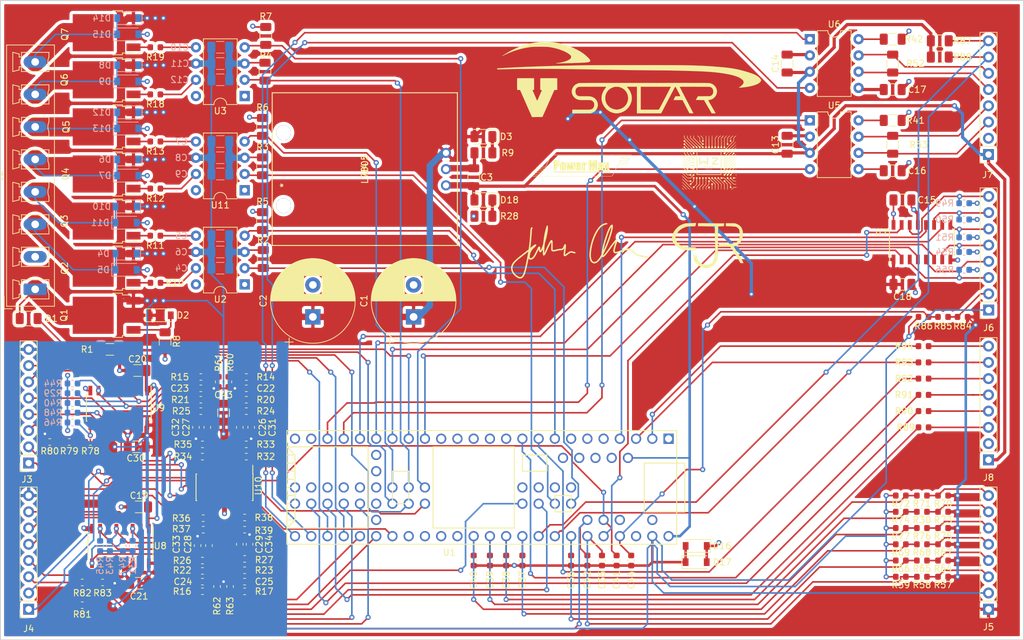
<source format=kicad_pcb>
(kicad_pcb (version 20171130) (host pcbnew 5.1.2-f72e74a~84~ubuntu18.04.1)
  (layers (0 F.Cu signal hide) (1 In1.Cu power hide) (2 In2.Cu power hide) (31 B.Cu signal hide) (34 B.Paste user hide) (35 F.Paste user hide) (36 B.SilkS user) (37 F.SilkS user) (38 B.Mask user hide) (39 F.Mask user hide) (44 Edge.Cuts user))
  (net 0 "")
  (net 1 +12V)
  (net 2 GND)
  (net 3 +5V)
  (net 4 +3V3)
  (net 5 GNDA)
  (net 6 /LV_BRAKE_CTRL)
  (net 7 "Net-(C22-Pad1)")
  (net 8 "Net-(C23-Pad1)")
  (net 9 "Net-(C24-Pad1)")
  (net 10 "Net-(C25-Pad1)")
  (net 11 "Net-(C26-Pad2)")
  (net 12 "Net-(C26-Pad1)")
  (net 13 "Net-(C27-Pad2)")
  (net 14 "Net-(C27-Pad1)")
  (net 15 "Net-(C28-Pad2)")
  (net 16 "Net-(C28-Pad1)")
  (net 17 "Net-(C29-Pad2)")
  (net 18 "Net-(C29-Pad1)")
  (net 19 /LV_REGEN_CTRL)
  (net 20 "Net-(C31-Pad2)")
  (net 21 "Net-(C32-Pad2)")
  (net 22 "Net-(C33-Pad2)")
  (net 23 "Net-(C34-Pad2)")
  (net 24 /LV_THROTTLE_CTRL)
  (net 25 /LV_TURNSIG_CTRL)
  (net 26 /LV_GEARSHIFT_CTRL)
  (net 27 "Net-(D1-Pad2)")
  (net 28 "Net-(D2-Pad2)")
  (net 29 /USB_D-)
  (net 30 /USB_D+)
  (net 31 /HEADLIGHTS)
  (net 32 /BRAKELIGHTS)
  (net 33 /MOTOR_L_REGEN)
  (net 34 /MOTOR_L_THROTTLE)
  (net 35 /MOTOR_L_METER)
  (net 36 /MOTOR_L_ECO_EN)
  (net 37 /MOTOR_L_REGEN_EN)
  (net 38 /MOTOR_L_FWD_EN)
  (net 39 /MOTOR_L_REV_EN)
  (net 40 /MOTOR_R_REV_EN)
  (net 41 /MOTOR_R_FWD_EN)
  (net 42 /MOTOR_R_REGEN_EN)
  (net 43 /MOTOR_R_ECO_EN)
  (net 44 /MOTOR_R_METER)
  (net 45 /MOTOR_R_THROTTLE)
  (net 46 /MOTOR_R_REGEN)
  (net 47 /BRAKE_CTRL)
  (net 48 /REGEN_CTRL)
  (net 49 /GEARSHIFT_CTRL)
  (net 50 /TURNSIG_CTRL)
  (net 51 /THROTTLE_CTRL)
  (net 52 /HAZARD_CTRL)
  (net 53 /HAZARD_LED)
  (net 54 /DOWN_CTRL)
  (net 55 /UP_CTRL)
  (net 56 /SEL_CTRL)
  (net 57 /KILL_SENSE)
  (net 58 /CS_0)
  (net 59 /MISO_0)
  (net 60 /MOSI_0)
  (net 61 /SCK_0)
  (net 62 /HORN)
  (net 63 "Net-(Q3-Pad1)")
  (net 64 "Net-(Q4-Pad1)")
  (net 65 "Net-(Q5-Pad1)")
  (net 66 "Net-(Q6-Pad1)")
  (net 67 /CAN0_TX)
  (net 68 /CAN0_RX)
  (net 69 /PWM_MOTOR_L_THROTTLE)
  (net 70 /PWM_MOTOR_L_REGEN)
  (net 71 /PWM_MOTOR_R_THROTTLE)
  (net 72 /PWM_MOTOR_R_REGEN)
  (net 73 /LV_HAZARD_LED)
  (net 74 /LV_DOWN_CTRL)
  (net 75 /LV_UP_CTRL)
  (net 76 /LV_SEL_CTRL)
  (net 77 /LV_HAZARD_CTRL)
  (net 78 "Net-(U1-Pad28)")
  (net 79 "Net-(U1-Pad29)")
  (net 80 /CAN1_TX)
  (net 81 /CAN1_RX)
  (net 82 /DAC_0)
  (net 83 "Net-(U1-Pad11)")
  (net 84 "Net-(U1-Pad7)")
  (net 85 /DAC_1)
  (net 86 /SDA_0)
  (net 87 /SCL_0)
  (net 88 "Net-(U1-Pad54)")
  (net 89 "Net-(U1-Pad55)")
  (net 90 "Net-(U1-Pad63)")
  (net 91 "Net-(U1-Pad64)")
  (net 92 "Net-(U1-Pad65)")
  (net 93 "Net-(U1-Pad66)")
  (net 94 /LV_BRAKELIGHTS)
  (net 95 /CS_2)
  (net 96 /MOSI_2)
  (net 97 /MISO_2)
  (net 98 /SCK_2)
  (net 99 /LV_HEADLIGHTS)
  (net 100 /LV_HORN)
  (net 101 "Net-(U2-Pad8)")
  (net 102 "Net-(U2-Pad1)")
  (net 103 "Net-(U3-Pad1)")
  (net 104 "Net-(U3-Pad8)")
  (net 105 /LV_KILL_SENSE)
  (net 106 /LV_MOTOR_L_REGEN_EN)
  (net 107 /LV_MOTOR_L_ECO_EN)
  (net 108 /LV_MOTOR_R_REV_EN)
  (net 109 /LV_MOTOR_R_FWD_EN)
  (net 110 /LV_MOTOR_R_REGEN_EN)
  (net 111 /LV_MOTOR_R_ECO_EN)
  (net 112 /LV_MOTOR_L_FWD_EN)
  (net 113 /LV_MOTOR_L_REV_EN)
  (net 114 /LV_MOTOR_R_METER)
  (net 115 /LV_MOTOR_L_METER)
  (net 116 /CAN1_L)
  (net 117 /CAN1_H)
  (net 118 /CAN0_H)
  (net 119 /CAN0_L)
  (net 120 /UART_4_RX)
  (net 121 /UART_4_TX)
  (net 122 /UART_3_TX)
  (net 123 /UART_3_RX)
  (net 124 /UART_6_RX)
  (net 125 /UART_6_TX)
  (net 126 /UART_1_RX)
  (net 127 /UART_1_TX)
  (net 128 "Net-(U8-Pad12)")
  (net 129 "Net-(U8-Pad15)")
  (net 130 "Net-(U9-Pad15)")
  (net 131 /LV_STEER_CTRL)
  (net 132 /STEER_CTRL)
  (net 133 /RIGHT_BLINKERS)
  (net 134 /STROBE)
  (net 135 /LEFT_BLINKERS)
  (net 136 "Net-(J8-Pad8)")
  (net 137 "Net-(J8-Pad7)")
  (net 138 "Net-(J8-Pad6)")
  (net 139 "Net-(J8-Pad5)")
  (net 140 "Net-(J8-Pad4)")
  (net 141 "Net-(J8-Pad3)")
  (net 142 "Net-(Q2-Pad1)")
  (net 143 "Net-(Q7-Pad1)")
  (net 144 /LV_LEFT_BLINKERS)
  (net 145 /LV_RIGHT_BLINKERS)
  (net 146 /LV_STROBE)
  (net 147 "Net-(U11-Pad8)")
  (net 148 "Net-(U11-Pad1)")
  (net 149 "Net-(U1-Pad25)")
  (net 150 +VDC)
  (net 151 "Net-(D3-Pad1)")
  (net 152 /HORN_CTRL)
  (net 153 /LV_HORN_CTRL)
  (net 154 /LV_HEADLIGHT_CTRL)
  (net 155 /HEADLIGHT_CTRL)
  (net 156 "Net-(D18-Pad1)")
  (net 157 "Net-(R10-Pad2)")
  (net 158 "Net-(R11-Pad2)")
  (net 159 "Net-(R12-Pad2)")
  (net 160 "Net-(R13-Pad2)")
  (net 161 "Net-(R18-Pad2)")
  (net 162 "Net-(R19-Pad2)")
  (net 163 "Net-(R41-Pad1)")
  (net 164 "Net-(R42-Pad1)")
  (net 165 "Net-(U1-Pad6)")
  (net 166 "Net-(U1-Pad5)")
  (module Resistor_SMD:R_0603_1608Metric (layer F.Cu) (at 212.852 91.948 180)
    (fp_text reference R86 (at 0 -1.43) (layer F.SilkS))
    (fp_text value 330k)
    (pad 2 smd roundrect (at 0.7875 0 180) (size 0.875 0.95) (layers F.Cu F.Paste F.Mask) (net 5 GNDA))
    (pad 1 smd roundrect (at -0.7875 0 180) (size 0.875 0.95) (layers F.Cu F.Paste F.Mask) (net 154 /LV_HEADLIGHT_CTRL))
  )
  (module Resistor_SMD:R_0603_1608Metric (layer F.Cu) (at 215.9 91.948 180)
    (fp_text reference R85 (at 0 -1.43) (layer F.SilkS))
    (fp_text value 1M)
    (pad 2 smd roundrect (at 0.7875 0 180) (size 0.875 0.95) (layers F.Cu F.Paste F.Mask) (net 154 /LV_HEADLIGHT_CTRL))
    (pad 1 smd roundrect (at -0.7875 0 180) (size 0.875 0.95) (layers F.Cu F.Paste F.Mask) (net 155 /HEADLIGHT_CTRL))
  )
  (module Resistor_SMD:R_0603_1608Metric (layer F.Cu) (at 76.2 111.506 180)
    (fp_text reference R80 (at 0 -1.43) (layer F.SilkS))
    (fp_text value 330k)
    (pad 2 smd roundrect (at 0.7875 0 180) (size 0.875 0.95) (layers F.Cu F.Paste F.Mask) (net 5 GNDA))
    (pad 1 smd roundrect (at -0.7875 0 180) (size 0.875 0.95) (layers F.Cu F.Paste F.Mask) (net 114 /LV_MOTOR_R_METER))
  )
  (module Resistor_SMD:R_0603_1608Metric (layer F.Cu) (at 79.248 111.506 180)
    (fp_text reference R79 (at 0 -1.43) (layer F.SilkS))
    (fp_text value 1M)
    (pad 2 smd roundrect (at 0.7875 0 180) (size 0.875 0.95) (layers F.Cu F.Paste F.Mask) (net 114 /LV_MOTOR_R_METER))
    (pad 1 smd roundrect (at -0.7875 0 180) (size 0.875 0.95) (layers F.Cu F.Paste F.Mask) (net 44 /MOTOR_R_METER))
  )
  (module Resistor_SMD:R_0603_1608Metric (layer F.Cu) (at 209.296 124.968 180)
    (fp_text reference R77 (at 0 -1.27) (layer F.SilkS))
    (fp_text value 330k)
    (pad 2 smd roundrect (at 0.7875 0 180) (size 0.875 0.95) (layers F.Cu F.Paste F.Mask) (net 5 GNDA))
    (pad 1 smd roundrect (at -0.7875 0 180) (size 0.875 0.95) (layers F.Cu F.Paste F.Mask) (net 26 /LV_GEARSHIFT_CTRL))
  )
  (module Resistor_SMD:R_0603_1608Metric (layer F.Cu) (at 212.598 124.968 180)
    (fp_text reference R76 (at 0 -1.27) (layer F.SilkS))
    (fp_text value 1M)
    (pad 2 smd roundrect (at 0.7875 0 180) (size 0.875 0.95) (layers F.Cu F.Paste F.Mask) (net 26 /LV_GEARSHIFT_CTRL))
    (pad 1 smd roundrect (at -0.7875 0 180) (size 0.875 0.95) (layers F.Cu F.Paste F.Mask) (net 49 /GEARSHIFT_CTRL))
  )
  (module Resistor_SMD:R_0603_1608Metric (layer F.Cu) (at 209.296 122.428 180)
    (fp_text reference R74 (at 0 -1.27) (layer F.SilkS))
    (fp_text value 330k)
    (pad 2 smd roundrect (at 0.7875 0 180) (size 0.875 0.95) (layers F.Cu F.Paste F.Mask) (net 5 GNDA))
    (pad 1 smd roundrect (at -0.7875 0 180) (size 0.875 0.95) (layers F.Cu F.Paste F.Mask) (net 25 /LV_TURNSIG_CTRL))
  )
  (module Resistor_SMD:R_0603_1608Metric (layer F.Cu) (at 209.296 119.888 180)
    (fp_text reference R72 (at 0 -1.27) (layer F.SilkS))
    (fp_text value 330k)
    (pad 2 smd roundrect (at 0.7875 0 180) (size 0.875 0.95) (layers F.Cu F.Paste F.Mask) (net 5 GNDA))
    (pad 1 smd roundrect (at -0.7875 0 180) (size 0.875 0.95) (layers F.Cu F.Paste F.Mask) (net 24 /LV_THROTTLE_CTRL))
  )
  (module Resistor_SMD:R_0603_1608Metric (layer F.Cu) (at 212.598 119.888 180)
    (fp_text reference R71 (at 0 -1.27 180) (layer F.SilkS))
    (fp_text value 1M)
    (pad 2 smd roundrect (at 0.7875 0 180) (size 0.875 0.95) (layers F.Cu F.Paste F.Mask) (net 24 /LV_THROTTLE_CTRL))
    (pad 1 smd roundrect (at -0.7875 0 180) (size 0.875 0.95) (layers F.Cu F.Paste F.Mask) (net 51 /THROTTLE_CTRL))
  )
  (module Resistor_SMD:R_0603_1608Metric (layer F.Cu) (at 209.296 127.508 180)
    (fp_text reference R69 (at 0 -1.27 180) (layer F.SilkS))
    (fp_text value 330k)
    (pad 2 smd roundrect (at 0.7875 0 180) (size 0.875 0.95) (layers F.Cu F.Paste F.Mask) (net 5 GNDA))
    (pad 1 smd roundrect (at -0.7875 0 180) (size 0.875 0.95) (layers F.Cu F.Paste F.Mask) (net 19 /LV_REGEN_CTRL))
  )
  (module Resistor_SMD:R_0603_1608Metric (layer F.Cu) (at 212.598 127.508 180)
    (fp_text reference R68 (at 0 -1.27 180) (layer F.SilkS))
    (fp_text value 1M)
    (pad 2 smd roundrect (at 0.7875 0 180) (size 0.875 0.95) (layers F.Cu F.Paste F.Mask) (net 19 /LV_REGEN_CTRL))
    (pad 1 smd roundrect (at -0.7875 0 180) (size 0.875 0.95) (layers F.Cu F.Paste F.Mask) (net 48 /REGEN_CTRL))
  )
  (module Resistor_SMD:R_0603_1608Metric (layer F.Cu) (at 209.296 130.048 180)
    (fp_text reference R66 (at 0 -1.27) (layer F.SilkS))
    (fp_text value 330k)
    (pad 2 smd roundrect (at 0.7875 0 180) (size 0.875 0.95) (layers F.Cu F.Paste F.Mask) (net 5 GNDA))
    (pad 1 smd roundrect (at -0.7875 0 180) (size 0.875 0.95) (layers F.Cu F.Paste F.Mask) (net 6 /LV_BRAKE_CTRL))
  )
  (module Resistor_SMD:R_0603_1608Metric (layer F.Cu) (at 212.598 130.048 180)
    (fp_text reference R65 (at 0 -1.27) (layer F.SilkS))
    (fp_text value 1M)
    (pad 2 smd roundrect (at 0.7875 0 180) (size 0.875 0.95) (layers F.Cu F.Paste F.Mask) (net 6 /LV_BRAKE_CTRL))
    (pad 1 smd roundrect (at -0.7875 0 180) (size 0.875 0.95) (layers F.Cu F.Paste F.Mask) (net 47 /BRAKE_CTRL))
  )
  (module Resistor_SMD:R_0603_1608Metric (layer F.Cu) (at 104.394 134.112 90)
    (fp_text reference R63 (at -3.048 0 90) (layer F.SilkS))
    (fp_text value 100k)
    (pad 2 smd roundrect (at 0.7875 0 90) (size 0.875 0.95) (layers F.Cu F.Paste F.Mask) (net 5 GNDA))
    (pad 1 smd roundrect (at -0.7875 0 90) (size 0.875 0.95) (layers F.Cu F.Paste F.Mask) (net 72 /PWM_MOTOR_R_REGEN))
  )
  (module Resistor_SMD:R_0603_1608Metric (layer F.Cu) (at 102.362 134.112 90)
    (fp_text reference R62 (at -3.048 0 90) (layer F.SilkS))
    (fp_text value 100k)
    (pad 2 smd roundrect (at 0.7875 0 90) (size 0.875 0.95) (layers F.Cu F.Paste F.Mask) (net 5 GNDA))
    (pad 1 smd roundrect (at -0.7875 0 90) (size 0.875 0.95) (layers F.Cu F.Paste F.Mask) (net 71 /PWM_MOTOR_R_THROTTLE))
  )
  (module Resistor_SMD:R_0603_1608Metric (layer F.Cu) (at 102.616 102.108 270)
    (fp_text reference R61 (at -3.048 0 270) (layer F.SilkS))
    (fp_text value 100k)
    (pad 2 smd roundrect (at 0.7875 0 270) (size 0.875 0.95) (layers F.Cu F.Paste F.Mask) (net 5 GNDA))
    (pad 1 smd roundrect (at -0.7875 0 270) (size 0.875 0.95) (layers F.Cu F.Paste F.Mask) (net 70 /PWM_MOTOR_L_REGEN))
  )
  (module Resistor_SMD:R_0603_1608Metric (layer F.Cu) (at 104.14 102.108 270)
    (fp_text reference R60 (at -3.048 -0.254 90) (layer F.SilkS))
    (fp_text value 100k)
    (pad 2 smd roundrect (at 0.7875 0 270) (size 0.875 0.95) (layers F.Cu F.Paste F.Mask) (net 5 GNDA))
    (pad 1 smd roundrect (at -0.7875 0 270) (size 0.875 0.95) (layers F.Cu F.Paste F.Mask) (net 69 /PWM_MOTOR_L_THROTTLE))
  )
  (module Resistor_SMD:R_0603_1608Metric (layer F.Cu) (at 209.296 132.588 180)
    (fp_text reference R59 (at 0 -1.27) (layer F.SilkS))
    (fp_text value 330k)
    (pad 2 smd roundrect (at 0.7875 0 180) (size 0.875 0.95) (layers F.Cu F.Paste F.Mask) (net 5 GNDA))
    (pad 1 smd roundrect (at -0.7875 0 180) (size 0.875 0.95) (layers F.Cu F.Paste F.Mask) (net 131 /LV_STEER_CTRL))
  )
  (module Resistor_SMD:R_0603_1608Metric (layer F.Cu) (at 212.598 132.588 180)
    (fp_text reference R58 (at 0 -1.27) (layer F.SilkS))
    (fp_text value 1M)
    (pad 2 smd roundrect (at 0.7875 0 180) (size 0.875 0.95) (layers F.Cu F.Paste F.Mask) (net 131 /LV_STEER_CTRL))
    (pad 1 smd roundrect (at -0.7875 0 180) (size 0.875 0.95) (layers F.Cu F.Paste F.Mask) (net 132 /STEER_CTRL))
  )
  (module Resistor_SMD:R_0603_1608Metric (layer B.Cu) (at 219.202 84.582)
    (fp_text reference R56 (at -3.048 0) (layer B.SilkS) (effects (justify mirror)))
    (fp_text value 100k)
    (pad 2 smd roundrect (at 0.7875 0) (size 0.875 0.95) (layers B.Cu B.Paste B.Mask) (net 2 GND))
    (pad 1 smd roundrect (at -0.7875 0) (size 0.875 0.95) (layers B.Cu B.Paste B.Mask) (net 52 /HAZARD_CTRL))
  )
  (module Resistor_SMD:R_0603_1608Metric (layer B.Cu) (at 219.202 81.788)
    (fp_text reference R54 (at -3.048 0) (layer B.SilkS) (effects (justify mirror)))
    (fp_text value 100k)
    (pad 2 smd roundrect (at 0.7875 0) (size 0.875 0.95) (layers B.Cu B.Paste B.Mask) (net 2 GND))
    (pad 1 smd roundrect (at -0.7875 0) (size 0.875 0.95) (layers B.Cu B.Paste B.Mask) (net 55 /UP_CTRL))
  )
  (module Resistor_SMD:R_0603_1608Metric (layer B.Cu) (at 219.202 79.502)
    (fp_text reference R51 (at -3.048 0) (layer B.SilkS) (effects (justify mirror)))
    (fp_text value 100k)
    (pad 2 smd roundrect (at 0.7875 0) (size 0.875 0.95) (layers B.Cu B.Paste B.Mask) (net 2 GND))
    (pad 1 smd roundrect (at -0.7875 0) (size 0.875 0.95) (layers B.Cu B.Paste B.Mask) (net 56 /SEL_CTRL))
  )
  (module Resistor_SMD:R_0603_1608Metric (layer B.Cu) (at 219.202 76.708)
    (fp_text reference R50 (at -3.048 0) (layer B.SilkS) (effects (justify mirror)))
    (fp_text value 100k)
    (pad 2 smd roundrect (at 0.7875 0) (size 0.875 0.95) (layers B.Cu B.Paste B.Mask) (net 2 GND))
    (pad 1 smd roundrect (at -0.7875 0) (size 0.875 0.95) (layers B.Cu B.Paste B.Mask) (net 57 /KILL_SENSE))
  )
  (module Resistor_SMD:R_0603_1608Metric (layer B.Cu) (at 219.202 74.168)
    (fp_text reference R49 (at -3.048 0) (layer B.SilkS) (effects (justify mirror)))
    (fp_text value 100k)
    (pad 2 smd roundrect (at 0.7875 0) (size 0.875 0.95) (layers B.Cu B.Paste B.Mask) (net 2 GND))
    (pad 1 smd roundrect (at -0.7875 0) (size 0.875 0.95) (layers B.Cu B.Paste B.Mask) (net 152 /HORN_CTRL))
  )
  (module Resistor_SMD:R_0603_1608Metric (layer B.Cu) (at 79.756 106.934 180)
    (fp_text reference R48 (at 3.048 0 180) (layer B.SilkS) (effects (justify mirror)))
    (fp_text value 100k)
    (pad 2 smd roundrect (at 0.7875 0 180) (size 0.875 0.95) (layers B.Cu B.Paste B.Mask) (net 2 GND))
    (pad 1 smd roundrect (at -0.7875 0 180) (size 0.875 0.95) (layers B.Cu B.Paste B.Mask) (net 111 /LV_MOTOR_R_ECO_EN))
  )
  (module Resistor_SMD:R_0603_1608Metric (layer B.Cu) (at 87.63 127.762 270)
    (fp_text reference R47 (at 3.048 0 270) (layer B.SilkS) (effects (justify mirror)))
    (fp_text value 100k)
    (pad 2 smd roundrect (at 0.7875 0 270) (size 0.875 0.95) (layers B.Cu B.Paste B.Mask) (net 2 GND))
    (pad 1 smd roundrect (at -0.7875 0 270) (size 0.875 0.95) (layers B.Cu B.Paste B.Mask) (net 106 /LV_MOTOR_L_REGEN_EN))
  )
  (module Resistor_SMD:R_0603_1608Metric (layer B.Cu) (at 79.756 108.458 180)
    (fp_text reference R46 (at 3.048 0) (layer B.SilkS) (effects (justify mirror)))
    (fp_text value 100k)
    (pad 2 smd roundrect (at 0.7875 0 180) (size 0.875 0.95) (layers B.Cu B.Paste B.Mask) (net 2 GND))
    (pad 1 smd roundrect (at -0.7875 0 180) (size 0.875 0.95) (layers B.Cu B.Paste B.Mask) (net 110 /LV_MOTOR_R_REGEN_EN))
  )
  (module Resistor_SMD:R_0603_1608Metric (layer B.Cu) (at 84.074 127.762 270)
    (fp_text reference R45 (at 3.048 0 90) (layer B.SilkS) (effects (justify mirror)))
    (fp_text value 100k)
    (pad 2 smd roundrect (at 0.7875 0 270) (size 0.875 0.95) (layers B.Cu B.Paste B.Mask) (net 2 GND))
    (pad 1 smd roundrect (at -0.7875 0 270) (size 0.875 0.95) (layers B.Cu B.Paste B.Mask) (net 107 /LV_MOTOR_L_ECO_EN))
  )
  (module Resistor_SMD:R_0603_1608Metric (layer B.Cu) (at 79.756 102.362 180)
    (fp_text reference R44 (at 3.048 0 180) (layer B.SilkS) (effects (justify mirror)))
    (fp_text value 100k)
    (pad 2 smd roundrect (at 0.7875 0 180) (size 0.875 0.95) (layers B.Cu B.Paste B.Mask) (net 2 GND))
    (pad 1 smd roundrect (at -0.7875 0 180) (size 0.875 0.95) (layers B.Cu B.Paste B.Mask) (net 109 /LV_MOTOR_R_FWD_EN))
  )
  (module Resistor_SMD:R_0603_1608Metric (layer B.Cu) (at 85.598 127.762 270)
    (fp_text reference R43 (at 3.048 0 90) (layer B.SilkS) (effects (justify mirror)))
    (fp_text value 100k)
    (pad 2 smd roundrect (at 0.7875 0 270) (size 0.875 0.95) (layers B.Cu B.Paste B.Mask) (net 2 GND))
    (pad 1 smd roundrect (at -0.7875 0 270) (size 0.875 0.95) (layers B.Cu B.Paste B.Mask) (net 112 /LV_MOTOR_L_FWD_EN))
  )
  (module Resistor_SMD:R_0603_1608Metric (layer B.Cu) (at 79.756 105.41 180)
    (fp_text reference R40 (at 3.048 0) (layer B.SilkS) (effects (justify mirror)))
    (fp_text value 100k)
    (pad 2 smd roundrect (at 0.7875 0 180) (size 0.875 0.95) (layers B.Cu B.Paste B.Mask) (net 2 GND))
    (pad 1 smd roundrect (at -0.7875 0 180) (size 0.875 0.95) (layers B.Cu B.Paste B.Mask) (net 108 /LV_MOTOR_R_REV_EN))
  )
  (module Resistor_SMD:R_0603_1608Metric (layer B.Cu) (at 89.154 127.762 270)
    (fp_text reference R31 (at 3.048 0 90) (layer B.SilkS) (effects (justify mirror)))
    (fp_text value 100k)
    (pad 2 smd roundrect (at 0.7875 0 270) (size 0.875 0.95) (layers B.Cu B.Paste B.Mask) (net 2 GND))
    (pad 1 smd roundrect (at -0.7875 0 270) (size 0.875 0.95) (layers B.Cu B.Paste B.Mask) (net 113 /LV_MOTOR_L_REV_EN))
  )
  (module Resistor_SMD:R_0603_1608Metric (layer F.Cu) (at 212.598 122.428 180)
    (fp_text reference R30 (at 0 -1.27) (layer F.SilkS))
    (fp_text value 1M)
    (pad 2 smd roundrect (at 0.7875 0 180) (size 0.875 0.95) (layers F.Cu F.Paste F.Mask) (net 25 /LV_TURNSIG_CTRL))
    (pad 1 smd roundrect (at -0.7875 0 180) (size 0.875 0.95) (layers F.Cu F.Paste F.Mask) (net 50 /TURNSIG_CTRL))
  )
  (module Resistor_SMD:R_0603_1608Metric (layer B.Cu) (at 79.756 103.886 180)
    (fp_text reference R29 (at 3.048 0) (layer B.SilkS) (effects (justify mirror)))
    (fp_text value 100k)
    (pad 2 smd roundrect (at 0.7875 0 180) (size 0.875 0.95) (layers B.Cu B.Paste B.Mask) (net 2 GND))
    (pad 1 smd roundrect (at -0.7875 0 180) (size 0.875 0.95) (layers B.Cu B.Paste B.Mask) (net 73 /LV_HAZARD_LED))
  )
  (module Resistor_SMD:R_1206_3216Metric (layer F.Cu) (at 109.982 48.006 90)
    (fp_text reference R7 (at 3.048 0 180) (layer F.SilkS))
    (fp_text value 100k)
    (pad 2 smd roundrect (at 1.4 0 90) (size 1.25 1.75) (layers F.Cu F.Paste F.Mask) (roundrect_rratio 0.2) (net 2 GND))
    (pad 1 smd roundrect (at -1.4 0 90) (size 1.25 1.75) (layers F.Cu F.Paste F.Mask) (roundrect_rratio 0.2) (net 144 /LV_LEFT_BLINKERS))
  )
  (module Resistor_SMD:R_1206_3216Metric (layer F.Cu) (at 109.474 62.23 90)
    (fp_text reference R6 (at 3.048 0 180) (layer F.SilkS))
    (fp_text value 100k)
    (pad 2 smd roundrect (at 1.4 0 90) (size 1.25 1.75) (layers F.Cu F.Paste F.Mask) (roundrect_rratio 0.2) (net 2 GND))
    (pad 1 smd roundrect (at -1.4 0 90) (size 1.25 1.75) (layers F.Cu F.Paste F.Mask) (roundrect_rratio 0.2) (net 99 /LV_HEADLIGHTS))
  )
  (module Resistor_SMD:R_1206_3216Metric (layer F.Cu) (at 109.474 76.962 90)
    (fp_text reference R5 (at 3.048 0 180) (layer F.SilkS))
    (fp_text value 100k)
    (pad 2 smd roundrect (at 1.4 0 90) (size 1.25 1.75) (layers F.Cu F.Paste F.Mask) (roundrect_rratio 0.2) (net 2 GND))
    (pad 1 smd roundrect (at -1.4 0 90) (size 1.25 1.75) (layers F.Cu F.Paste F.Mask) (roundrect_rratio 0.2) (net 146 /LV_STROBE))
  )
  (module Resistor_SMD:R_1206_3216Metric (layer F.Cu) (at 109.855 53.594 90)
    (fp_text reference R4 (at 2.54 0.127 180) (layer F.SilkS))
    (fp_text value 100k)
    (pad 2 smd roundrect (at 1.4 0 90) (size 1.25 1.75) (layers F.Cu F.Paste F.Mask) (roundrect_rratio 0.2) (net 2 GND))
    (pad 1 smd roundrect (at -1.4 0 90) (size 1.25 1.75) (layers F.Cu F.Paste F.Mask) (roundrect_rratio 0.2) (net 145 /LV_RIGHT_BLINKERS))
  )
  (module Resistor_SMD:R_1206_3216Metric (layer F.Cu) (at 109.474 68.398 90)
    (fp_text reference R3 (at 3 0) (layer F.SilkS))
    (fp_text value 100k)
    (pad 2 smd roundrect (at 1.4 0 90) (size 1.25 1.75) (layers F.Cu F.Paste F.Mask) (roundrect_rratio 0.2) (net 2 GND))
    (pad 1 smd roundrect (at -1.4 0 90) (size 1.25 1.75) (layers F.Cu F.Paste F.Mask) (roundrect_rratio 0.2) (net 94 /LV_BRAKELIGHTS))
  )
  (module Resistor_SMD:R_1206_3216Metric (layer F.Cu) (at 109.59 82.898 90)
    (fp_text reference R2 (at 3 0 180) (layer F.SilkS))
    (fp_text value 100k)
    (pad 2 smd roundrect (at 1.4 0 90) (size 1.25 1.75) (layers F.Cu F.Paste F.Mask) (roundrect_rratio 0.2) (net 2 GND))
    (pad 1 smd roundrect (at -1.4 0 90) (size 1.25 1.75) (layers F.Cu F.Paste F.Mask) (roundrect_rratio 0.2) (net 100 /LV_HORN))
  )
  (module Diode_SMD:D_SOD-123 (layer F.Cu) (at 177.292 130.302)
    (fp_text reference D17 (at 4.064 0) (layer F.SilkS))
    (fp_text value D)
    (pad 2 smd rect (at 1.65 0) (size 0.9 1.2) (layers F.Cu F.Paste F.Mask) (net 2 GND))
    (pad 1 smd rect (at -1.65 0) (size 0.9 1.2) (layers F.Cu F.Paste F.Mask) (net 5 GNDA))
  )
  (module Diode_SMD:D_SOD-123 (layer F.Cu) (at 177.292 127.762 180)
    (fp_text reference D16 (at -4.064 0) (layer F.SilkS))
    (fp_text value D)
    (pad 2 smd rect (at 1.65 0 180) (size 0.9 1.2) (layers F.Cu F.Paste F.Mask) (net 5 GNDA))
    (pad 1 smd rect (at -1.65 0 180) (size 0.9 1.2) (layers F.Cu F.Paste F.Mask) (net 2 GND))
  )
  (module PCBDesign:PT78NR112H (layer F.Cu) (at 112.776 71.374 90)
    (fp_text reference U4 (at 2.54 12.691999 90) (layer F.SilkS))
    (fp_text value L7805 (at 2.54 12.691999 90) (layer F.SilkS))
    (fp_text user * (at 0 0 90) (layer F.SilkS))
    (pad 1 thru_hole circle (at 5.08 25.383999 90) (size 1.5748 1.5748) (drill 0.9652) (layers *.Cu *.Mask) (net 1 +12V))
    (pad 2 thru_hole circle (at 2.54 25.383999 90) (size 1.5748 1.5748) (drill 0.9652) (layers *.Cu *.Mask) (net 2 GND))
    (pad 3 thru_hole circle (at 0 25.383999 90) (size 1.5748 1.5748) (drill 0.9652) (layers *.Cu *.Mask) (net 3 +5V))
    (pad 4 thru_hole circle (at 8.255 -0.016001 90) (size 2.3368 2.3368) (drill 2.3368) (layers *.Cu *.Mask))
    (pad 5 thru_hole circle (at -3.175 -0.016001 90) (size 2.3368 2.3368) (drill 2.3368) (layers *.Cu *.Mask))
  )
  (module Resistor_SMD:R_0603_1608Metric (layer F.Cu) (at 81.28 133.477)
    (fp_text reference R82 (at 0 1.651) (layer F.SilkS))
    (fp_text value 1M)
    (pad 2 smd roundrect (at 0.7875 0) (size 0.875 0.95) (layers F.Cu F.Paste F.Mask) (net 115 /LV_MOTOR_L_METER))
    (pad 1 smd roundrect (at -0.7875 0) (size 0.875 0.95) (layers F.Cu F.Paste F.Mask) (net 35 /MOTOR_L_METER))
  )
  (module Resistor_SMD:R_0603_1608Metric (layer F.Cu) (at 218.948 91.948 180)
    (fp_text reference R84 (at 0 -1.43) (layer F.SilkS))
    (fp_text value 1M)
    (pad 2 smd roundrect (at 0.7875 0 180) (size 0.875 0.95) (layers F.Cu F.Paste F.Mask) (net 155 /HEADLIGHT_CTRL))
    (pad 1 smd roundrect (at -0.7875 0 180) (size 0.875 0.95) (layers F.Cu F.Paste F.Mask) (net 1 +12V))
  )
  (module Resistor_SMD:R_0603_1608Metric (layer F.Cu) (at 81.28 137.033 180)
    (fp_text reference R81 (at 0 -1.43) (layer F.SilkS))
    (fp_text value 1M)
    (pad 2 smd roundrect (at 0.7875 0 180) (size 0.875 0.95) (layers F.Cu F.Paste F.Mask) (net 35 /MOTOR_L_METER))
    (pad 1 smd roundrect (at -0.7875 0 180) (size 0.875 0.95) (layers F.Cu F.Paste F.Mask) (net 1 +12V))
  )
  (module Resistor_SMD:R_0603_1608Metric (layer F.Cu) (at 82.55 111.506 180)
    (fp_text reference R78 (at 0 -1.43) (layer F.SilkS))
    (fp_text value 1M)
    (pad 2 smd roundrect (at 0.7875 0 180) (size 0.875 0.95) (layers F.Cu F.Paste F.Mask) (net 44 /MOTOR_R_METER))
    (pad 1 smd roundrect (at -0.7875 0 180) (size 0.875 0.95) (layers F.Cu F.Paste F.Mask) (net 1 +12V))
  )
  (module Resistor_SMD:R_0603_1608Metric (layer F.Cu) (at 215.9 124.968 180)
    (fp_text reference R75 (at 0 -1.27) (layer F.SilkS))
    (fp_text value 1M)
    (pad 2 smd roundrect (at 0.7875 0 180) (size 0.875 0.95) (layers F.Cu F.Paste F.Mask) (net 49 /GEARSHIFT_CTRL))
    (pad 1 smd roundrect (at -0.7875 0 180) (size 0.875 0.95) (layers F.Cu F.Paste F.Mask) (net 1 +12V))
  )
  (module Resistor_SMD:R_0603_1608Metric (layer F.Cu) (at 215.9 122.428 180)
    (fp_text reference R73 (at 0 -1.27) (layer F.SilkS))
    (fp_text value 1M)
    (pad 2 smd roundrect (at 0.7875 0 180) (size 0.875 0.95) (layers F.Cu F.Paste F.Mask) (net 50 /TURNSIG_CTRL))
    (pad 1 smd roundrect (at -0.7875 0 180) (size 0.875 0.95) (layers F.Cu F.Paste F.Mask) (net 1 +12V))
  )
  (module Resistor_SMD:R_0603_1608Metric (layer F.Cu) (at 215.9 119.888 180)
    (fp_text reference R70 (at 0 -1.27) (layer F.SilkS))
    (fp_text value 1M)
    (pad 2 smd roundrect (at 0.7875 0 180) (size 0.875 0.95) (layers F.Cu F.Paste F.Mask) (net 51 /THROTTLE_CTRL))
    (pad 1 smd roundrect (at -0.7875 0 180) (size 0.875 0.95) (layers F.Cu F.Paste F.Mask) (net 1 +12V))
  )
  (module Resistor_SMD:R_0603_1608Metric (layer F.Cu) (at 215.9 127.508 180)
    (fp_text reference R67 (at 0 -1.27) (layer F.SilkS))
    (fp_text value 1M)
    (pad 2 smd roundrect (at 0.7875 0 180) (size 0.875 0.95) (layers F.Cu F.Paste F.Mask) (net 48 /REGEN_CTRL))
    (pad 1 smd roundrect (at -0.7875 0 180) (size 0.875 0.95) (layers F.Cu F.Paste F.Mask) (net 1 +12V))
  )
  (module Resistor_SMD:R_0603_1608Metric (layer F.Cu) (at 215.9 130.048 180)
    (fp_text reference R64 (at 0 -1.27) (layer F.SilkS))
    (fp_text value 1M)
    (pad 2 smd roundrect (at 0.7875 0 180) (size 0.875 0.95) (layers F.Cu F.Paste F.Mask) (net 47 /BRAKE_CTRL))
    (pad 1 smd roundrect (at -0.7875 0 180) (size 0.875 0.95) (layers F.Cu F.Paste F.Mask) (net 1 +12V))
  )
  (module Resistor_SMD:R_0603_1608Metric (layer F.Cu) (at 215.9 132.588 180)
    (fp_text reference R57 (at 0 -1.27) (layer F.SilkS))
    (fp_text value 1M)
    (pad 2 smd roundrect (at 0.7875 0 180) (size 0.875 0.95) (layers F.Cu F.Paste F.Mask) (net 132 /STEER_CTRL))
    (pad 1 smd roundrect (at -0.7875 0 180) (size 0.875 0.95) (layers F.Cu F.Paste F.Mask) (net 1 +12V))
  )
  (module Capacitor_SMD:C_0603_1608Metric (layer F.Cu) (at 167.132 130.048 270)
    (fp_text reference C44 (at 3.048 0 90) (layer F.SilkS))
    (fp_text value 1n)
    (pad 2 smd roundrect (at 0.7875 0 270) (size 0.875 0.95) (layers F.Cu F.Paste F.Mask) (net 5 GNDA))
    (pad 1 smd roundrect (at -0.7875 0 270) (size 0.875 0.95) (layers F.Cu F.Paste F.Mask) (net 154 /LV_HEADLIGHT_CTRL))
  )
  (module teensy:Teensy35_36 (layer F.Cu) (at 143.764 118.618 180)
    (fp_text reference U1 (at 5.08 -10.16 180) (layer F.SilkS))
    (fp_text value Teensy3.6)
    (pad 17 thru_hole circle (at 11.43 7.62 180) (size 1.6 1.6) (drill 1.1) (layers *.Cu *.Mask) (net 73 /LV_HAZARD_LED))
    (pad 18 thru_hole circle (at 13.97 7.62 180) (size 1.6 1.6) (drill 1.1) (layers *.Cu *.Mask) (net 74 /LV_DOWN_CTRL))
    (pad 19 thru_hole circle (at 16.51 7.62 180) (size 1.6 1.6) (drill 1.1) (layers *.Cu *.Mask) (net 75 /LV_UP_CTRL))
    (pad 20 thru_hole circle (at 19.05 7.62 180) (size 1.6 1.6) (drill 1.1) (layers *.Cu *.Mask) (net 76 /LV_SEL_CTRL))
    (pad 16 thru_hole circle (at 8.89 7.62 180) (size 1.6 1.6) (drill 1.1) (layers *.Cu *.Mask) (net 77 /LV_HAZARD_CTRL))
    (pad 15 thru_hole circle (at 6.35 7.62 180) (size 1.6 1.6) (drill 1.1) (layers *.Cu *.Mask) (net 4 +3V3))
    (pad 14 thru_hole circle (at 3.81 7.62 180) (size 1.6 1.6) (drill 1.1) (layers *.Cu *.Mask) (net 60 /MOSI_0))
    (pad 21 thru_hole circle (at 21.59 7.62 180) (size 1.6 1.6) (drill 1.1) (layers *.Cu *.Mask) (net 67 /CAN0_TX))
    (pad 22 thru_hole circle (at 24.13 7.62 180) (size 1.6 1.6) (drill 1.1) (layers *.Cu *.Mask) (net 68 /CAN0_RX))
    (pad 23 thru_hole circle (at 26.67 7.62 180) (size 1.6 1.6) (drill 1.1) (layers *.Cu *.Mask) (net 120 /UART_4_RX))
    (pad 24 thru_hole circle (at 29.21 7.62 180) (size 1.6 1.6) (drill 1.1) (layers *.Cu *.Mask) (net 121 /UART_4_TX))
    (pad 25 thru_hole circle (at 16.51 5.08 180) (size 1.6 1.6) (drill 1.1) (layers *.Cu *.Mask) (net 149 "Net-(U1-Pad25)"))
    (pad 26 thru_hole circle (at 16.51 2.54 180) (size 1.6 1.6) (drill 1.1) (layers *.Cu *.Mask) (net 4 +3V3))
    (pad 27 thru_hole circle (at 16.51 0 180) (size 1.6 1.6) (drill 1.1) (layers *.Cu *.Mask) (net 2 GND))
    (pad 28 thru_hole circle (at 16.51 -2.54 180) (size 1.6 1.6) (drill 1.1) (layers *.Cu *.Mask) (net 78 "Net-(U1-Pad28)"))
    (pad 29 thru_hole circle (at 16.51 -5.08 180) (size 1.6 1.6) (drill 1.1) (layers *.Cu *.Mask) (net 79 "Net-(U1-Pad29)"))
    (pad 30 thru_hole circle (at 29.21 -7.62 180) (size 1.6 1.6) (drill 1.1) (layers *.Cu *.Mask) (net 80 /CAN1_TX))
    (pad 31 thru_hole circle (at 26.67 -7.62 180) (size 1.6 1.6) (drill 1.1) (layers *.Cu *.Mask) (net 81 /CAN1_RX))
    (pad 32 thru_hole circle (at 24.13 -7.62 180) (size 1.6 1.6) (drill 1.1) (layers *.Cu *.Mask) (net 69 /PWM_MOTOR_L_THROTTLE))
    (pad 33 thru_hole circle (at 21.59 -7.62 180) (size 1.6 1.6) (drill 1.1) (layers *.Cu *.Mask) (net 70 /PWM_MOTOR_L_REGEN))
    (pad 34 thru_hole circle (at 19.05 -7.62 180) (size 1.6 1.6) (drill 1.1) (layers *.Cu *.Mask) (net 72 /PWM_MOTOR_R_REGEN))
    (pad 35 thru_hole circle (at 16.51 -7.62 180) (size 1.6 1.6) (drill 1.1) (layers *.Cu *.Mask) (net 71 /PWM_MOTOR_R_THROTTLE))
    (pad 36 thru_hole circle (at 13.97 -7.62 180) (size 1.6 1.6) (drill 1.1) (layers *.Cu *.Mask) (net 111 /LV_MOTOR_R_ECO_EN))
    (pad 37 thru_hole circle (at 11.43 -7.62 180) (size 1.6 1.6) (drill 1.1) (layers *.Cu *.Mask) (net 82 /DAC_0))
    (pad 13 thru_hole circle (at 1.27 7.62 180) (size 1.6 1.6) (drill 1.1) (layers *.Cu *.Mask) (net 59 /MISO_0))
    (pad 12 thru_hole circle (at -1.27 7.62 180) (size 1.6 1.6) (drill 1.1) (layers *.Cu *.Mask) (net 58 /CS_0))
    (pad 11 thru_hole circle (at -3.81 7.62 180) (size 1.6 1.6) (drill 1.1) (layers *.Cu *.Mask) (net 83 "Net-(U1-Pad11)"))
    (pad 10 thru_hole circle (at -6.35 7.62 180) (size 1.6 1.6) (drill 1.1) (layers *.Cu *.Mask) (net 122 /UART_3_TX))
    (pad 9 thru_hole circle (at -8.89 7.62 180) (size 1.6 1.6) (drill 1.1) (layers *.Cu *.Mask) (net 123 /UART_3_RX))
    (pad 8 thru_hole circle (at -11.43 7.62 180) (size 1.6 1.6) (drill 1.1) (layers *.Cu *.Mask) (net 146 /LV_STROBE))
    (pad 7 thru_hole circle (at -13.97 7.62 180) (size 1.6 1.6) (drill 1.1) (layers *.Cu *.Mask) (net 84 "Net-(U1-Pad7)"))
    (pad 6 thru_hole circle (at -16.51 7.62 180) (size 1.6 1.6) (drill 1.1) (layers *.Cu *.Mask) (net 165 "Net-(U1-Pad6)"))
    (pad 5 thru_hole circle (at -19.05 7.62 180) (size 1.6 1.6) (drill 1.1) (layers *.Cu *.Mask) (net 166 "Net-(U1-Pad5)"))
    (pad 4 thru_hole circle (at -21.59 7.62 180) (size 1.6 1.6) (drill 1.1) (layers *.Cu *.Mask) (net 105 /LV_KILL_SENSE))
    (pad 3 thru_hole circle (at -24.13 7.62 180) (size 1.6 1.6) (drill 1.1) (layers *.Cu *.Mask) (net 127 /UART_1_TX))
    (pad 2 thru_hole circle (at -26.67 7.62 180) (size 1.6 1.6) (drill 1.1) (layers *.Cu *.Mask) (net 126 /UART_1_RX))
    (pad 1 thru_hole rect (at -29.21 7.62 180) (size 1.6 1.6) (drill 1.1) (layers *.Cu *.Mask) (net 2 GND))
    (pad 38 thru_hole circle (at 8.89 -7.62 180) (size 1.6 1.6) (drill 1.1) (layers *.Cu *.Mask) (net 85 /DAC_1))
    (pad 39 thru_hole circle (at 6.35 -7.62 180) (size 1.6 1.6) (drill 1.1) (layers *.Cu *.Mask) (net 2 GND))
    (pad 40 thru_hole circle (at 3.81 -7.62 180) (size 1.6 1.6) (drill 1.1) (layers *.Cu *.Mask) (net 61 /SCK_0))
    (pad 41 thru_hole circle (at 1.27 -7.62 180) (size 1.6 1.6) (drill 1.1) (layers *.Cu *.Mask) (net 26 /LV_GEARSHIFT_CTRL))
    (pad 42 thru_hole circle (at -1.27 -7.62 180) (size 1.6 1.6) (drill 1.1) (layers *.Cu *.Mask) (net 25 /LV_TURNSIG_CTRL))
    (pad 43 thru_hole circle (at -3.81 -7.62 180) (size 1.6 1.6) (drill 1.1) (layers *.Cu *.Mask) (net 24 /LV_THROTTLE_CTRL))
    (pad 44 thru_hole circle (at -6.35 -7.62 180) (size 1.6 1.6) (drill 1.1) (layers *.Cu *.Mask) (net 19 /LV_REGEN_CTRL))
    (pad 45 thru_hole circle (at -8.89 -7.62 180) (size 1.6 1.6) (drill 1.1) (layers *.Cu *.Mask) (net 86 /SDA_0))
    (pad 46 thru_hole circle (at -11.43 -7.62 180) (size 1.6 1.6) (drill 1.1) (layers *.Cu *.Mask) (net 87 /SCL_0))
    (pad 47 thru_hole circle (at -13.97 -7.62 180) (size 1.6 1.6) (drill 1.1) (layers *.Cu *.Mask) (net 6 /LV_BRAKE_CTRL))
    (pad 48 thru_hole circle (at -16.51 -7.62 180) (size 1.6 1.6) (drill 1.1) (layers *.Cu *.Mask) (net 131 /LV_STEER_CTRL))
    (pad 49 thru_hole circle (at -19.05 -7.62 180) (size 1.6 1.6) (drill 1.1) (layers *.Cu *.Mask) (net 153 /LV_HORN_CTRL))
    (pad 50 thru_hole circle (at -21.59 -7.62 180) (size 1.6 1.6) (drill 1.1) (layers *.Cu *.Mask) (net 154 /LV_HEADLIGHT_CTRL))
    (pad 51 thru_hole circle (at -24.13 -7.62 180) (size 1.6 1.6) (drill 1.1) (layers *.Cu *.Mask) (net 4 +3V3))
    (pad 52 thru_hole circle (at -26.67 -7.62 180) (size 1.6 1.6) (drill 1.1) (layers *.Cu *.Mask) (net 5 GNDA))
    (pad 53 thru_hole circle (at -29.21 -7.62 180) (size 1.6 1.6) (drill 1.1) (layers *.Cu *.Mask) (net 3 +5V))
    (pad 54 thru_hole circle (at -26.67 -5.08 180) (size 1.6 1.6) (drill 1.1) (layers *.Cu *.Mask) (net 88 "Net-(U1-Pad54)"))
    (pad 55 thru_hole circle (at -21.59 -5.08 180) (size 1.6 1.6) (drill 1.1) (layers *.Cu *.Mask) (net 89 "Net-(U1-Pad55)"))
    (pad 56 thru_hole circle (at -19.05 -5.08 180) (size 1.6 1.6) (drill 1.1) (layers *.Cu *.Mask) (net 114 /LV_MOTOR_R_METER))
    (pad 57 thru_hole circle (at -16.51 -5.08 180) (size 1.6 1.6) (drill 1.1) (layers *.Cu *.Mask) (net 115 /LV_MOTOR_L_METER))
    (pad 63 thru_hole circle (at -13.97 0 180) (size 1.6 1.6) (drill 1.1) (layers *.Cu *.Mask) (net 90 "Net-(U1-Pad63)"))
    (pad 64 thru_hole circle (at -11.43 0 180) (size 1.6 1.6) (drill 1.1) (layers *.Cu *.Mask) (net 91 "Net-(U1-Pad64)"))
    (pad 65 thru_hole circle (at -8.89 0 180) (size 1.6 1.6) (drill 1.1) (layers *.Cu *.Mask) (net 92 "Net-(U1-Pad65)"))
    (pad 66 thru_hole circle (at -6.35 0 180) (size 1.6 1.6) (drill 1.1) (layers *.Cu *.Mask) (net 93 "Net-(U1-Pad66)"))
    (pad 67 thru_hole circle (at 8.89 0 180) (size 1.6 1.6) (drill 1.1) (layers *.Cu *.Mask) (net 144 /LV_LEFT_BLINKERS))
    (pad 68 thru_hole circle (at 11.43 0 180) (size 1.6 1.6) (drill 1.1) (layers *.Cu *.Mask) (net 145 /LV_RIGHT_BLINKERS))
    (pad 69 thru_hole circle (at 13.97 0 180) (size 1.6 1.6) (drill 1.1) (layers *.Cu *.Mask) (net 99 /LV_HEADLIGHTS))
    (pad 70 thru_hole circle (at 19.05 0 180) (size 1.6 1.6) (drill 1.1) (layers *.Cu *.Mask) (net 95 /CS_2))
    (pad 71 thru_hole circle (at 21.59 0 180) (size 1.6 1.6) (drill 1.1) (layers *.Cu *.Mask) (net 96 /MOSI_2))
    (pad 72 thru_hole circle (at 24.13 0 180) (size 1.6 1.6) (drill 1.1) (layers *.Cu *.Mask) (net 97 /MISO_2))
    (pad 73 thru_hole circle (at 26.67 0 180) (size 1.6 1.6) (drill 1.1) (layers *.Cu *.Mask) (net 98 /SCK_2))
    (pad 74 thru_hole circle (at 29.21 0 180) (size 1.6 1.6) (drill 1.1) (layers *.Cu *.Mask) (net 2 GND))
    (pad 75 thru_hole circle (at 29.21 -2.54 180) (size 1.6 1.6) (drill 1.1) (layers *.Cu *.Mask) (net 4 +3V3))
    (pad 76 thru_hole circle (at 26.67 -2.54 180) (size 1.6 1.6) (drill 1.1) (layers *.Cu *.Mask) (net 124 /UART_6_RX))
    (pad 77 thru_hole circle (at 24.13 -2.54 180) (size 1.6 1.6) (drill 1.1) (layers *.Cu *.Mask) (net 125 /UART_6_TX))
    (pad 78 thru_hole circle (at 21.59 -2.54 180) (size 1.6 1.6) (drill 1.1) (layers *.Cu *.Mask) (net 107 /LV_MOTOR_L_ECO_EN))
    (pad 79 thru_hole circle (at 19.05 -2.54 180) (size 1.6 1.6) (drill 1.1) (layers *.Cu *.Mask) (net 106 /LV_MOTOR_L_REGEN_EN))
    (pad 80 thru_hole circle (at 13.97 -2.54 180) (size 1.6 1.6) (drill 1.1) (layers *.Cu *.Mask) (net 108 /LV_MOTOR_R_REV_EN))
    (pad 81 thru_hole circle (at 11.43 -2.54 180) (size 1.6 1.6) (drill 1.1) (layers *.Cu *.Mask) (net 109 /LV_MOTOR_R_FWD_EN))
    (pad 82 thru_hole circle (at 8.89 -2.54 180) (size 1.6 1.6) (drill 1.1) (layers *.Cu *.Mask) (net 110 /LV_MOTOR_R_REGEN_EN))
    (pad 83 thru_hole circle (at -6.35 -2.54 180) (size 1.6 1.6) (drill 1.1) (layers *.Cu *.Mask) (net 113 /LV_MOTOR_L_REV_EN))
    (pad 84 thru_hole circle (at -8.89 -2.54 180) (size 1.6 1.6) (drill 1.1) (layers *.Cu *.Mask) (net 112 /LV_MOTOR_L_FWD_EN))
    (pad 85 thru_hole circle (at -11.43 -2.54 180) (size 1.6 1.6) (drill 1.1) (layers *.Cu *.Mask) (net 94 /LV_BRAKELIGHTS))
    (pad 86 thru_hole circle (at -13.97 -2.54 180) (size 1.6 1.6) (drill 1.1) (layers *.Cu *.Mask) (net 100 /LV_HORN))
    (pad 58 thru_hole circle (at -22.86 4.62 180) (size 1.6 1.6) (drill 1.1) (layers *.Cu *.Mask) (net 3 +5V))
    (pad 59 thru_hole circle (at -20.32 4.62 180) (size 1.6 1.6) (drill 1.1) (layers *.Cu *.Mask) (net 29 /USB_D-))
    (pad 60 thru_hole circle (at -17.78 4.62 180) (size 1.6 1.6) (drill 1.1) (layers *.Cu *.Mask) (net 30 /USB_D+))
    (pad 61 thru_hole circle (at -15.24 4.62 180) (size 1.6 1.6) (drill 1.1) (layers *.Cu *.Mask) (net 2 GND))
    (pad 62 thru_hole circle (at -12.7 4.62 180) (size 1.6 1.6) (drill 1.1) (layers *.Cu *.Mask) (net 2 GND))
  )
  (module Capacitor_SMD:C_1206_3216Metric (layer F.Cu) (at 89.916 100.33 180)
    (fp_text reference C20 (at 0 1.778) (layer F.SilkS))
    (fp_text value 100n)
    (pad 2 smd roundrect (at 1.4 0 180) (size 1.25 1.75) (layers F.Cu F.Paste F.Mask) (roundrect_rratio 0.2) (net 2 GND))
    (pad 1 smd roundrect (at -1.4 0 180) (size 1.25 1.75) (layers F.Cu F.Paste F.Mask) (roundrect_rratio 0.2) (net 4 +3V3))
  )
  (module Capacitor_SMD:C_1206_3216Metric (layer F.Cu) (at 90.17 121.666 180)
    (fp_text reference C19 (at 0 1.778) (layer F.SilkS))
    (fp_text value 100n)
    (pad 2 smd roundrect (at 1.4 0 180) (size 1.25 1.75) (layers F.Cu F.Paste F.Mask) (roundrect_rratio 0.2) (net 2 GND))
    (pad 1 smd roundrect (at -1.4 0 180) (size 1.25 1.75) (layers F.Cu F.Paste F.Mask) (roundrect_rratio 0.2) (net 4 +3V3))
  )
  (module Capacitor_SMD:C_1206_3216Metric (layer F.Cu) (at 209.55 73.66)
    (fp_text reference C15 (at 3.81 0) (layer F.SilkS))
    (fp_text value 100n)
    (pad 2 smd roundrect (at 1.4 0) (size 1.25 1.75) (layers F.Cu F.Paste F.Mask) (roundrect_rratio 0.2) (net 2 GND))
    (pad 1 smd roundrect (at -1.4 0) (size 1.25 1.75) (layers F.Cu F.Paste F.Mask) (roundrect_rratio 0.2) (net 4 +3V3))
  )
  (module Resistor_SMD:R_1206_3216Metric (layer F.Cu) (at 144.018 76.2 180)
    (fp_text reference R28 (at -4.064 0) (layer F.SilkS))
    (fp_text value 1k)
    (pad 2 smd roundrect (at 1.4 0 180) (size 1.25 1.75) (layers F.Cu F.Paste F.Mask) (roundrect_rratio 0.2) (net 2 GND))
    (pad 1 smd roundrect (at -1.4 0 180) (size 1.25 1.75) (layers F.Cu F.Paste F.Mask) (roundrect_rratio 0.2) (net 156 "Net-(D18-Pad1)"))
  )
  (module Resistor_SMD:R_1206_3216Metric (layer F.Cu) (at 144.018 66.294 180)
    (fp_text reference R9 (at -3.81 0) (layer F.SilkS))
    (fp_text value 1k)
    (pad 2 smd roundrect (at 1.4 0 180) (size 1.25 1.75) (layers F.Cu F.Paste F.Mask) (roundrect_rratio 0.2) (net 2 GND))
    (pad 1 smd roundrect (at -1.4 0 180) (size 1.25 1.75) (layers F.Cu F.Paste F.Mask) (roundrect_rratio 0.2) (net 151 "Net-(D3-Pad1)"))
  )
  (module Resistor_SMD:R_1206_3216Metric (layer F.Cu) (at 94.234 95.758 270)
    (fp_text reference R8 (at 0 -1.82 90) (layer F.SilkS))
    (fp_text value 1k)
    (pad 2 smd roundrect (at 1.4 0 270) (size 1.25 1.75) (layers F.Cu F.Paste F.Mask) (roundrect_rratio 0.2) (net 2 GND))
    (pad 1 smd roundrect (at -1.4 0 270) (size 1.25 1.75) (layers F.Cu F.Paste F.Mask) (roundrect_rratio 0.2) (net 28 "Net-(D2-Pad2)"))
  )
  (module Resistor_SMD:R_1206_3216Metric (layer F.Cu) (at 215.392 51.308)
    (fp_text reference R88 (at 3.556 0) (layer F.SilkS))
    (fp_text value 1k)
    (pad 2 smd roundrect (at 1.4 0) (size 1.25 1.75) (layers F.Cu F.Paste F.Mask) (roundrect_rratio 0.2) (net 87 /SCL_0))
    (pad 1 smd roundrect (at -1.4 0) (size 1.25 1.75) (layers F.Cu F.Paste F.Mask) (roundrect_rratio 0.2) (net 3 +5V))
  )
  (module Resistor_SMD:R_1206_3216Metric (layer F.Cu) (at 215.392 48.768)
    (fp_text reference R87 (at 3.556 0) (layer F.SilkS))
    (fp_text value 1k)
    (pad 2 smd roundrect (at 1.4 0) (size 1.25 1.75) (layers F.Cu F.Paste F.Mask) (roundrect_rratio 0.2) (net 86 /SDA_0))
    (pad 1 smd roundrect (at -1.4 0) (size 1.25 1.75) (layers F.Cu F.Paste F.Mask) (roundrect_rratio 0.2) (net 3 +5V))
  )
  (module Resistor_SMD:R_1206_3216Metric (layer F.Cu) (at 208.026 52.324 270)
    (fp_text reference R52 (at 0 -3.556 180) (layer F.SilkS))
    (fp_text value 120)
    (pad 2 smd roundrect (at 1.4 0 270) (size 1.25 1.75) (layers F.Cu F.Paste F.Mask) (roundrect_rratio 0.2) (net 116 /CAN1_L))
    (pad 1 smd roundrect (at -1.4 0 270) (size 1.25 1.75) (layers F.Cu F.Paste F.Mask) (roundrect_rratio 0.2) (net 117 /CAN1_H))
  )
  (module Resistor_SMD:R_1206_3216Metric (layer F.Cu) (at 208.026 48.514)
    (fp_text reference R42 (at 3.302 0) (layer F.SilkS))
    (fp_text value 100k)
    (pad 2 smd roundrect (at 1.4 0) (size 1.25 1.75) (layers F.Cu F.Paste F.Mask) (roundrect_rratio 0.2) (net 2 GND))
    (pad 1 smd roundrect (at -1.4 0) (size 1.25 1.75) (layers F.Cu F.Paste F.Mask) (roundrect_rratio 0.2) (net 164 "Net-(R42-Pad1)"))
  )
  (module Resistor_SMD:R_1206_3216Metric (layer F.Cu) (at 208.026 61.214)
    (fp_text reference R41 (at 3.556 0) (layer F.SilkS))
    (fp_text value 100k)
    (pad 2 smd roundrect (at 1.4 0) (size 1.25 1.75) (layers F.Cu F.Paste F.Mask) (roundrect_rratio 0.2) (net 2 GND))
    (pad 1 smd roundrect (at -1.4 0) (size 1.25 1.75) (layers F.Cu F.Paste F.Mask) (roundrect_rratio 0.2) (net 163 "Net-(R41-Pad1)"))
  )
  (module Resistor_SMD:R_1206_3216Metric (layer F.Cu) (at 85.598 97.028)
    (fp_text reference R1 (at -3.556 0) (layer F.SilkS))
    (fp_text value 1k)
    (pad 2 smd roundrect (at 1.4 0) (size 1.25 1.75) (layers F.Cu F.Paste F.Mask) (roundrect_rratio 0.2) (net 2 GND))
    (pad 1 smd roundrect (at -1.4 0) (size 1.25 1.75) (layers F.Cu F.Paste F.Mask) (roundrect_rratio 0.2) (net 27 "Net-(D1-Pad2)"))
  )
  (module LED_SMD:LED_1206_3216Metric (layer F.Cu) (at 144.018 73.66 180)
    (fp_text reference D18 (at -4.064 0) (layer F.SilkS))
    (fp_text value 599-0291)
    (pad 2 smd roundrect (at 1.4 0 180) (size 1.25 1.75) (layers F.Cu F.Paste F.Mask) (roundrect_rratio 0.2) (net 3 +5V))
    (pad 1 smd roundrect (at -1.4 0 180) (size 1.25 1.75) (layers F.Cu F.Paste F.Mask) (roundrect_rratio 0.2) (net 156 "Net-(D18-Pad1)"))
  )
  (module Diode_SMD:D_SOD-123 (layer B.Cu) (at 88.392 47.752)
    (fp_text reference D15 (at -4.064 0) (layer B.SilkS) (effects (justify mirror)))
    (fp_text value D)
    (pad 2 smd rect (at 1.65 0) (size 0.9 1.2) (layers B.Cu B.Paste B.Mask) (net 2 GND))
    (pad 1 smd rect (at -1.65 0) (size 0.9 1.2) (layers B.Cu B.Paste B.Mask) (net 135 /LEFT_BLINKERS))
  )
  (module Diode_SMD:D_SOD-123 (layer B.Cu) (at 88.392 45.212 180)
    (fp_text reference D14 (at 4.064 0) (layer B.SilkS) (effects (justify mirror)))
    (fp_text value D)
    (pad 2 smd rect (at 1.65 0 180) (size 0.9 1.2) (layers B.Cu B.Paste B.Mask) (net 135 /LEFT_BLINKERS))
    (pad 1 smd rect (at -1.65 0 180) (size 0.9 1.2) (layers B.Cu B.Paste B.Mask) (net 1 +12V))
  )
  (module Diode_SMD:D_SOD-123 (layer B.Cu) (at 88.392 62.484)
    (fp_text reference D13 (at -4.064 0) (layer B.SilkS) (effects (justify mirror)))
    (fp_text value D)
    (pad 2 smd rect (at 1.65 0) (size 0.9 1.2) (layers B.Cu B.Paste B.Mask) (net 2 GND))
    (pad 1 smd rect (at -1.65 0) (size 0.9 1.2) (layers B.Cu B.Paste B.Mask) (net 31 /HEADLIGHTS))
  )
  (module Diode_SMD:D_SOD-123 (layer B.Cu) (at 88.392 59.944 180)
    (fp_text reference D12 (at 4.064 0) (layer B.SilkS) (effects (justify mirror)))
    (fp_text value D)
    (pad 2 smd rect (at 1.65 0 180) (size 0.9 1.2) (layers B.Cu B.Paste B.Mask) (net 31 /HEADLIGHTS))
    (pad 1 smd rect (at -1.65 0 180) (size 0.9 1.2) (layers B.Cu B.Paste B.Mask) (net 1 +12V))
  )
  (module Diode_SMD:D_SOD-123 (layer B.Cu) (at 88.138 77.216)
    (fp_text reference D11 (at -4.064 0) (layer B.SilkS) (effects (justify mirror)))
    (fp_text value D)
    (pad 2 smd rect (at 1.65 0) (size 0.9 1.2) (layers B.Cu B.Paste B.Mask) (net 2 GND))
    (pad 1 smd rect (at -1.65 0) (size 0.9 1.2) (layers B.Cu B.Paste B.Mask) (net 134 /STROBE))
  )
  (module Diode_SMD:D_SOD-123 (layer B.Cu) (at 88.138 74.676 180)
    (fp_text reference D10 (at 3.81 0) (layer B.SilkS) (effects (justify mirror)))
    (fp_text value D)
    (pad 2 smd rect (at 1.65 0 180) (size 0.9 1.2) (layers B.Cu B.Paste B.Mask) (net 134 /STROBE))
    (pad 1 smd rect (at -1.65 0 180) (size 0.9 1.2) (layers B.Cu B.Paste B.Mask) (net 1 +12V))
  )
  (module Diode_SMD:D_SOD-123 (layer B.Cu) (at 88.392 55.118)
    (fp_text reference D9 (at -3.556 0) (layer B.SilkS) (effects (justify mirror)))
    (fp_text value D)
    (pad 2 smd rect (at 1.65 0) (size 0.9 1.2) (layers B.Cu B.Paste B.Mask) (net 2 GND))
    (pad 1 smd rect (at -1.65 0) (size 0.9 1.2) (layers B.Cu B.Paste B.Mask) (net 133 /RIGHT_BLINKERS))
  )
  (module Diode_SMD:D_SOD-123 (layer B.Cu) (at 88.392 52.578 180)
    (fp_text reference D8 (at 3.556 0) (layer B.SilkS) (effects (justify mirror)))
    (fp_text value D)
    (pad 2 smd rect (at 1.65 0 180) (size 0.9 1.2) (layers B.Cu B.Paste B.Mask) (net 133 /RIGHT_BLINKERS))
    (pad 1 smd rect (at -1.65 0 180) (size 0.9 1.2) (layers B.Cu B.Paste B.Mask) (net 1 +12V))
  )
  (module Diode_SMD:D_SOD-123 (layer B.Cu) (at 88.392 69.85)
    (fp_text reference D7 (at -3.556 0) (layer B.SilkS) (effects (justify mirror)))
    (fp_text value D)
    (pad 2 smd rect (at 1.65 0) (size 0.9 1.2) (layers B.Cu B.Paste B.Mask) (net 2 GND))
    (pad 1 smd rect (at -1.65 0) (size 0.9 1.2) (layers B.Cu B.Paste B.Mask) (net 32 /BRAKELIGHTS))
  )
  (module Diode_SMD:D_SOD-123 (layer B.Cu) (at 88.392 67.31 180)
    (fp_text reference D6 (at 3.556 0 180) (layer B.SilkS) (effects (justify mirror)))
    (fp_text value D)
    (pad 2 smd rect (at 1.65 0 180) (size 0.9 1.2) (layers B.Cu B.Paste B.Mask) (net 32 /BRAKELIGHTS))
    (pad 1 smd rect (at -1.65 0 180) (size 0.9 1.2) (layers B.Cu B.Paste B.Mask) (net 1 +12V))
  )
  (module Diode_SMD:D_SOD-123 (layer B.Cu) (at 88.138 84.582)
    (fp_text reference D5 (at -3.556 0) (layer B.SilkS) (effects (justify mirror)))
    (fp_text value D)
    (pad 2 smd rect (at 1.65 0) (size 0.9 1.2) (layers B.Cu B.Paste B.Mask) (net 2 GND))
    (pad 1 smd rect (at -1.65 0) (size 0.9 1.2) (layers B.Cu B.Paste B.Mask) (net 62 /HORN))
  )
  (module Diode_SMD:D_SOD-123 (layer B.Cu) (at 88.138 82.042 180)
    (fp_text reference D4 (at 3.556 0) (layer B.SilkS) (effects (justify mirror)))
    (fp_text value D)
    (pad 2 smd rect (at 1.65 0 180) (size 0.9 1.2) (layers B.Cu B.Paste B.Mask) (net 62 /HORN))
    (pad 1 smd rect (at -1.65 0 180) (size 0.9 1.2) (layers B.Cu B.Paste B.Mask) (net 1 +12V))
  )
  (module LED_SMD:LED_1206_3216Metric (layer F.Cu) (at 144.018 63.754 180)
    (fp_text reference D3 (at -3.556 0) (layer F.SilkS))
    (fp_text value 599-0230)
    (pad 2 smd roundrect (at 1.4 0 180) (size 1.25 1.75) (layers F.Cu F.Paste F.Mask) (roundrect_rratio 0.2) (net 1 +12V))
    (pad 1 smd roundrect (at -1.4 0 180) (size 1.25 1.75) (layers F.Cu F.Paste F.Mask) (roundrect_rratio 0.2) (net 151 "Net-(D3-Pad1)"))
  )
  (module Diode_SMD:D_SOD-123 (layer F.Cu) (at 93.472 91.694)
    (fp_text reference D2 (at 3.556 0) (layer F.SilkS))
    (fp_text value D_Zener)
    (pad 2 smd rect (at 1.65 0) (size 0.9 1.2) (layers F.Cu F.Paste F.Mask) (net 28 "Net-(D2-Pad2)"))
    (pad 1 smd rect (at -1.65 0) (size 0.9 1.2) (layers F.Cu F.Paste F.Mask) (net 1 +12V))
  )
  (module LED_SMD:LED_1206_3216Metric (layer F.Cu) (at 72.898 92.202)
    (fp_text reference D1 (at 3.556 0) (layer F.SilkS))
    (fp_text value 599-0210)
    (pad 2 smd roundrect (at 1.4 0) (size 1.25 1.75) (layers F.Cu F.Paste F.Mask) (roundrect_rratio 0.2) (net 27 "Net-(D1-Pad2)"))
    (pad 1 smd roundrect (at -1.4 0) (size 1.25 1.75) (layers F.Cu F.Paste F.Mask) (roundrect_rratio 0.2) (net 150 +VDC))
  )
  (module Resistor_SMD:R_0603_1608Metric (layer F.Cu) (at 212.852 101.6 180)
    (fp_text reference R92 (at 3.048 0 180) (layer F.SilkS))
    (fp_text value 47)
    (pad 1 smd roundrect (at -0.7875 0 180) (size 0.875 0.95) (layers F.Cu F.Paste F.Mask) (net 138 "Net-(J8-Pad6)"))
    (pad 2 smd roundrect (at 0.7875 0 180) (size 0.875 0.95) (layers F.Cu F.Paste F.Mask) (net 123 /UART_3_RX))
  )
  (module Resistor_SMD:R_0603_1608Metric (layer F.Cu) (at 212.852 109.22 180)
    (fp_text reference R89 (at 2.794 0 180) (layer F.SilkS))
    (fp_text value 47)
    (pad 1 smd roundrect (at -0.7875 0 180) (size 0.875 0.95) (layers F.Cu F.Paste F.Mask) (net 141 "Net-(J8-Pad3)"))
    (pad 2 smd roundrect (at 0.7875 0 180) (size 0.875 0.95) (layers F.Cu F.Paste F.Mask) (net 125 /UART_6_TX))
  )
  (module Resistor_SMD:R_0603_1608Metric (layer F.Cu) (at 212.852 96.52 180)
    (fp_text reference R94 (at 3.048 0) (layer F.SilkS))
    (fp_text value 47)
    (pad 1 smd roundrect (at -0.7875 0 180) (size 0.875 0.95) (layers F.Cu F.Paste F.Mask) (net 136 "Net-(J8-Pad8)"))
    (pad 2 smd roundrect (at 0.7875 0 180) (size 0.875 0.95) (layers F.Cu F.Paste F.Mask) (net 126 /UART_1_RX))
  )
  (module Resistor_SMD:R_0603_1608Metric (layer F.Cu) (at 212.852 106.68 180)
    (fp_text reference R90 (at 3.048 0 180) (layer F.SilkS))
    (fp_text value 47)
    (pad 2 smd roundrect (at 0.7875 0 180) (size 0.875 0.95) (layers F.Cu F.Paste F.Mask) (net 124 /UART_6_RX))
    (pad 1 smd roundrect (at -0.7875 0 180) (size 0.875 0.95) (layers F.Cu F.Paste F.Mask) (net 140 "Net-(J8-Pad4)"))
  )
  (module Resistor_SMD:R_0603_1608Metric (layer F.Cu) (at 212.852 104.14 180)
    (fp_text reference R91 (at 3.048 0 180) (layer F.SilkS))
    (fp_text value 47)
    (pad 2 smd roundrect (at 0.7875 0 180) (size 0.875 0.95) (layers F.Cu F.Paste F.Mask) (net 122 /UART_3_TX))
    (pad 1 smd roundrect (at -0.7875 0 180) (size 0.875 0.95) (layers F.Cu F.Paste F.Mask) (net 139 "Net-(J8-Pad5)"))
  )
  (module Resistor_SMD:R_0603_1608Metric (layer F.Cu) (at 212.852 99.06 180)
    (fp_text reference R93 (at 3.048 0) (layer F.SilkS))
    (fp_text value 47)
    (pad 2 smd roundrect (at 0.7875 0 180) (size 0.875 0.95) (layers F.Cu F.Paste F.Mask) (net 127 /UART_1_TX))
    (pad 1 smd roundrect (at -0.7875 0 180) (size 0.875 0.95) (layers F.Cu F.Paste F.Mask) (net 137 "Net-(J8-Pad7)"))
  )
  (module Resistor_SMD:R_1206_3216Metric (layer F.Cu) (at 208.026 65.024 270)
    (fp_text reference R53 (at 0 -4.064 180) (layer F.SilkS))
    (fp_text value 120)
    (pad 2 smd roundrect (at 1.4 0 270) (size 1.25 1.75) (layers F.Cu F.Paste F.Mask) (roundrect_rratio 0.2) (net 119 /CAN0_L))
    (pad 1 smd roundrect (at -1.4 0 270) (size 1.25 1.75) (layers F.Cu F.Paste F.Mask) (roundrect_rratio 0.2) (net 118 /CAN0_H))
  )
  (module Capacitor_SMD:C_1206_3216Metric (layer B.Cu) (at 102.87 54.864 180)
    (fp_text reference C12 (at 6.35 0.012) (layer B.SilkS) (effects (justify mirror)))
    (fp_text value 47u)
    (pad 2 smd roundrect (at 1.4 0 180) (size 1.25 1.75) (layers B.Cu B.Paste B.Mask) (roundrect_rratio 0.2) (net 1 +12V))
    (pad 1 smd roundrect (at -1.4 0 180) (size 1.25 1.75) (layers B.Cu B.Paste B.Mask) (roundrect_rratio 0.2) (net 2 GND))
  )
  (module Capacitor_SMD:C_1206_3216Metric (layer B.Cu) (at 102.87 81.788 180)
    (fp_text reference C6 (at 6.096 0 180) (layer B.SilkS) (effects (justify mirror)))
    (fp_text value 47u)
    (pad 2 smd roundrect (at 1.4 0 180) (size 1.25 1.75) (layers B.Cu B.Paste B.Mask) (roundrect_rratio 0.2) (net 1 +12V))
    (pad 1 smd roundrect (at -1.4 0 180) (size 1.25 1.75) (layers B.Cu B.Paste B.Mask) (roundrect_rratio 0.2) (net 2 GND))
  )
  (module Resistor_SMD:R_0603_1608Metric (layer F.Cu) (at 84.455 133.477)
    (fp_text reference R83 (at 0 1.651) (layer F.SilkS))
    (fp_text value 330k)
    (pad 1 smd roundrect (at -0.7875 0) (size 0.875 0.95) (layers F.Cu F.Paste F.Mask) (net 115 /LV_MOTOR_L_METER))
    (pad 2 smd roundrect (at 0.7875 0) (size 0.875 0.95) (layers F.Cu F.Paste F.Mask) (net 5 GNDA))
  )
  (module Capacitor_SMD:C_1206_3216Metric (layer B.Cu) (at 102.87 64.516 180)
    (fp_text reference C7 (at 6.096 0) (layer B.SilkS) (effects (justify mirror)))
    (fp_text value 100n)
    (pad 2 smd roundrect (at 1.4 0 180) (size 1.25 1.75) (layers B.Cu B.Paste B.Mask) (roundrect_rratio 0.2) (net 1 +12V))
    (pad 1 smd roundrect (at -1.4 0 180) (size 1.25 1.75) (layers B.Cu B.Paste B.Mask) (roundrect_rratio 0.2) (net 2 GND))
  )
  (module Capacitor_THT:CP_Radial_D13.0mm_P5.00mm (layer F.Cu) (at 117.348 91.948 90)
    (fp_text reference C2 (at 2.5 -7.75 90) (layer F.SilkS))
    (fp_text value 470uF)
    (pad 2 thru_hole circle (at 5 0 90) (size 2.4 2.4) (drill 1.2) (layers *.Cu *.Mask) (net 2 GND))
    (pad 1 thru_hole rect (at 0 0 90) (size 2.4 2.4) (drill 1.2) (layers *.Cu *.Mask) (net 1 +12V))
  )
  (module Capacitor_SMD:C_1206_3216Metric (layer B.Cu) (at 102.87 52.324 180)
    (fp_text reference C11 (at 6.35 0) (layer B.SilkS) (effects (justify mirror)))
    (fp_text value 4.7u)
    (pad 2 smd roundrect (at 1.4 0 180) (size 1.25 1.75) (layers B.Cu B.Paste B.Mask) (roundrect_rratio 0.2) (net 1 +12V))
    (pad 1 smd roundrect (at -1.4 0 180) (size 1.25 1.75) (layers B.Cu B.Paste B.Mask) (roundrect_rratio 0.2) (net 2 GND))
  )
  (module Capacitor_SMD:C_1206_3216Metric (layer B.Cu) (at 102.87 49.784 180)
    (fp_text reference C10 (at 6.35 0) (layer B.SilkS) (effects (justify mirror)))
    (fp_text value 100n)
    (pad 2 smd roundrect (at 1.4 0 180) (size 1.25 1.75) (layers B.Cu B.Paste B.Mask) (roundrect_rratio 0.2) (net 1 +12V))
    (pad 1 smd roundrect (at -1.4 0 180) (size 1.25 1.75) (layers B.Cu B.Paste B.Mask) (roundrect_rratio 0.2) (net 2 GND))
  )
  (module Capacitor_SMD:C_1206_3216Metric (layer F.Cu) (at 89.786 112.268)
    (fp_text reference C30 (at -0.124 1.778) (layer F.SilkS))
    (fp_text value 4.7u)
    (pad 2 smd roundrect (at 1.4 0) (size 1.25 1.75) (layers F.Cu F.Paste F.Mask) (roundrect_rratio 0.2) (net 1 +12V))
    (pad 1 smd roundrect (at -1.4 0) (size 1.25 1.75) (layers F.Cu F.Paste F.Mask) (roundrect_rratio 0.2) (net 2 GND))
  )
  (module Connector_PinSocket_2.54mm:PinSocket_1x08_P2.54mm_Vertical (layer F.Cu) (at 223.04 90.878 180)
    (fp_text reference J6 (at 0 -2.77) (layer F.SilkS))
    (fp_text value Screw_Terminal_01x08)
    (pad 8 thru_hole oval (at 0 17.78 180) (size 1.7 1.7) (drill 1) (layers *.Cu *.Mask) (net 152 /HORN_CTRL))
    (pad 7 thru_hole oval (at 0 15.24 180) (size 1.7 1.7) (drill 1) (layers *.Cu *.Mask) (net 57 /KILL_SENSE))
    (pad 6 thru_hole oval (at 0 12.7 180) (size 1.7 1.7) (drill 1) (layers *.Cu *.Mask) (net 56 /SEL_CTRL))
    (pad 5 thru_hole oval (at 0 10.16 180) (size 1.7 1.7) (drill 1) (layers *.Cu *.Mask) (net 55 /UP_CTRL))
    (pad 4 thru_hole oval (at 0 7.62 180) (size 1.7 1.7) (drill 1) (layers *.Cu *.Mask) (net 54 /DOWN_CTRL))
    (pad 3 thru_hole oval (at 0 5.08 180) (size 1.7 1.7) (drill 1) (layers *.Cu *.Mask) (net 52 /HAZARD_CTRL))
    (pad 2 thru_hole oval (at 0 2.54 180) (size 1.7 1.7) (drill 1) (layers *.Cu *.Mask) (net 155 /HEADLIGHT_CTRL))
    (pad 1 thru_hole rect (at 0 0 180) (size 1.7 1.7) (drill 1) (layers *.Cu *.Mask) (net 5 GNDA))
  )
  (module Capacitor_SMD:C_1206_3216Metric (layer F.Cu) (at 209.55 86.868 180)
    (fp_text reference C18 (at 0 -1.905) (layer F.SilkS))
    (fp_text value 4.7u)
    (pad 2 smd roundrect (at 1.4 0 180) (size 1.25 1.75) (layers F.Cu F.Paste F.Mask) (roundrect_rratio 0.2) (net 1 +12V))
    (pad 1 smd roundrect (at -1.4 0 180) (size 1.25 1.75) (layers F.Cu F.Paste F.Mask) (roundrect_rratio 0.2) (net 2 GND))
  )
  (module Capacitor_SMD:C_1206_3216Metric (layer F.Cu) (at 90.17 133.604)
    (fp_text reference C21 (at 0 2.032) (layer F.SilkS))
    (fp_text value 4.7u)
    (pad 2 smd roundrect (at 1.4 0) (size 1.25 1.75) (layers F.Cu F.Paste F.Mask) (roundrect_rratio 0.2) (net 1 +12V))
    (pad 1 smd roundrect (at -1.4 0) (size 1.25 1.75) (layers F.Cu F.Paste F.Mask) (roundrect_rratio 0.2) (net 2 GND))
  )
  (module Capacitor_SMD:C_1206_3216Metric (layer F.Cu) (at 103.378 106.934 270)
    (fp_text reference C43 (at -2.794 0 180) (layer F.SilkS))
    (fp_text value 100n)
    (pad 2 smd roundrect (at 1.4 0 270) (size 1.25 1.75) (layers F.Cu F.Paste F.Mask) (roundrect_rratio 0.2) (net 1 +12V))
    (pad 1 smd roundrect (at -1.4 0 270) (size 1.25 1.75) (layers F.Cu F.Paste F.Mask) (roundrect_rratio 0.2) (net 5 GNDA))
  )
  (module Package_DIP:DIP-8_W7.62mm (layer F.Cu) (at 195.072 48.514)
    (fp_text reference U6 (at 3.81 -2.33) (layer F.SilkS))
    (fp_text value MCP2562-E-P)
    (pad 8 thru_hole oval (at 7.62 0) (size 1.6 1.6) (drill 0.8) (layers *.Cu *.Mask) (net 164 "Net-(R42-Pad1)"))
    (pad 4 thru_hole oval (at 0 7.62) (size 1.6 1.6) (drill 0.8) (layers *.Cu *.Mask) (net 81 /CAN1_RX))
    (pad 7 thru_hole oval (at 7.62 2.54) (size 1.6 1.6) (drill 0.8) (layers *.Cu *.Mask) (net 117 /CAN1_H))
    (pad 3 thru_hole oval (at 0 5.08) (size 1.6 1.6) (drill 0.8) (layers *.Cu *.Mask) (net 3 +5V))
    (pad 6 thru_hole oval (at 7.62 5.08) (size 1.6 1.6) (drill 0.8) (layers *.Cu *.Mask) (net 116 /CAN1_L))
    (pad 2 thru_hole oval (at 0 2.54) (size 1.6 1.6) (drill 0.8) (layers *.Cu *.Mask) (net 2 GND))
    (pad 5 thru_hole oval (at 7.62 7.62) (size 1.6 1.6) (drill 0.8) (layers *.Cu *.Mask) (net 4 +3V3))
    (pad 1 thru_hole rect (at 0 0) (size 1.6 1.6) (drill 0.8) (layers *.Cu *.Mask) (net 80 /CAN1_TX))
  )
  (module Package_DIP:DIP-8_W7.62mm (layer F.Cu) (at 195.072 61.214)
    (fp_text reference U5 (at 3.81 -2.33) (layer F.SilkS))
    (fp_text value MCP2562-E-P)
    (pad 8 thru_hole oval (at 7.62 0) (size 1.6 1.6) (drill 0.8) (layers *.Cu *.Mask) (net 163 "Net-(R41-Pad1)"))
    (pad 4 thru_hole oval (at 0 7.62) (size 1.6 1.6) (drill 0.8) (layers *.Cu *.Mask) (net 68 /CAN0_RX))
    (pad 7 thru_hole oval (at 7.62 2.54) (size 1.6 1.6) (drill 0.8) (layers *.Cu *.Mask) (net 118 /CAN0_H))
    (pad 3 thru_hole oval (at 0 5.08) (size 1.6 1.6) (drill 0.8) (layers *.Cu *.Mask) (net 3 +5V))
    (pad 6 thru_hole oval (at 7.62 5.08) (size 1.6 1.6) (drill 0.8) (layers *.Cu *.Mask) (net 119 /CAN0_L))
    (pad 2 thru_hole oval (at 0 2.54) (size 1.6 1.6) (drill 0.8) (layers *.Cu *.Mask) (net 2 GND))
    (pad 5 thru_hole oval (at 7.62 7.62) (size 1.6 1.6) (drill 0.8) (layers *.Cu *.Mask) (net 4 +3V3))
    (pad 1 thru_hole rect (at 0 0) (size 1.6 1.6) (drill 0.8) (layers *.Cu *.Mask) (net 67 /CAN0_TX))
  )
  (module Package_TO_SOT_SMD:TO-252-2 (layer F.Cu) (at 85.09 91.694 180)
    (fp_text reference Q1 (at 6.672 0 90) (layer F.SilkS))
    (fp_text value QM6015D)
    (pad 2 smd rect (at 2.1 0 180) (size 6.4 5.8) (layers F.Cu F.Mask) (net 150 +VDC))
    (pad 3 smd rect (at -4.2 2.28 180) (size 2.2 1.2) (layers F.Cu F.Paste F.Mask) (net 1 +12V))
    (pad 1 smd rect (at -4.2 -2.28 180) (size 2.2 1.2) (layers F.Cu F.Paste F.Mask) (net 28 "Net-(D2-Pad2)"))
  )
  (module Connector_Phoenix_MC_HighVoltage:PhoenixContact_MCV_1,5_8-G-5.08_1x08_P5.08mm_Vertical (layer F.Cu) (at 73.914 87.63 90)
    (fp_text reference J2 (at 17.78 -5.55 90) (layer F.SilkS))
    (fp_text value Screw_Terminal_01x08)
    (pad 8 thru_hole oval (at 35.56 0 90) (size 1.8 3.6) (drill 1.2) (layers *.Cu *.Mask) (net 135 /LEFT_BLINKERS))
    (pad 7 thru_hole oval (at 30.48 0 90) (size 1.8 3.6) (drill 1.2) (layers *.Cu *.Mask) (net 133 /RIGHT_BLINKERS))
    (pad 6 thru_hole oval (at 25.4 0 90) (size 1.8 3.6) (drill 1.2) (layers *.Cu *.Mask) (net 31 /HEADLIGHTS))
    (pad 5 thru_hole oval (at 20.32 0 90) (size 1.8 3.6) (drill 1.2) (layers *.Cu *.Mask) (net 32 /BRAKELIGHTS))
    (pad 4 thru_hole oval (at 15.24 0 90) (size 1.8 3.6) (drill 1.2) (layers *.Cu *.Mask) (net 134 /STROBE))
    (pad 3 thru_hole oval (at 10.16 0 90) (size 1.8 3.6) (drill 1.2) (layers *.Cu *.Mask) (net 62 /HORN))
    (pad 2 thru_hole oval (at 5.08 0 90) (size 1.8 3.6) (drill 1.2) (layers *.Cu *.Mask) (net 2 GND))
    (pad 1 thru_hole roundrect (at 0 0 90) (size 1.8 3.6) (drill 1.2) (layers *.Cu *.Mask) (roundrect_rratio 0.138889) (net 150 +VDC))
  )
  (module Capacitor_SMD:C_1206_3216Metric (layer F.Cu) (at 208.026 56.388)
    (fp_text reference C17 (at 3.81 0) (layer F.SilkS))
    (fp_text value 100n)
    (pad 2 smd roundrect (at 1.4 0) (size 1.25 1.75) (layers F.Cu F.Paste F.Mask) (roundrect_rratio 0.2) (net 2 GND))
    (pad 1 smd roundrect (at -1.4 0) (size 1.25 1.75) (layers F.Cu F.Paste F.Mask) (roundrect_rratio 0.2) (net 4 +3V3))
  )
  (module Capacitor_SMD:C_1206_3216Metric (layer F.Cu) (at 208.026 69.088)
    (fp_text reference C16 (at 3.81 0) (layer F.SilkS))
    (fp_text value 100n)
    (pad 2 smd roundrect (at 1.4 0) (size 1.25 1.75) (layers F.Cu F.Paste F.Mask) (roundrect_rratio 0.2) (net 2 GND))
    (pad 1 smd roundrect (at -1.4 0) (size 1.25 1.75) (layers F.Cu F.Paste F.Mask) (roundrect_rratio 0.2) (net 4 +3V3))
  )
  (module Capacitor_SMD:C_1206_3216Metric (layer F.Cu) (at 191.516 52.324 90)
    (fp_text reference C14 (at 0 -1.82 90) (layer F.SilkS))
    (fp_text value 100n)
    (pad 2 smd roundrect (at 1.4 0 90) (size 1.25 1.75) (layers F.Cu F.Paste F.Mask) (roundrect_rratio 0.2) (net 2 GND))
    (pad 1 smd roundrect (at -1.4 0 90) (size 1.25 1.75) (layers F.Cu F.Paste F.Mask) (roundrect_rratio 0.2) (net 3 +5V))
  )
  (module Capacitor_SMD:C_1206_3216Metric (layer F.Cu) (at 191.516 65.024 90)
    (fp_text reference C13 (at 0 -1.82 90) (layer F.SilkS))
    (fp_text value 100n)
    (pad 2 smd roundrect (at 1.4 0 90) (size 1.25 1.75) (layers F.Cu F.Paste F.Mask) (roundrect_rratio 0.2) (net 2 GND))
    (pad 1 smd roundrect (at -1.4 0 90) (size 1.25 1.75) (layers F.Cu F.Paste F.Mask) (roundrect_rratio 0.2) (net 3 +5V))
  )
  (module Capacitor_SMD:C_1206_3216Metric (layer F.Cu) (at 142.494 70.104 90)
    (fp_text reference C3 (at 0 2.032 180) (layer F.SilkS))
    (fp_text value 10uF)
    (pad 2 smd roundrect (at 1.4 0 90) (size 1.25 1.75) (layers F.Cu F.Paste F.Mask) (roundrect_rratio 0.2) (net 2 GND))
    (pad 1 smd roundrect (at -1.4 0 90) (size 1.25 1.75) (layers F.Cu F.Paste F.Mask) (roundrect_rratio 0.2) (net 3 +5V))
  )
  (module Capacitor_THT:CP_Radial_D13.0mm_P5.00mm (layer F.Cu) (at 133.096 91.948 90)
    (fp_text reference C1 (at 2.5 -7.75 90) (layer F.SilkS))
    (fp_text value 470uF)
    (pad 2 thru_hole circle (at 5 0 90) (size 2.4 2.4) (drill 1.2) (layers *.Cu *.Mask) (net 2 GND))
    (pad 1 thru_hole rect (at 0 0 90) (size 2.4 2.4) (drill 1.2) (layers *.Cu *.Mask) (net 1 +12V))
  )
  (module Connector_PinSocket_2.54mm:PinSocket_1x08_P2.54mm_Vertical (layer F.Cu) (at 72.898 137.668 180)
    (fp_text reference J4 (at 0 -3.048) (layer F.SilkS))
    (fp_text value Screw_Terminal_01x08)
    (pad 8 thru_hole oval (at 0 17.78 180) (size 1.7 1.7) (drill 1) (layers *.Cu *.Mask) (net 5 GNDA))
    (pad 7 thru_hole oval (at 0 15.24 180) (size 1.7 1.7) (drill 1) (layers *.Cu *.Mask) (net 39 /MOTOR_L_REV_EN))
    (pad 6 thru_hole oval (at 0 12.7 180) (size 1.7 1.7) (drill 1) (layers *.Cu *.Mask) (net 38 /MOTOR_L_FWD_EN))
    (pad 5 thru_hole oval (at 0 10.16 180) (size 1.7 1.7) (drill 1) (layers *.Cu *.Mask) (net 36 /MOTOR_L_ECO_EN))
    (pad 4 thru_hole oval (at 0 7.62 180) (size 1.7 1.7) (drill 1) (layers *.Cu *.Mask) (net 37 /MOTOR_L_REGEN_EN))
    (pad 3 thru_hole oval (at 0 5.08 180) (size 1.7 1.7) (drill 1) (layers *.Cu *.Mask) (net 35 /MOTOR_L_METER))
    (pad 2 thru_hole oval (at 0 2.54 180) (size 1.7 1.7) (drill 1) (layers *.Cu *.Mask) (net 33 /MOTOR_L_REGEN))
    (pad 1 thru_hole rect (at 0 0 180) (size 1.7 1.7) (drill 1) (layers *.Cu *.Mask) (net 34 /MOTOR_L_THROTTLE))
  )
  (module Package_DIP:DIP-8_W7.62mm (layer F.Cu) (at 106.68 57.404 180)
    (fp_text reference U3 (at 3.81 -2.33) (layer F.SilkS))
    (fp_text value MCP1403)
    (pad 8 thru_hole oval (at 7.62 0 180) (size 1.6 1.6) (drill 0.8) (layers *.Cu *.Mask) (net 104 "Net-(U3-Pad8)"))
    (pad 4 thru_hole oval (at 0 7.62 180) (size 1.6 1.6) (drill 0.8) (layers *.Cu *.Mask) (net 144 /LV_LEFT_BLINKERS))
    (pad 7 thru_hole oval (at 7.62 2.54 180) (size 1.6 1.6) (drill 0.8) (layers *.Cu *.Mask) (net 161 "Net-(R18-Pad2)"))
    (pad 3 thru_hole oval (at 0 5.08 180) (size 1.6 1.6) (drill 0.8) (layers *.Cu *.Mask) (net 2 GND))
    (pad 6 thru_hole oval (at 7.62 5.08 180) (size 1.6 1.6) (drill 0.8) (layers *.Cu *.Mask) (net 1 +12V))
    (pad 2 thru_hole oval (at 0 2.54 180) (size 1.6 1.6) (drill 0.8) (layers *.Cu *.Mask) (net 145 /LV_RIGHT_BLINKERS))
    (pad 5 thru_hole oval (at 7.62 7.62 180) (size 1.6 1.6) (drill 0.8) (layers *.Cu *.Mask) (net 162 "Net-(R19-Pad2)"))
    (pad 1 thru_hole rect (at 0 0 180) (size 1.6 1.6) (drill 0.8) (layers *.Cu *.Mask) (net 103 "Net-(U3-Pad1)"))
  )
  (module Package_DIP:DIP-8_W7.62mm (layer F.Cu) (at 106.68 86.868 180)
    (fp_text reference U2 (at 3.81 -2.33) (layer F.SilkS))
    (fp_text value MCP1403)
    (pad 8 thru_hole oval (at 7.62 0 180) (size 1.6 1.6) (drill 0.8) (layers *.Cu *.Mask) (net 101 "Net-(U2-Pad8)"))
    (pad 4 thru_hole oval (at 0 7.62 180) (size 1.6 1.6) (drill 0.8) (layers *.Cu *.Mask) (net 146 /LV_STROBE))
    (pad 7 thru_hole oval (at 7.62 2.54 180) (size 1.6 1.6) (drill 0.8) (layers *.Cu *.Mask) (net 157 "Net-(R10-Pad2)"))
    (pad 3 thru_hole oval (at 0 5.08 180) (size 1.6 1.6) (drill 0.8) (layers *.Cu *.Mask) (net 2 GND))
    (pad 6 thru_hole oval (at 7.62 5.08 180) (size 1.6 1.6) (drill 0.8) (layers *.Cu *.Mask) (net 1 +12V))
    (pad 2 thru_hole oval (at 0 2.54 180) (size 1.6 1.6) (drill 0.8) (layers *.Cu *.Mask) (net 100 /LV_HORN))
    (pad 5 thru_hole oval (at 7.62 7.62 180) (size 1.6 1.6) (drill 0.8) (layers *.Cu *.Mask) (net 158 "Net-(R11-Pad2)"))
    (pad 1 thru_hole rect (at 0 0 180) (size 1.6 1.6) (drill 0.8) (layers *.Cu *.Mask) (net 102 "Net-(U2-Pad1)"))
  )
  (module Resistor_SMD:R_0603_1608Metric (layer F.Cu) (at 92.71 49.784)
    (fp_text reference R19 (at 0 1.524) (layer F.SilkS))
    (fp_text value 4.7)
    (pad 2 smd roundrect (at 0.7875 0) (size 0.875 0.95) (layers F.Cu F.Paste F.Mask) (net 162 "Net-(R19-Pad2)"))
    (pad 1 smd roundrect (at -0.7875 0) (size 0.875 0.95) (layers F.Cu F.Paste F.Mask) (net 143 "Net-(Q7-Pad1)"))
  )
  (module Resistor_SMD:R_0603_1608Metric (layer F.Cu) (at 92.71 57.15)
    (fp_text reference R18 (at 0 1.524) (layer F.SilkS))
    (fp_text value 4.7)
    (pad 2 smd roundrect (at 0.7875 0) (size 0.875 0.95) (layers F.Cu F.Paste F.Mask) (net 161 "Net-(R18-Pad2)"))
    (pad 1 smd roundrect (at -0.7875 0) (size 0.875 0.95) (layers F.Cu F.Paste F.Mask) (net 66 "Net-(Q6-Pad1)"))
  )
  (module Resistor_SMD:R_0603_1608Metric (layer F.Cu) (at 92.71 79.248)
    (fp_text reference R11 (at 0 1.524) (layer F.SilkS))
    (fp_text value 4.7)
    (pad 2 smd roundrect (at 0.7875 0) (size 0.875 0.95) (layers F.Cu F.Paste F.Mask) (net 158 "Net-(R11-Pad2)"))
    (pad 1 smd roundrect (at -0.7875 0) (size 0.875 0.95) (layers F.Cu F.Paste F.Mask) (net 63 "Net-(Q3-Pad1)"))
  )
  (module Resistor_SMD:R_0603_1608Metric (layer F.Cu) (at 92.7355 86.614)
    (fp_text reference R10 (at 3.0225 0) (layer F.SilkS))
    (fp_text value 4.7)
    (pad 2 smd roundrect (at 0.7875 0) (size 0.875 0.95) (layers F.Cu F.Paste F.Mask) (net 157 "Net-(R10-Pad2)"))
    (pad 1 smd roundrect (at -0.7875 0) (size 0.875 0.95) (layers F.Cu F.Paste F.Mask) (net 142 "Net-(Q2-Pad1)"))
  )
  (module Package_TO_SOT_SMD:TO-252-2 (layer F.Cu) (at 85.09 47.498 180)
    (fp_text reference Q7 (at 6.521 -0.255 90) (layer F.SilkS))
    (fp_text value QM6015D)
    (pad 2 smd rect (at 2.1 0 180) (size 6.4 5.8) (layers F.Cu F.Mask) (net 135 /LEFT_BLINKERS))
    (pad 3 smd rect (at -4.2 2.28 180) (size 2.2 1.2) (layers F.Cu F.Paste F.Mask) (net 1 +12V))
    (pad 1 smd rect (at -4.2 -2.28 180) (size 2.2 1.2) (layers F.Cu F.Paste F.Mask) (net 143 "Net-(Q7-Pad1)"))
  )
  (module Package_TO_SOT_SMD:TO-252-2 (layer F.Cu) (at 85.09 76.962 180)
    (fp_text reference Q3 (at 6.604 0 90) (layer F.SilkS))
    (fp_text value QM6015D)
    (pad 2 smd rect (at 2.1 0 180) (size 6.4 5.8) (layers F.Cu F.Mask) (net 134 /STROBE))
    (pad 3 smd rect (at -4.2 2.28 180) (size 2.2 1.2) (layers F.Cu F.Paste F.Mask) (net 1 +12V))
    (pad 1 smd rect (at -4.2 -2.28 180) (size 2.2 1.2) (layers F.Cu F.Paste F.Mask) (net 63 "Net-(Q3-Pad1)"))
  )
  (module Package_TO_SOT_SMD:TO-252-2 (layer F.Cu) (at 85.09 54.864 180)
    (fp_text reference Q6 (at 6.604 0 270) (layer F.SilkS))
    (fp_text value QM6015D)
    (pad 2 smd rect (at 2.1 0 180) (size 6.4 5.8) (layers F.Cu F.Mask) (net 133 /RIGHT_BLINKERS))
    (pad 3 smd rect (at -4.2 2.28 180) (size 2.2 1.2) (layers F.Cu F.Paste F.Mask) (net 1 +12V))
    (pad 1 smd rect (at -4.2 -2.28 180) (size 2.2 1.2) (layers F.Cu F.Paste F.Mask) (net 66 "Net-(Q6-Pad1)"))
  )
  (module Package_TO_SOT_SMD:TO-252-2 (layer F.Cu) (at 85.09 84.328 180)
    (fp_text reference Q2 (at 6.569 0 90) (layer F.SilkS))
    (fp_text value QM6015D)
    (pad 2 smd rect (at 2.1 0 180) (size 6.4 5.8) (layers F.Cu F.Mask) (net 62 /HORN))
    (pad 3 smd rect (at -4.2 2.28 180) (size 2.2 1.2) (layers F.Cu F.Paste F.Mask) (net 1 +12V))
    (pad 1 smd rect (at -4.2 -2.28 180) (size 2.2 1.2) (layers F.Cu F.Paste F.Mask) (net 142 "Net-(Q2-Pad1)"))
  )
  (module Capacitor_SMD:C_1206_3216Metric (layer B.Cu) (at 102.87 79.248 180)
    (fp_text reference C5 (at 6.096 0 180) (layer B.SilkS) (effects (justify mirror)))
    (fp_text value 4.7u)
    (pad 2 smd roundrect (at 1.4 0 180) (size 1.25 1.75) (layers B.Cu B.Paste B.Mask) (roundrect_rratio 0.2) (net 1 +12V))
    (pad 1 smd roundrect (at -1.4 0 180) (size 1.25 1.75) (layers B.Cu B.Paste B.Mask) (roundrect_rratio 0.2) (net 2 GND))
  )
  (module Capacitor_SMD:C_1206_3216Metric (layer B.Cu) (at 102.87 84.328 180)
    (fp_text reference C4 (at 6.096 0 180) (layer B.SilkS) (effects (justify mirror)))
    (fp_text value 100n)
    (pad 2 smd roundrect (at 1.4 0 180) (size 1.25 1.75) (layers B.Cu B.Paste B.Mask) (roundrect_rratio 0.2) (net 1 +12V))
    (pad 1 smd roundrect (at -1.4 0 180) (size 1.25 1.75) (layers B.Cu B.Paste B.Mask) (roundrect_rratio 0.2) (net 2 GND))
  )
  (module Connector_PinSocket_2.54mm:PinSocket_1x08_P2.54mm_Vertical (layer F.Cu) (at 223.012 114.3 180)
    (fp_text reference J8 (at 0 -2.77) (layer F.SilkS))
    (fp_text value Screw_Terminal_01x08)
    (pad 8 thru_hole oval (at 0 17.78 180) (size 1.7 1.7) (drill 1) (layers *.Cu *.Mask) (net 136 "Net-(J8-Pad8)"))
    (pad 7 thru_hole oval (at 0 15.24 180) (size 1.7 1.7) (drill 1) (layers *.Cu *.Mask) (net 137 "Net-(J8-Pad7)"))
    (pad 6 thru_hole oval (at 0 12.7 180) (size 1.7 1.7) (drill 1) (layers *.Cu *.Mask) (net 138 "Net-(J8-Pad6)"))
    (pad 5 thru_hole oval (at 0 10.16 180) (size 1.7 1.7) (drill 1) (layers *.Cu *.Mask) (net 139 "Net-(J8-Pad5)"))
    (pad 4 thru_hole oval (at 0 7.62 180) (size 1.7 1.7) (drill 1) (layers *.Cu *.Mask) (net 140 "Net-(J8-Pad4)"))
    (pad 3 thru_hole oval (at 0 5.08 180) (size 1.7 1.7) (drill 1) (layers *.Cu *.Mask) (net 141 "Net-(J8-Pad3)"))
    (pad 2 thru_hole oval (at 0 2.54 180) (size 1.7 1.7) (drill 1) (layers *.Cu *.Mask) (net 2 GND))
    (pad 1 thru_hole rect (at 0 0 180) (size 1.7 1.7) (drill 1) (layers *.Cu *.Mask) (net 3 +5V))
  )
  (module Capacitor_SMD:C_0603_1608Metric (layer F.Cu) (at 99.822 103.124)
    (fp_text reference C23 (at -3.302 0 -180) (layer F.SilkS))
    (fp_text value 3.3n)
    (pad 1 smd roundrect (at -0.7875 0) (size 0.875 0.95) (layers F.Cu F.Paste F.Mask) (net 8 "Net-(C23-Pad1)"))
    (pad 2 smd roundrect (at 0.7875 0) (size 0.875 0.95) (layers F.Cu F.Paste F.Mask) (net 5 GNDA))
  )
  (module Capacitor_SMD:C_0603_1608Metric (layer F.Cu) (at 105.918 109.22 270)
    (fp_text reference C26 (at 0 -3.556 90) (layer F.SilkS))
    (fp_text value 6.8n)
    (pad 2 smd roundrect (at 0.7875 0 270) (size 0.875 0.95) (layers F.Cu F.Paste F.Mask) (net 11 "Net-(C26-Pad2)"))
    (pad 1 smd roundrect (at -0.7875 0 270) (size 0.875 0.95) (layers F.Cu F.Paste F.Mask) (net 12 "Net-(C26-Pad1)"))
  )
  (module Package_DIP:DIP-8_W7.62mm (layer F.Cu) (at 106.68 72.136 180)
    (fp_text reference U11 (at 3.81 -2.33) (layer F.SilkS))
    (fp_text value MCP1403)
    (pad 8 thru_hole oval (at 7.62 0 180) (size 1.6 1.6) (drill 0.8) (layers *.Cu *.Mask) (net 147 "Net-(U11-Pad8)"))
    (pad 4 thru_hole oval (at 0 7.62 180) (size 1.6 1.6) (drill 0.8) (layers *.Cu *.Mask) (net 99 /LV_HEADLIGHTS))
    (pad 7 thru_hole oval (at 7.62 2.54 180) (size 1.6 1.6) (drill 0.8) (layers *.Cu *.Mask) (net 159 "Net-(R12-Pad2)"))
    (pad 3 thru_hole oval (at 0 5.08 180) (size 1.6 1.6) (drill 0.8) (layers *.Cu *.Mask) (net 2 GND))
    (pad 6 thru_hole oval (at 7.62 5.08 180) (size 1.6 1.6) (drill 0.8) (layers *.Cu *.Mask) (net 1 +12V))
    (pad 2 thru_hole oval (at 0 2.54 180) (size 1.6 1.6) (drill 0.8) (layers *.Cu *.Mask) (net 94 /LV_BRAKELIGHTS))
    (pad 5 thru_hole oval (at 7.62 7.62 180) (size 1.6 1.6) (drill 0.8) (layers *.Cu *.Mask) (net 160 "Net-(R13-Pad2)"))
    (pad 1 thru_hole rect (at 0 0 180) (size 1.6 1.6) (drill 0.8) (layers *.Cu *.Mask) (net 148 "Net-(U11-Pad1)"))
  )
  (module Resistor_SMD:R_0603_1608Metric (layer F.Cu) (at 92.71 64.516)
    (fp_text reference R13 (at 0 1.524) (layer F.SilkS))
    (fp_text value 4.7)
    (pad 2 smd roundrect (at 0.7875 0) (size 0.875 0.95) (layers F.Cu F.Paste F.Mask) (net 160 "Net-(R13-Pad2)"))
    (pad 1 smd roundrect (at -0.7875 0) (size 0.875 0.95) (layers F.Cu F.Paste F.Mask) (net 65 "Net-(Q5-Pad1)"))
  )
  (module Resistor_SMD:R_0603_1608Metric (layer F.Cu) (at 92.71 71.882)
    (fp_text reference R12 (at 0 1.524) (layer F.SilkS))
    (fp_text value 4.7)
    (pad 2 smd roundrect (at 0.7875 0) (size 0.875 0.95) (layers F.Cu F.Paste F.Mask) (net 159 "Net-(R12-Pad2)"))
    (pad 1 smd roundrect (at -0.7875 0) (size 0.875 0.95) (layers F.Cu F.Paste F.Mask) (net 64 "Net-(Q4-Pad1)"))
  )
  (module Package_TO_SOT_SMD:TO-252-2 (layer F.Cu) (at 85.09 62.23 180)
    (fp_text reference Q5 (at 6.315 0.001 90) (layer F.SilkS))
    (fp_text value QM6015D)
    (pad 2 smd rect (at 2.1 0 180) (size 6.4 5.8) (layers F.Cu F.Mask) (net 31 /HEADLIGHTS))
    (pad 3 smd rect (at -4.2 2.28 180) (size 2.2 1.2) (layers F.Cu F.Paste F.Mask) (net 1 +12V))
    (pad 1 smd rect (at -4.2 -2.28 180) (size 2.2 1.2) (layers F.Cu F.Paste F.Mask) (net 65 "Net-(Q5-Pad1)"))
  )
  (module Package_TO_SOT_SMD:TO-252-2 (layer F.Cu) (at 85.09 69.596 180)
    (fp_text reference Q4 (at 6.418 0 90) (layer F.SilkS))
    (fp_text value QM6015D)
    (pad 2 smd rect (at 2.1 0 180) (size 6.4 5.8) (layers F.Cu F.Mask) (net 32 /BRAKELIGHTS))
    (pad 3 smd rect (at -4.2 2.28 180) (size 2.2 1.2) (layers F.Cu F.Paste F.Mask) (net 1 +12V))
    (pad 1 smd rect (at -4.2 -2.28 180) (size 2.2 1.2) (layers F.Cu F.Paste F.Mask) (net 64 "Net-(Q4-Pad1)"))
  )
  (module Connector_PinSocket_2.54mm:PinSocket_1x08_P2.54mm_Vertical (layer F.Cu) (at 223.012 66.548 180)
    (fp_text reference J7 (at 0.127 -3.175) (layer F.SilkS))
    (fp_text value Screw_Terminal_01x08)
    (pad 8 thru_hole oval (at 0 17.78 180) (size 1.7 1.7) (drill 1) (layers *.Cu *.Mask) (net 86 /SDA_0))
    (pad 7 thru_hole oval (at 0 15.24 180) (size 1.7 1.7) (drill 1) (layers *.Cu *.Mask) (net 87 /SCL_0))
    (pad 6 thru_hole oval (at 0 12.7 180) (size 1.7 1.7) (drill 1) (layers *.Cu *.Mask) (net 117 /CAN1_H))
    (pad 5 thru_hole oval (at 0 10.16 180) (size 1.7 1.7) (drill 1) (layers *.Cu *.Mask) (net 116 /CAN1_L))
    (pad 4 thru_hole oval (at 0 7.62 180) (size 1.7 1.7) (drill 1) (layers *.Cu *.Mask) (net 118 /CAN0_H))
    (pad 3 thru_hole oval (at 0 5.08 180) (size 1.7 1.7) (drill 1) (layers *.Cu *.Mask) (net 119 /CAN0_L))
    (pad 2 thru_hole oval (at 0 2.54 180) (size 1.7 1.7) (drill 1) (layers *.Cu *.Mask) (net 2 GND))
    (pad 1 thru_hole rect (at 0 0 180) (size 1.7 1.7) (drill 1) (layers *.Cu *.Mask) (net 3 +5V))
  )
  (module Connector_PinSocket_2.54mm:PinSocket_1x08_P2.54mm_Vertical (layer F.Cu) (at 223.012 137.668 180)
    (fp_text reference J5 (at 0 -2.77) (layer F.SilkS))
    (fp_text value Screw_Terminal_01x08)
    (pad 8 thru_hole oval (at 0 17.78 180) (size 1.7 1.7) (drill 1) (layers *.Cu *.Mask) (net 51 /THROTTLE_CTRL))
    (pad 7 thru_hole oval (at 0 15.24 180) (size 1.7 1.7) (drill 1) (layers *.Cu *.Mask) (net 50 /TURNSIG_CTRL))
    (pad 6 thru_hole oval (at 0 12.7 180) (size 1.7 1.7) (drill 1) (layers *.Cu *.Mask) (net 49 /GEARSHIFT_CTRL))
    (pad 5 thru_hole oval (at 0 10.16 180) (size 1.7 1.7) (drill 1) (layers *.Cu *.Mask) (net 48 /REGEN_CTRL))
    (pad 4 thru_hole oval (at 0 7.62 180) (size 1.7 1.7) (drill 1) (layers *.Cu *.Mask) (net 47 /BRAKE_CTRL))
    (pad 3 thru_hole oval (at 0 5.08 180) (size 1.7 1.7) (drill 1) (layers *.Cu *.Mask) (net 132 /STEER_CTRL))
    (pad 2 thru_hole oval (at 0 2.54 180) (size 1.7 1.7) (drill 1) (layers *.Cu *.Mask) (net 5 GNDA))
    (pad 1 thru_hole rect (at 0 0 180) (size 1.7 1.7) (drill 1) (layers *.Cu *.Mask) (net 1 +12V))
  )
  (module Connector_PinSocket_2.54mm:PinSocket_1x08_P2.54mm_Vertical (layer F.Cu) (at 72.898 114.808 180)
    (fp_text reference J3 (at 0.254 -2.54) (layer F.SilkS))
    (fp_text value Screw_Terminal_01x08)
    (pad 8 thru_hole oval (at 0 17.78 180) (size 1.7 1.7) (drill 1) (layers *.Cu *.Mask) (net 5 GNDA))
    (pad 7 thru_hole oval (at 0 15.24 180) (size 1.7 1.7) (drill 1) (layers *.Cu *.Mask) (net 40 /MOTOR_R_REV_EN))
    (pad 6 thru_hole oval (at 0 12.7 180) (size 1.7 1.7) (drill 1) (layers *.Cu *.Mask) (net 41 /MOTOR_R_FWD_EN))
    (pad 5 thru_hole oval (at 0 10.16 180) (size 1.7 1.7) (drill 1) (layers *.Cu *.Mask) (net 43 /MOTOR_R_ECO_EN))
    (pad 4 thru_hole oval (at 0 7.62 180) (size 1.7 1.7) (drill 1) (layers *.Cu *.Mask) (net 42 /MOTOR_R_REGEN_EN))
    (pad 3 thru_hole oval (at 0 5.08 180) (size 1.7 1.7) (drill 1) (layers *.Cu *.Mask) (net 44 /MOTOR_R_METER))
    (pad 2 thru_hole oval (at 0 2.54 180) (size 1.7 1.7) (drill 1) (layers *.Cu *.Mask) (net 46 /MOTOR_R_REGEN))
    (pad 1 thru_hole rect (at 0 0 180) (size 1.7 1.7) (drill 1) (layers *.Cu *.Mask) (net 45 /MOTOR_R_THROTTLE))
  )
  (module Capacitor_SMD:C_1206_3216Metric (layer B.Cu) (at 102.87 69.596 180)
    (fp_text reference C9 (at 6.096 0 180) (layer B.SilkS) (effects (justify mirror)))
    (fp_text value 47u)
    (pad 2 smd roundrect (at 1.4 0 180) (size 1.25 1.75) (layers B.Cu B.Paste B.Mask) (roundrect_rratio 0.2) (net 1 +12V))
    (pad 1 smd roundrect (at -1.4 0 180) (size 1.25 1.75) (layers B.Cu B.Paste B.Mask) (roundrect_rratio 0.2) (net 2 GND))
  )
  (module Capacitor_SMD:C_1206_3216Metric (layer B.Cu) (at 102.87 67.056 180)
    (fp_text reference C8 (at 6.096 0) (layer B.SilkS) (effects (justify mirror)))
    (fp_text value 4.7u)
    (pad 2 smd roundrect (at 1.4 0 180) (size 1.25 1.75) (layers B.Cu B.Paste B.Mask) (roundrect_rratio 0.2) (net 1 +12V))
    (pad 1 smd roundrect (at -1.4 0 180) (size 1.25 1.75) (layers B.Cu B.Paste B.Mask) (roundrect_rratio 0.2) (net 2 GND))
  )
  (module Capacitor_SMD:C_0603_1608Metric (layer F.Cu) (at 162.56 130.048 270)
    (fp_text reference C35 (at 3.048 0 270) (layer F.SilkS))
    (fp_text value 1n)
    (pad 1 smd roundrect (at -0.7875 0 270) (size 0.875 0.95) (layers F.Cu F.Paste F.Mask) (net 131 /LV_STEER_CTRL))
    (pad 2 smd roundrect (at 0.7875 0 270) (size 0.875 0.95) (layers F.Cu F.Paste F.Mask) (net 5 GNDA))
  )
  (module Capacitor_SMD:C_0603_1608Metric (layer F.Cu) (at 164.846 130.048 270)
    (fp_text reference C41 (at 3.048 0 270) (layer F.SilkS))
    (fp_text value 1n)
    (pad 2 smd roundrect (at 0.7875 0 270) (size 0.875 0.95) (layers F.Cu F.Paste F.Mask) (net 5 GNDA))
    (pad 1 smd roundrect (at -0.7875 0 270) (size 0.875 0.95) (layers F.Cu F.Paste F.Mask) (net 114 /LV_MOTOR_R_METER))
  )
  (module Resistor_SMD:R_0603_1608Metric (layer F.Cu) (at 106.68 123.317 180)
    (fp_text reference R38 (at -3.002879 -0.022361 180) (layer F.SilkS))
    (fp_text value 1k)
    (pad 1 smd roundrect (at -0.7875 0 180) (size 0.875 0.95) (layers F.Cu F.Paste F.Mask) (net 46 /MOTOR_R_REGEN))
    (pad 2 smd roundrect (at 0.7875 0 180) (size 0.875 0.95) (layers F.Cu F.Paste F.Mask) (net 17 "Net-(C29-Pad2)"))
  )
  (module Capacitor_SMD:C_0603_1608Metric (layer F.Cu) (at 101.092 127.714139 90)
    (fp_text reference C28 (at 0.206139 -3.302 90) (layer F.SilkS))
    (fp_text value 6.8n)
    (pad 2 smd roundrect (at 0.7875 0 90) (size 0.875 0.95) (layers F.Cu F.Paste F.Mask) (net 15 "Net-(C28-Pad2)"))
    (pad 1 smd roundrect (at -0.7875 0 90) (size 0.875 0.95) (layers F.Cu F.Paste F.Mask) (net 16 "Net-(C28-Pad1)"))
  )
  (module Package_SO:SOIC-16_3.9x9.9mm_P1.27mm (layer F.Cu) (at 87.249 127.762 270)
    (fp_text reference U8 (at 0 -6.223) (layer F.SilkS))
    (fp_text value 4504)
    (pad 1 smd rect (at -2.7 -4.445 270) (size 1.5 0.6) (layers F.Cu F.Paste F.Mask) (net 4 +3V3))
    (pad 2 smd rect (at -2.7 -3.175 270) (size 1.5 0.6) (layers F.Cu F.Paste F.Mask) (net 39 /MOTOR_L_REV_EN))
    (pad 3 smd rect (at -2.7 -1.905 270) (size 1.5 0.6) (layers F.Cu F.Paste F.Mask) (net 113 /LV_MOTOR_L_REV_EN))
    (pad 4 smd rect (at -2.7 -0.635 270) (size 1.5 0.6) (layers F.Cu F.Paste F.Mask) (net 38 /MOTOR_L_FWD_EN))
    (pad 5 smd rect (at -2.7 0.635 270) (size 1.5 0.6) (layers F.Cu F.Paste F.Mask) (net 112 /LV_MOTOR_L_FWD_EN))
    (pad 6 smd rect (at -2.7 1.905 270) (size 1.5 0.6) (layers F.Cu F.Paste F.Mask) (net 36 /MOTOR_L_ECO_EN))
    (pad 7 smd rect (at -2.7 3.175 270) (size 1.5 0.6) (layers F.Cu F.Paste F.Mask) (net 107 /LV_MOTOR_L_ECO_EN))
    (pad 8 smd rect (at -2.7 4.445 270) (size 1.5 0.6) (layers F.Cu F.Paste F.Mask) (net 2 GND))
    (pad 9 smd rect (at 2.7 4.445 270) (size 1.5 0.6) (layers F.Cu F.Paste F.Mask) (net 106 /LV_MOTOR_L_REGEN_EN))
    (pad 10 smd rect (at 2.7 3.175 270) (size 1.5 0.6) (layers F.Cu F.Paste F.Mask) (net 37 /MOTOR_L_REGEN_EN))
    (pad 11 smd rect (at 2.7 1.905 270) (size 1.5 0.6) (layers F.Cu F.Paste F.Mask) (net 2 GND))
    (pad 12 smd rect (at 2.7 0.635 270) (size 1.5 0.6) (layers F.Cu F.Paste F.Mask) (net 128 "Net-(U8-Pad12)"))
    (pad 13 smd rect (at 2.7 -0.635 270) (size 1.5 0.6) (layers F.Cu F.Paste F.Mask) (net 2 GND))
    (pad 14 smd rect (at 2.7 -1.905 270) (size 1.5 0.6) (layers F.Cu F.Paste F.Mask) (net 2 GND))
    (pad 15 smd rect (at 2.7 -3.175 270) (size 1.5 0.6) (layers F.Cu F.Paste F.Mask) (net 129 "Net-(U8-Pad15)"))
    (pad 16 smd rect (at 2.7 -4.445 270) (size 1.5 0.6) (layers F.Cu F.Paste F.Mask) (net 1 +12V))
  )
  (module Package_SO:SOIC-14_3.9x8.7mm_P1.27mm (layer F.Cu) (at 103.524621 118.595639 270)
    (fp_text reference U10 (at -0.231639 -5.314379 90) (layer F.SilkS))
    (fp_text value LM324A)
    (pad 1 smd rect (at -2.7 -3.81 270) (size 1.5 0.6) (layers F.Cu F.Paste F.Mask) (net 34 /MOTOR_L_THROTTLE))
    (pad 2 smd rect (at -2.7 -2.54 270) (size 1.5 0.6) (layers F.Cu F.Paste F.Mask) (net 11 "Net-(C26-Pad2)"))
    (pad 3 smd rect (at -2.7 -1.27 270) (size 1.5 0.6) (layers F.Cu F.Paste F.Mask) (net 20 "Net-(C31-Pad2)"))
    (pad 4 smd rect (at -2.7 0 270) (size 1.5 0.6) (layers F.Cu F.Paste F.Mask) (net 1 +12V))
    (pad 5 smd rect (at -2.7 1.27 270) (size 1.5 0.6) (layers F.Cu F.Paste F.Mask) (net 21 "Net-(C32-Pad2)"))
    (pad 6 smd rect (at -2.7 2.54 270) (size 1.5 0.6) (layers F.Cu F.Paste F.Mask) (net 13 "Net-(C27-Pad2)"))
    (pad 7 smd rect (at -2.7 3.81 270) (size 1.5 0.6) (layers F.Cu F.Paste F.Mask) (net 33 /MOTOR_L_REGEN))
    (pad 8 smd rect (at 2.7 3.81 270) (size 1.5 0.6) (layers F.Cu F.Paste F.Mask) (net 45 /MOTOR_R_THROTTLE))
    (pad 9 smd rect (at 2.7 2.54 270) (size 1.5 0.6) (layers F.Cu F.Paste F.Mask) (net 15 "Net-(C28-Pad2)"))
    (pad 10 smd rect (at 2.7 1.27 270) (size 1.5 0.6) (layers F.Cu F.Paste F.Mask) (net 22 "Net-(C33-Pad2)"))
    (pad 11 smd rect (at 2.7 0 270) (size 1.5 0.6) (layers F.Cu F.Paste F.Mask) (net 2 GND))
    (pad 12 smd rect (at 2.7 -1.27 270) (size 1.5 0.6) (layers F.Cu F.Paste F.Mask) (net 23 "Net-(C34-Pad2)"))
    (pad 13 smd rect (at 2.7 -2.54 270) (size 1.5 0.6) (layers F.Cu F.Paste F.Mask) (net 17 "Net-(C29-Pad2)"))
    (pad 14 smd rect (at 2.7 -3.81 270) (size 1.5 0.6) (layers F.Cu F.Paste F.Mask) (net 46 /MOTOR_R_REGEN))
  )
  (module Capacitor_SMD:C_0603_1608Metric (layer F.Cu) (at 157.734 130.048 270)
    (fp_text reference C36 (at 3.048 0 270) (layer F.SilkS))
    (fp_text value 1n)
    (pad 2 smd roundrect (at 0.7875 0 270) (size 0.875 0.95) (layers F.Cu F.Paste F.Mask) (net 5 GNDA))
    (pad 1 smd roundrect (at -0.7875 0 270) (size 0.875 0.95) (layers F.Cu F.Paste F.Mask) (net 6 /LV_BRAKE_CTRL))
  )
  (module Capacitor_SMD:C_0603_1608Metric (layer F.Cu) (at 106.934 103.124 180)
    (fp_text reference C22 (at -3.048 0 180) (layer F.SilkS))
    (fp_text value 3.3n)
    (pad 1 smd roundrect (at -0.7875 0 180) (size 0.875 0.95) (layers F.Cu F.Paste F.Mask) (net 7 "Net-(C22-Pad1)"))
    (pad 2 smd roundrect (at 0.7875 0 180) (size 0.875 0.95) (layers F.Cu F.Paste F.Mask) (net 5 GNDA))
  )
  (module Capacitor_SMD:C_0603_1608Metric (layer F.Cu) (at 100.076 133.35)
    (fp_text reference C24 (at -3.048 0) (layer F.SilkS))
    (fp_text value 3.3n)
    (pad 2 smd roundrect (at 0.7875 0) (size 0.875 0.95) (layers F.Cu F.Paste F.Mask) (net 5 GNDA))
    (pad 1 smd roundrect (at -0.7875 0) (size 0.875 0.95) (layers F.Cu F.Paste F.Mask) (net 9 "Net-(C24-Pad1)"))
  )
  (module Capacitor_SMD:C_0603_1608Metric (layer F.Cu) (at 106.68 133.35 180)
    (fp_text reference C25 (at -3.048 0 180) (layer F.SilkS))
    (fp_text value 3.3n)
    (pad 2 smd roundrect (at 0.7875 0 180) (size 0.875 0.95) (layers F.Cu F.Paste F.Mask) (net 5 GNDA))
    (pad 1 smd roundrect (at -0.7875 0 180) (size 0.875 0.95) (layers F.Cu F.Paste F.Mask) (net 10 "Net-(C25-Pad1)"))
  )
  (module Capacitor_SMD:C_0603_1608Metric (layer F.Cu) (at 100.838 109.22 270)
    (fp_text reference C27 (at 0 3.302 270) (layer F.SilkS))
    (fp_text value 6.8n)
    (pad 2 smd roundrect (at 0.7875 0 270) (size 0.875 0.95) (layers F.Cu F.Paste F.Mask) (net 13 "Net-(C27-Pad2)"))
    (pad 1 smd roundrect (at -0.7875 0 270) (size 0.875 0.95) (layers F.Cu F.Paste F.Mask) (net 14 "Net-(C27-Pad1)"))
  )
  (module Capacitor_SMD:C_0603_1608Metric (layer F.Cu) (at 105.918 127.508 90)
    (fp_text reference C29 (at 0 3.048 90) (layer F.SilkS))
    (fp_text value 6.8n)
    (pad 2 smd roundrect (at 0.7875 0 90) (size 0.875 0.95) (layers F.Cu F.Paste F.Mask) (net 17 "Net-(C29-Pad2)"))
    (pad 1 smd roundrect (at -0.7875 0 90) (size 0.875 0.95) (layers F.Cu F.Paste F.Mask) (net 18 "Net-(C29-Pad1)"))
  )
  (module Capacitor_SMD:C_0603_1608Metric (layer F.Cu) (at 150.114 130.048 270)
    (fp_text reference C37 (at 3.048 0 270) (layer F.SilkS))
    (fp_text value 1n)
    (pad 2 smd roundrect (at 0.7875 0 270) (size 0.875 0.95) (layers F.Cu F.Paste F.Mask) (net 5 GNDA))
    (pad 1 smd roundrect (at -0.7875 0 270) (size 0.875 0.95) (layers F.Cu F.Paste F.Mask) (net 19 /LV_REGEN_CTRL))
  )
  (module Capacitor_SMD:C_0603_1608Metric (layer F.Cu) (at 107.696 109.22 90)
    (fp_text reference C31 (at 0 3.302 90) (layer F.SilkS))
    (fp_text value 2.2n)
    (pad 1 smd roundrect (at -0.7875 0 90) (size 0.875 0.95) (layers F.Cu F.Paste F.Mask) (net 5 GNDA))
    (pad 2 smd roundrect (at 0.7875 0 90) (size 0.875 0.95) (layers F.Cu F.Paste F.Mask) (net 20 "Net-(C31-Pad2)"))
  )
  (module Capacitor_SMD:C_0603_1608Metric (layer F.Cu) (at 99.06 109.22 90)
    (fp_text reference C32 (at 0 -3.175 90) (layer F.SilkS))
    (fp_text value 2.2n)
    (pad 2 smd roundrect (at 0.7875 0 90) (size 0.875 0.95) (layers F.Cu F.Paste F.Mask) (net 21 "Net-(C32-Pad2)"))
    (pad 1 smd roundrect (at -0.7875 0 90) (size 0.875 0.95) (layers F.Cu F.Paste F.Mask) (net 5 GNDA))
  )
  (module Capacitor_SMD:C_0603_1608Metric (layer F.Cu) (at 99.314 127.714139 270)
    (fp_text reference C33 (at -0.206139 3.302 90) (layer F.SilkS))
    (fp_text value 2.2n)
    (pad 1 smd roundrect (at -0.7875 0 270) (size 0.875 0.95) (layers F.Cu F.Paste F.Mask) (net 5 GNDA))
    (pad 2 smd roundrect (at 0.7875 0 270) (size 0.875 0.95) (layers F.Cu F.Paste F.Mask) (net 22 "Net-(C33-Pad2)"))
  )
  (module Capacitor_SMD:C_0603_1608Metric (layer F.Cu) (at 107.442 127.508 270)
    (fp_text reference C34 (at 0 -3.048 270) (layer F.SilkS))
    (fp_text value 2.2n)
    (pad 1 smd roundrect (at -0.7875 0 270) (size 0.875 0.95) (layers F.Cu F.Paste F.Mask) (net 5 GNDA))
    (pad 2 smd roundrect (at 0.7875 0 270) (size 0.875 0.95) (layers F.Cu F.Paste F.Mask) (net 23 "Net-(C34-Pad2)"))
  )
  (module Capacitor_SMD:C_0603_1608Metric (layer F.Cu) (at 147.574 130.048 270)
    (fp_text reference C38 (at 3.048 0 270) (layer F.SilkS))
    (fp_text value 1n)
    (pad 1 smd roundrect (at -0.7875 0 270) (size 0.875 0.95) (layers F.Cu F.Paste F.Mask) (net 24 /LV_THROTTLE_CTRL))
    (pad 2 smd roundrect (at 0.7875 0 270) (size 0.875 0.95) (layers F.Cu F.Paste F.Mask) (net 5 GNDA))
  )
  (module Capacitor_SMD:C_0603_1608Metric (layer F.Cu) (at 145.034 130.048 270)
    (fp_text reference C39 (at 3.048 0 270) (layer F.SilkS))
    (fp_text value 1n)
    (pad 2 smd roundrect (at 0.7875 0 270) (size 0.875 0.95) (layers F.Cu F.Paste F.Mask) (net 5 GNDA))
    (pad 1 smd roundrect (at -0.7875 0 270) (size 0.875 0.95) (layers F.Cu F.Paste F.Mask) (net 25 /LV_TURNSIG_CTRL))
  )
  (module Capacitor_SMD:C_0603_1608Metric (layer F.Cu) (at 142.494 130.048 270)
    (fp_text reference C40 (at 3.048 0 270) (layer F.SilkS))
    (fp_text value 1n)
    (pad 1 smd roundrect (at -0.7875 0 270) (size 0.875 0.95) (layers F.Cu F.Paste F.Mask) (net 26 /LV_GEARSHIFT_CTRL))
    (pad 2 smd roundrect (at 0.7875 0 270) (size 0.875 0.95) (layers F.Cu F.Paste F.Mask) (net 5 GNDA))
  )
  (module Resistor_SMD:R_0603_1608Metric (layer F.Cu) (at 106.934 101.346 180)
    (fp_text reference R14 (at -3.048 0 180) (layer F.SilkS))
    (fp_text value 8.2k)
    (pad 1 smd roundrect (at -0.7875 0 180) (size 0.875 0.95) (layers F.Cu F.Paste F.Mask) (net 7 "Net-(C22-Pad1)"))
    (pad 2 smd roundrect (at 0.7875 0 180) (size 0.875 0.95) (layers F.Cu F.Paste F.Mask) (net 69 /PWM_MOTOR_L_THROTTLE))
  )
  (module Resistor_SMD:R_0603_1608Metric (layer F.Cu) (at 99.822 101.346)
    (fp_text reference R15 (at -3.302 0 180) (layer F.SilkS))
    (fp_text value 8.2k)
    (pad 1 smd roundrect (at -0.7875 0) (size 0.875 0.95) (layers F.Cu F.Paste F.Mask) (net 8 "Net-(C23-Pad1)"))
    (pad 2 smd roundrect (at 0.7875 0) (size 0.875 0.95) (layers F.Cu F.Paste F.Mask) (net 70 /PWM_MOTOR_L_REGEN))
  )
  (module Resistor_SMD:R_0603_1608Metric (layer F.Cu) (at 100.076 134.851639)
    (fp_text reference R16 (at -3.169121 0.022361) (layer F.SilkS))
    (fp_text value 8.2k)
    (pad 2 smd roundrect (at 0.7875 0) (size 0.875 0.95) (layers F.Cu F.Paste F.Mask) (net 71 /PWM_MOTOR_R_THROTTLE))
    (pad 1 smd roundrect (at -0.7875 0) (size 0.875 0.95) (layers F.Cu F.Paste F.Mask) (net 9 "Net-(C24-Pad1)"))
  )
  (module Resistor_SMD:R_0603_1608Metric (layer F.Cu) (at 106.68 134.874 180)
    (fp_text reference R17 (at -3.048 0) (layer F.SilkS))
    (fp_text value 8.2k)
    (pad 1 smd roundrect (at -0.7875 0 180) (size 0.875 0.95) (layers F.Cu F.Paste F.Mask) (net 10 "Net-(C25-Pad1)"))
    (pad 2 smd roundrect (at 0.7875 0 180) (size 0.875 0.95) (layers F.Cu F.Paste F.Mask) (net 72 /PWM_MOTOR_R_REGEN))
  )
  (module Resistor_SMD:R_0603_1608Metric (layer F.Cu) (at 106.934 104.902)
    (fp_text reference R20 (at 3.048 0) (layer F.SilkS))
    (fp_text value 120k)
    (pad 2 smd roundrect (at 0.7875 0) (size 0.875 0.95) (layers F.Cu F.Paste F.Mask) (net 7 "Net-(C22-Pad1)"))
    (pad 1 smd roundrect (at -0.7875 0) (size 0.875 0.95) (layers F.Cu F.Paste F.Mask) (net 12 "Net-(C26-Pad1)"))
  )
  (module Resistor_SMD:R_0603_1608Metric (layer F.Cu) (at 99.822 104.902 180)
    (fp_text reference R21 (at 3.194621 0) (layer F.SilkS))
    (fp_text value 120k)
    (pad 2 smd roundrect (at 0.7875 0 180) (size 0.875 0.95) (layers F.Cu F.Paste F.Mask) (net 8 "Net-(C23-Pad1)"))
    (pad 1 smd roundrect (at -0.7875 0 180) (size 0.875 0.95) (layers F.Cu F.Paste F.Mask) (net 14 "Net-(C27-Pad1)"))
  )
  (module Resistor_SMD:R_0603_1608Metric (layer F.Cu) (at 100.076 131.676639 180)
    (fp_text reference R22 (at 3.169121 0.104639 180) (layer F.SilkS))
    (fp_text value 120k)
    (pad 1 smd roundrect (at -0.7875 0 180) (size 0.875 0.95) (layers F.Cu F.Paste F.Mask) (net 16 "Net-(C28-Pad1)"))
    (pad 2 smd roundrect (at 0.7875 0 180) (size 0.875 0.95) (layers F.Cu F.Paste F.Mask) (net 9 "Net-(C24-Pad1)"))
  )
  (module Resistor_SMD:R_0603_1608Metric (layer F.Cu) (at 106.68 131.572)
    (fp_text reference R23 (at 3.048 0 180) (layer F.SilkS))
    (fp_text value 120k)
    (pad 1 smd roundrect (at -0.7875 0) (size 0.875 0.95) (layers F.Cu F.Paste F.Mask) (net 18 "Net-(C29-Pad1)"))
    (pad 2 smd roundrect (at 0.7875 0) (size 0.875 0.95) (layers F.Cu F.Paste F.Mask) (net 10 "Net-(C25-Pad1)"))
  )
  (module Resistor_SMD:R_0603_1608Metric (layer F.Cu) (at 106.934 106.68 180)
    (fp_text reference R24 (at -3.048 0 180) (layer F.SilkS))
    (fp_text value 36k)
    (pad 1 smd roundrect (at -0.7875 0 180) (size 0.875 0.95) (layers F.Cu F.Paste F.Mask) (net 20 "Net-(C31-Pad2)"))
    (pad 2 smd roundrect (at 0.7875 0 180) (size 0.875 0.95) (layers F.Cu F.Paste F.Mask) (net 12 "Net-(C26-Pad1)"))
  )
  (module Resistor_SMD:R_0603_1608Metric (layer F.Cu) (at 99.822 106.68)
    (fp_text reference R25 (at -3.048 0) (layer F.SilkS))
    (fp_text value 36k)
    (pad 2 smd roundrect (at 0.7875 0) (size 0.875 0.95) (layers F.Cu F.Paste F.Mask) (net 14 "Net-(C27-Pad1)"))
    (pad 1 smd roundrect (at -0.7875 0) (size 0.875 0.95) (layers F.Cu F.Paste F.Mask) (net 21 "Net-(C32-Pad2)"))
  )
  (module Resistor_SMD:R_0603_1608Metric (layer F.Cu) (at 100.076 130.048)
    (fp_text reference R26 (at -3.169121 0 180) (layer F.SilkS))
    (fp_text value 36k)
    (pad 2 smd roundrect (at 0.7875 0) (size 0.875 0.95) (layers F.Cu F.Paste F.Mask) (net 16 "Net-(C28-Pad1)"))
    (pad 1 smd roundrect (at -0.7875 0) (size 0.875 0.95) (layers F.Cu F.Paste F.Mask) (net 22 "Net-(C33-Pad2)"))
  )
  (module Resistor_SMD:R_0603_1608Metric (layer F.Cu) (at 106.68 129.794 180)
    (fp_text reference R27 (at -3.053879 -0.149361 180) (layer F.SilkS))
    (fp_text value 36k)
    (pad 2 smd roundrect (at 0.7875 0 180) (size 0.875 0.95) (layers F.Cu F.Paste F.Mask) (net 18 "Net-(C29-Pad1)"))
    (pad 1 smd roundrect (at -0.7875 0 180) (size 0.875 0.95) (layers F.Cu F.Paste F.Mask) (net 23 "Net-(C34-Pad2)"))
  )
  (module Resistor_SMD:R_0603_1608Metric (layer F.Cu) (at 106.934 113.792 180)
    (fp_text reference R32 (at -3.048 0) (layer F.SilkS))
    (fp_text value 1k)
    (pad 2 smd roundrect (at 0.7875 0 180) (size 0.875 0.95) (layers F.Cu F.Paste F.Mask) (net 11 "Net-(C26-Pad2)"))
    (pad 1 smd roundrect (at -0.7875 0 180) (size 0.875 0.95) (layers F.Cu F.Paste F.Mask) (net 34 /MOTOR_L_THROTTLE))
  )
  (module Resistor_SMD:R_0603_1608Metric (layer F.Cu) (at 106.934 111.887)
    (fp_text reference R33 (at 3.048 0) (layer F.SilkS))
    (fp_text value 1k)
    (pad 1 smd roundrect (at -0.7875 0) (size 0.875 0.95) (layers F.Cu F.Paste F.Mask) (net 11 "Net-(C26-Pad2)"))
    (pad 2 smd roundrect (at 0.7875 0) (size 0.875 0.95) (layers F.Cu F.Paste F.Mask) (net 5 GNDA))
  )
  (module Resistor_SMD:R_0603_1608Metric (layer F.Cu) (at 100.076 113.792)
    (fp_text reference R34 (at -3.048 0) (layer F.SilkS))
    (fp_text value 1k)
    (pad 2 smd roundrect (at 0.7875 0) (size 0.875 0.95) (layers F.Cu F.Paste F.Mask) (net 13 "Net-(C27-Pad2)"))
    (pad 1 smd roundrect (at -0.7875 0) (size 0.875 0.95) (layers F.Cu F.Paste F.Mask) (net 33 /MOTOR_L_REGEN))
  )
  (module Resistor_SMD:R_0603_1608Metric (layer F.Cu) (at 100.076 111.887 180)
    (fp_text reference R35 (at 3.048 0 180) (layer F.SilkS))
    (fp_text value 1k)
    (pad 1 smd roundrect (at -0.7875 0 180) (size 0.875 0.95) (layers F.Cu F.Paste F.Mask) (net 13 "Net-(C27-Pad2)"))
    (pad 2 smd roundrect (at 0.7875 0 180) (size 0.875 0.95) (layers F.Cu F.Paste F.Mask) (net 5 GNDA))
  )
  (module Resistor_SMD:R_0603_1608Metric (layer F.Cu) (at 100.197121 123.421639)
    (fp_text reference R36 (at -3.423121 0.022361) (layer F.SilkS))
    (fp_text value 1k)
    (pad 2 smd roundrect (at 0.7875 0) (size 0.875 0.95) (layers F.Cu F.Paste F.Mask) (net 15 "Net-(C28-Pad2)"))
    (pad 1 smd roundrect (at -0.7875 0) (size 0.875 0.95) (layers F.Cu F.Paste F.Mask) (net 45 /MOTOR_R_THROTTLE))
  )
  (module Resistor_SMD:R_0603_1608Metric (layer F.Cu) (at 100.197121 125.222 180)
    (fp_text reference R37 (at 3.423121 0.104639) (layer F.SilkS))
    (fp_text value 1k)
    (pad 1 smd roundrect (at -0.7875 0 180) (size 0.875 0.95) (layers F.Cu F.Paste F.Mask) (net 15 "Net-(C28-Pad2)"))
    (pad 2 smd roundrect (at 0.7875 0 180) (size 0.875 0.95) (layers F.Cu F.Paste F.Mask) (net 5 GNDA))
  )
  (module Resistor_SMD:R_0603_1608Metric (layer F.Cu) (at 106.68 125.222)
    (fp_text reference R39 (at 3.002879 0.149361) (layer F.SilkS))
    (fp_text value 1k)
    (pad 1 smd roundrect (at -0.7875 0) (size 0.875 0.95) (layers F.Cu F.Paste F.Mask) (net 17 "Net-(C29-Pad2)"))
    (pad 2 smd roundrect (at 0.7875 0) (size 0.875 0.95) (layers F.Cu F.Paste F.Mask) (net 5 GNDA))
  )
  (module Package_SO:SOIC-16_3.9x9.9mm_P1.27mm (layer F.Cu) (at 212.598 80.264 90)
    (fp_text reference U7 (at 1.524 -6.35 180) (layer F.SilkS))
    (fp_text value 4504)
    (pad 1 smd rect (at -2.7 -4.445 90) (size 1.5 0.6) (layers F.Cu F.Paste F.Mask) (net 1 +12V))
    (pad 2 smd rect (at -2.7 -3.175 90) (size 1.5 0.6) (layers F.Cu F.Paste F.Mask) (net 77 /LV_HAZARD_CTRL))
    (pad 3 smd rect (at -2.7 -1.905 90) (size 1.5 0.6) (layers F.Cu F.Paste F.Mask) (net 52 /HAZARD_CTRL))
    (pad 4 smd rect (at -2.7 -0.635 90) (size 1.5 0.6) (layers F.Cu F.Paste F.Mask) (net 74 /LV_DOWN_CTRL))
    (pad 5 smd rect (at -2.7 0.635 90) (size 1.5 0.6) (layers F.Cu F.Paste F.Mask) (net 54 /DOWN_CTRL))
    (pad 6 smd rect (at -2.7 1.905 90) (size 1.5 0.6) (layers F.Cu F.Paste F.Mask) (net 75 /LV_UP_CTRL))
    (pad 7 smd rect (at -2.7 3.175 90) (size 1.5 0.6) (layers F.Cu F.Paste F.Mask) (net 55 /UP_CTRL))
    (pad 8 smd rect (at -2.7 4.445 90) (size 1.5 0.6) (layers F.Cu F.Paste F.Mask) (net 2 GND))
    (pad 9 smd rect (at 2.7 4.445 90) (size 1.5 0.6) (layers F.Cu F.Paste F.Mask) (net 56 /SEL_CTRL))
    (pad 10 smd rect (at 2.7 3.175 90) (size 1.5 0.6) (layers F.Cu F.Paste F.Mask) (net 76 /LV_SEL_CTRL))
    (pad 11 smd rect (at 2.7 1.905 90) (size 1.5 0.6) (layers F.Cu F.Paste F.Mask) (net 57 /KILL_SENSE))
    (pad 12 smd rect (at 2.7 0.635 90) (size 1.5 0.6) (layers F.Cu F.Paste F.Mask) (net 105 /LV_KILL_SENSE))
    (pad 13 smd rect (at 2.7 -0.635 90) (size 1.5 0.6) (layers F.Cu F.Paste F.Mask) (net 2 GND))
    (pad 14 smd rect (at 2.7 -1.905 90) (size 1.5 0.6) (layers F.Cu F.Paste F.Mask) (net 152 /HORN_CTRL))
    (pad 15 smd rect (at 2.7 -3.175 90) (size 1.5 0.6) (layers F.Cu F.Paste F.Mask) (net 153 /LV_HORN_CTRL))
    (pad 16 smd rect (at 2.7 -4.445 90) (size 1.5 0.6) (layers F.Cu F.Paste F.Mask) (net 4 +3V3))
  )
  (module Package_SO:SOIC-16_3.9x9.9mm_P1.27mm (layer F.Cu) (at 86.995 106.172 270)
    (fp_text reference U9 (at 0 -6.223) (layer F.SilkS))
    (fp_text value 4504)
    (pad 16 smd rect (at 2.7 -4.445 270) (size 1.5 0.6) (layers F.Cu F.Paste F.Mask) (net 1 +12V))
    (pad 15 smd rect (at 2.7 -3.175 270) (size 1.5 0.6) (layers F.Cu F.Paste F.Mask) (net 130 "Net-(U9-Pad15)"))
    (pad 14 smd rect (at 2.7 -1.905 270) (size 1.5 0.6) (layers F.Cu F.Paste F.Mask) (net 2 GND))
    (pad 13 smd rect (at 2.7 -0.635 270) (size 1.5 0.6) (layers F.Cu F.Paste F.Mask) (net 2 GND))
    (pad 12 smd rect (at 2.7 0.635 270) (size 1.5 0.6) (layers F.Cu F.Paste F.Mask) (net 43 /MOTOR_R_ECO_EN))
    (pad 11 smd rect (at 2.7 1.905 270) (size 1.5 0.6) (layers F.Cu F.Paste F.Mask) (net 111 /LV_MOTOR_R_ECO_EN))
    (pad 10 smd rect (at 2.7 3.175 270) (size 1.5 0.6) (layers F.Cu F.Paste F.Mask) (net 42 /MOTOR_R_REGEN_EN))
    (pad 9 smd rect (at 2.7 4.445 270) (size 1.5 0.6) (layers F.Cu F.Paste F.Mask) (net 110 /LV_MOTOR_R_REGEN_EN))
    (pad 8 smd rect (at -2.7 4.445 270) (size 1.5 0.6) (layers F.Cu F.Paste F.Mask) (net 2 GND))
    (pad 7 smd rect (at -2.7 3.175 270) (size 1.5 0.6) (layers F.Cu F.Paste F.Mask) (net 109 /LV_MOTOR_R_FWD_EN))
    (pad 6 smd rect (at -2.7 1.905 270) (size 1.5 0.6) (layers F.Cu F.Paste F.Mask) (net 41 /MOTOR_R_FWD_EN))
    (pad 5 smd rect (at -2.7 0.635 270) (size 1.5 0.6) (layers F.Cu F.Paste F.Mask) (net 108 /LV_MOTOR_R_REV_EN))
    (pad 4 smd rect (at -2.7 -0.635 270) (size 1.5 0.6) (layers F.Cu F.Paste F.Mask) (net 40 /MOTOR_R_REV_EN))
    (pad 3 smd rect (at -2.7 -1.905 270) (size 1.5 0.6) (layers F.Cu F.Paste F.Mask) (net 73 /LV_HAZARD_LED))
    (pad 2 smd rect (at -2.7 -3.175 270) (size 1.5 0.6) (layers F.Cu F.Paste F.Mask) (net 53 /HAZARD_LED))
    (pad 1 smd rect (at -2.7 -4.445 270) (size 1.5 0.6) (layers F.Cu F.Paste F.Mask) (net 4 +3V3))
  )
  (module Capacitor_SMD:C_0603_1608Metric (layer F.Cu) (at 160.274 130.048 270)
    (fp_text reference C42 (at 3.048 0 270) (layer F.SilkS))
    (fp_text value 1n)
    (pad 1 smd roundrect (at -0.7875 0 270) (size 0.875 0.95) (layers F.Cu F.Paste F.Mask) (net 115 /LV_MOTOR_L_METER))
    (pad 2 smd roundrect (at 0.7875 0 270) (size 0.875 0.95) (layers F.Cu F.Paste F.Mask) (net 5 GNDA))
  )
  (module logo:SOLAR (layer F.Cu) (at 166.878 54.61)
    (fp_text reference G*** hide)
    (fp_text value LOGO hide)
  )
  (module logo:PowerMax (layer F.Cu) (at 159.258 68.072)
    (fp_text reference G*** hide)
    (fp_text value LOGO hide)
  )
  (module logo:WZ (layer F.Cu) (at 179.324 67.818)
    (fp_text reference G*** hide)
    (fp_text value LOGO hide)
  )
  (module logo:CJR (layer F.Cu) (at 179.324 80.772)
    (fp_text reference G*** hide)
    (fp_text value LOGO hide)
  )
  (module logo:JohnC (layer F.Cu) (at 158.242 81.534)
    (fp_text reference G*** hide)
    (fp_text value LOGO hide)
  )
  (gr_line (start 228.49 142.46) (end 68.49 142.46) (layer Edge.Cuts) (width 0.15))
  (gr_line (start 68.49 142.46) (end 68.49 42.46) (layer Edge.Cuts) (width 0.15))
  (gr_line (start 228.49 42.46) (end 228.49 142.46) (layer Edge.Cuts) (width 0.15))
  (gr_line (start 68.49 42.46) (end 228.49 42.46) (layer Edge.Cuts) (width 0.15))
  (via (at 166.878 64.262) (size 0.8) (drill 0.4) (layers F.Cu B.Cu) (net 1))
  (segment (start 103.378 115.749018) (end 103.524621 115.895639) (width 0.25) (layer F.Cu) (net 1))
  (segment (start 103.378 108.334) (end 103.378 115.749018) (width 0.25) (layer F.Cu) (net 1))
  (segment (start 91.186 109.126) (end 91.44 108.872) (width 0.4) (layer F.Cu) (net 1))
  (segment (start 91.186 112.268) (end 91.186 109.126) (width 0.4) (layer F.Cu) (net 1))
  (segment (start 89.29 45.218) (end 91.434 45.218) (width 1) (layer F.Cu) (net 1))
  (segment (start 93.974 45.218) (end 93.974 45.218) (width 1) (layer F.Cu) (net 1))
  (via (at 93.974 45.218) (size 0.8) (drill 0.4) (layers F.Cu B.Cu) (net 1))
  (segment (start 91.434 45.218) (end 92.704 45.218) (width 1) (layer F.Cu) (net 1))
  (via (at 91.434 45.218) (size 0.8) (drill 0.4) (layers F.Cu B.Cu) (net 1))
  (segment (start 92.704 45.218) (end 93.974 45.218) (width 1) (layer F.Cu) (net 1))
  (via (at 92.704 45.218) (size 0.8) (drill 0.4) (layers F.Cu B.Cu) (net 1))
  (segment (start 98.8 52.584) (end 99.06 52.324) (width 1) (layer F.Cu) (net 1))
  (segment (start 89.29 52.584) (end 91.434 52.584) (width 1) (layer F.Cu) (net 1))
  (segment (start 98.8 67.316) (end 99.06 67.056) (width 1) (layer F.Cu) (net 1))
  (segment (start 89.29 67.316) (end 91.434 67.316) (width 1) (layer F.Cu) (net 1))
  (segment (start 98.8 82.048) (end 99.06 81.788) (width 1) (layer F.Cu) (net 1))
  (segment (start 89.29 82.048) (end 91.434 82.048) (width 1) (layer F.Cu) (net 1))
  (segment (start 89.29 89.414) (end 91.688 89.414) (width 1) (layer F.Cu) (net 1))
  (segment (start 93.974 89.414) (end 93.974 89.414) (width 1) (layer F.Cu) (net 1))
  (via (at 93.974 89.414) (size 0.8) (drill 0.4) (layers F.Cu B.Cu) (net 1))
  (segment (start 91.688 89.414) (end 92.704 89.414) (width 1) (layer F.Cu) (net 1))
  (via (at 91.44 89.408) (size 0.8) (drill 0.4) (layers F.Cu B.Cu) (net 1))
  (segment (start 92.704 89.414) (end 93.974 89.414) (width 1) (layer F.Cu) (net 1))
  (via (at 92.704 89.414) (size 0.8) (drill 0.4) (layers F.Cu B.Cu) (net 1))
  (segment (start 91.434 82.048) (end 92.704 82.048) (width 1) (layer F.Cu) (net 1))
  (via (at 91.434 82.048) (size 0.8) (drill 0.4) (layers F.Cu B.Cu) (net 1))
  (via (at 93.98 82.048) (size 0.8) (drill 0.4) (layers F.Cu B.Cu) (net 1))
  (segment (start 92.704 82.048) (end 93.72 82.048) (width 1) (layer F.Cu) (net 1))
  (via (at 92.704 82.048) (size 0.8) (drill 0.4) (layers F.Cu B.Cu) (net 1))
  (segment (start 91.434 67.316) (end 92.704 67.316) (width 1) (layer F.Cu) (net 1))
  (via (at 91.434 67.316) (size 0.8) (drill 0.4) (layers F.Cu B.Cu) (net 1))
  (via (at 93.974 67.316) (size 0.8) (drill 0.4) (layers F.Cu B.Cu) (net 1))
  (segment (start 92.704 67.316) (end 93.974 67.316) (width 1) (layer F.Cu) (net 1))
  (via (at 92.704 67.316) (size 0.8) (drill 0.4) (layers F.Cu B.Cu) (net 1))
  (segment (start 91.434 52.584) (end 91.434 52.584) (width 1) (layer F.Cu) (net 1))
  (segment (start 96.52 52.324) (end 101.346 52.324) (width 1) (layer F.Cu) (net 1))
  (via (at 93.974 52.584) (size 0.8) (drill 0.4) (layers F.Cu B.Cu) (net 1))
  (segment (start 92.704 52.584) (end 93.974 52.584) (width 1) (layer F.Cu) (net 1))
  (via (at 92.704 52.584) (size 0.8) (drill 0.4) (layers F.Cu B.Cu) (net 1))
  (segment (start 89.29 74.682) (end 91.434 74.682) (width 1) (layer F.Cu) (net 1))
  (segment (start 91.39 59.95) (end 91.39 59.95) (width 1) (layer F.Cu) (net 1))
  (segment (start 89.29 59.95) (end 91.39 59.95) (width 1) (layer F.Cu) (net 1))
  (segment (start 91.396 59.944) (end 92.71 59.944) (width 1) (layer F.Cu) (net 1))
  (segment (start 93.98 59.944) (end 93.98 59.944) (width 1) (layer F.Cu) (net 1))
  (via (at 93.98 59.944) (size 0.8) (drill 0.4) (layers F.Cu B.Cu) (net 1))
  (segment (start 91.39 59.95) (end 91.396 59.944) (width 1) (layer F.Cu) (net 1))
  (segment (start 92.71 59.944) (end 93.98 59.944) (width 1) (layer F.Cu) (net 1))
  (via (at 92.71 59.944) (size 0.8) (drill 0.4) (layers F.Cu B.Cu) (net 1))
  (segment (start 91.434 74.682) (end 92.704 74.682) (width 1) (layer F.Cu) (net 1))
  (segment (start 93.974 74.682) (end 93.974 74.682) (width 1) (layer F.Cu) (net 1))
  (via (at 93.974 74.682) (size 0.8) (drill 0.4) (layers F.Cu B.Cu) (net 1))
  (segment (start 92.704 74.682) (end 93.974 74.682) (width 1) (layer F.Cu) (net 1))
  (via (at 92.704 74.682) (size 0.8) (drill 0.4) (layers F.Cu B.Cu) (net 1))
  (segment (start 91.31 82.172) (end 91.434 82.048) (width 1) (layer F.Cu) (net 1))
  (segment (start 91.564 67.446) (end 91.434 67.316) (width 1) (layer F.Cu) (net 1))
  (segment (start 117.348 91.948) (end 119.548 91.948) (width 1) (layer F.Cu) (net 1))
  (segment (start 95.758 67.31) (end 95.764 67.316) (width 1) (layer F.Cu) (net 1))
  (segment (start 93.974 67.316) (end 95.764 67.316) (width 1) (layer F.Cu) (net 1))
  (segment (start 97.536 67.056) (end 100.572 67.056) (width 1) (layer F.Cu) (net 1))
  (segment (start 93.72 82.048) (end 96.006 82.048) (width 1) (layer F.Cu) (net 1))
  (segment (start 97.536 81.788) (end 100.33 81.788) (width 1) (layer F.Cu) (net 1))
  (segment (start 101.47 49.784) (end 101.47 54.864) (width 1) (layer B.Cu) (net 1))
  (segment (start 99.06 52.324) (end 101.47 52.324) (width 1) (layer B.Cu) (net 1))
  (segment (start 101.47 79.248) (end 101.47 84.328) (width 1) (layer B.Cu) (net 1))
  (segment (start 99.06 81.788) (end 101.47 81.788) (width 1) (layer B.Cu) (net 1))
  (segment (start 101.47 64.516) (end 101.47 69.596) (width 1) (layer B.Cu) (net 1))
  (segment (start 101.47 67.056) (end 99.06 67.056) (width 1) (layer B.Cu) (net 1))
  (segment (start 91.44 89.408) (end 91.44 91.568) (width 0.25) (layer F.Cu) (net 1))
  (segment (start 91.428 45.212) (end 91.434 45.218) (width 0.25) (layer B.Cu) (net 1))
  (segment (start 90.042 45.212) (end 91.428 45.212) (width 0.25) (layer B.Cu) (net 1))
  (segment (start 91.434 52.584) (end 92.704 52.584) (width 1) (layer F.Cu) (net 1))
  (via (at 91.434 52.584) (size 0.8) (drill 0.4) (layers F.Cu B.Cu) (net 1))
  (segment (start 91.39 59.95) (end 91.39 59.95) (width 1) (layer F.Cu) (net 1))
  (via (at 91.39 59.95) (size 0.8) (drill 0.4) (layers F.Cu B.Cu) (net 1))
  (segment (start 91.434 74.682) (end 91.434 74.682) (width 1) (layer F.Cu) (net 1))
  (via (at 91.434 74.682) (size 0.8) (drill 0.4) (layers F.Cu B.Cu) (net 1))
  (segment (start 91.428 52.578) (end 91.434 52.584) (width 0.25) (layer B.Cu) (net 1))
  (segment (start 90.042 52.578) (end 91.428 52.578) (width 0.25) (layer B.Cu) (net 1))
  (segment (start 91.384 59.944) (end 91.39 59.95) (width 0.25) (layer B.Cu) (net 1))
  (segment (start 90.042 59.944) (end 91.384 59.944) (width 0.25) (layer B.Cu) (net 1))
  (segment (start 91.428 67.31) (end 91.434 67.316) (width 0.25) (layer B.Cu) (net 1))
  (segment (start 90.042 67.31) (end 91.428 67.31) (width 0.25) (layer B.Cu) (net 1))
  (segment (start 91.428 74.676) (end 91.434 74.682) (width 0.25) (layer B.Cu) (net 1))
  (segment (start 89.788 74.676) (end 91.428 74.676) (width 0.25) (layer B.Cu) (net 1))
  (segment (start 91.428 82.042) (end 91.434 82.048) (width 0.25) (layer B.Cu) (net 1))
  (segment (start 89.788 82.042) (end 91.428 82.042) (width 0.25) (layer B.Cu) (net 1))
  (via (at 103.378 110.236) (size 0.8) (drill 0.4) (layers F.Cu B.Cu) (net 1))
  (segment (start 103.378 108.334) (end 103.378 110.236) (width 0.25) (layer F.Cu) (net 1))
  (segment (start 103.378 110.236) (end 103.378 91.948) (width 0.25) (layer B.Cu) (net 1))
  (segment (start 100.844 89.414) (end 93.974 89.414) (width 0.25) (layer B.Cu) (net 1))
  (segment (start 103.378 91.948) (end 100.844 89.414) (width 0.25) (layer B.Cu) (net 1))
  (segment (start 119.548 91.948) (end 133.096 91.948) (width 1) (layer F.Cu) (net 1))
  (segment (start 135.636 90.17) (end 133.858 91.948) (width 1) (layer B.Cu) (net 1))
  (segment (start 133.858 91.948) (end 133.096 91.948) (width 1) (layer B.Cu) (net 1))
  (segment (start 135.636 68.326) (end 135.636 90.17) (width 1) (layer B.Cu) (net 1))
  (segment (start 138.159999 66.294) (end 137.668 66.294) (width 1) (layer B.Cu) (net 1))
  (segment (start 137.668 66.294) (end 135.636 68.326) (width 1) (layer B.Cu) (net 1))
  (segment (start 103.378 87.211) (end 103.378 91.948) (width 0.25) (layer B.Cu) (net 1))
  (segment (start 101.47 85.303) (end 103.378 87.211) (width 0.25) (layer B.Cu) (net 1))
  (segment (start 101.47 84.328) (end 101.47 85.303) (width 0.25) (layer B.Cu) (net 1))
  (segment (start 101.47 70.571) (end 101.47 79.248) (width 0.25) (layer B.Cu) (net 1))
  (segment (start 101.47 69.596) (end 101.47 70.571) (width 0.25) (layer B.Cu) (net 1))
  (segment (start 101.47 63.541) (end 101.47 54.864) (width 0.25) (layer B.Cu) (net 1))
  (segment (start 101.47 64.516) (end 101.47 63.541) (width 0.25) (layer B.Cu) (net 1))
  (segment (start 208.153 86.865) (end 208.15 86.868) (width 0.25) (layer F.Cu) (net 1))
  (segment (start 208.153 82.964) (end 208.153 86.865) (width 0.25) (layer F.Cu) (net 1))
  (segment (start 91.44 110.49) (end 91.439992 110.490008) (width 0.25) (layer B.Cu) (net 1))
  (segment (start 91.439992 109.924323) (end 91.439992 110.490008) (width 0.25) (layer B.Cu) (net 1))
  (segment (start 91.439992 90.678008) (end 91.439992 109.924323) (width 0.25) (layer B.Cu) (net 1))
  (segment (start 91.44 108.872) (end 91.44 110.49) (width 0.25) (layer F.Cu) (net 1))
  (segment (start 92.704 89.414) (end 91.439992 90.678008) (width 0.25) (layer B.Cu) (net 1))
  (segment (start 91.44 110.49) (end 91.439992 110.490008) (width 0.25) (layer F.Cu) (net 1))
  (via (at 91.439992 110.490008) (size 0.8) (drill 0.4) (layers F.Cu B.Cu) (net 1))
  (segment (start 140.699999 63.754) (end 138.159999 66.294) (width 0.5) (layer F.Cu) (net 1))
  (segment (start 142.618 63.754) (end 140.699999 63.754) (width 0.5) (layer F.Cu) (net 1))
  (via (at 157.226 60.96) (size 0.8) (drill 0.4) (layers F.Cu B.Cu) (net 1))
  (segment (start 145.412 60.96) (end 142.618 63.754) (width 0.5) (layer F.Cu) (net 1))
  (segment (start 157.226 60.96) (end 145.412 60.96) (width 0.5) (layer F.Cu) (net 1))
  (via (at 91.694 132.08) (size 0.8) (drill 0.4) (layers F.Cu B.Cu) (net 1))
  (segment (start 91.694 132.08) (end 91.694 130.462) (width 0.5) (layer F.Cu) (net 1))
  (segment (start 91.694 133.48) (end 91.57 133.604) (width 0.5) (layer F.Cu) (net 1))
  (segment (start 91.694 132.08) (end 91.694 133.48) (width 0.5) (layer F.Cu) (net 1))
  (segment (start 88.79 89.414) (end 87.489999 88.113999) (width 1) (layer F.Cu) (net 1))
  (segment (start 89.29 89.414) (end 88.79 89.414) (width 1) (layer F.Cu) (net 1))
  (segment (start 87.609998 52.584) (end 87.489999 52.464001) (width 1) (layer F.Cu) (net 1))
  (segment (start 89.29 52.584) (end 87.609998 52.584) (width 1) (layer F.Cu) (net 1))
  (segment (start 87.597998 59.95) (end 87.489999 60.057999) (width 1) (layer F.Cu) (net 1))
  (segment (start 89.29 59.95) (end 87.597998 59.95) (width 1) (layer F.Cu) (net 1))
  (segment (start 87.489999 60.057999) (end 87.489999 52.464001) (width 1) (layer F.Cu) (net 1))
  (segment (start 87.636 67.316) (end 87.489999 67.169999) (width 1) (layer F.Cu) (net 1))
  (segment (start 89.29 67.316) (end 87.636 67.316) (width 1) (layer F.Cu) (net 1))
  (segment (start 87.489999 67.169999) (end 87.489999 60.057999) (width 1) (layer F.Cu) (net 1))
  (segment (start 87.878 74.682) (end 87.489999 75.070001) (width 1) (layer F.Cu) (net 1))
  (segment (start 89.29 74.682) (end 87.878 74.682) (width 1) (layer F.Cu) (net 1))
  (segment (start 87.489999 75.070001) (end 87.489999 67.169999) (width 1) (layer F.Cu) (net 1))
  (segment (start 89.29 82.048) (end 87.851998 82.048) (width 1) (layer F.Cu) (net 1))
  (segment (start 87.489999 88.113999) (end 87.489999 82.409999) (width 1) (layer F.Cu) (net 1))
  (segment (start 87.851998 82.048) (end 87.489999 82.409999) (width 1) (layer F.Cu) (net 1))
  (segment (start 87.489999 82.409999) (end 87.489999 75.070001) (width 1) (layer F.Cu) (net 1))
  (segment (start 88.386 45.218) (end 89.29 45.218) (width 1) (layer F.Cu) (net 1))
  (segment (start 87.489999 52.464001) (end 87.489999 46.114001) (width 1) (layer F.Cu) (net 1))
  (segment (start 87.489999 46.114001) (end 88.386 45.218) (width 1) (layer F.Cu) (net 1))
  (segment (start 115.57 91.948) (end 117.348 91.948) (width 1) (layer F.Cu) (net 1))
  (segment (start 113.036 89.414) (end 115.57 91.948) (width 1) (layer F.Cu) (net 1))
  (segment (start 185.928 87.826315) (end 185.928 88.392) (width 0.5) (layer B.Cu) (net 1))
  (segment (start 185.928 83.566) (end 185.928 87.826315) (width 0.5) (layer B.Cu) (net 1))
  (via (at 185.928 88.392) (size 0.8) (drill 0.4) (layers F.Cu B.Cu) (net 1))
  (segment (start 177.038 74.676) (end 185.928 83.566) (width 0.5) (layer B.Cu) (net 1))
  (via (at 177.038 74.676) (size 0.8) (drill 0.4) (layers F.Cu B.Cu) (net 1))
  (via (at 162.306 59.944) (size 0.8) (drill 0.4) (layers F.Cu B.Cu) (net 1))
  (via (at 218.186 132.588) (size 0.8) (drill 0.4) (layers F.Cu B.Cu) (net 1))
  (segment (start 216.6875 132.588) (end 218.186 132.588) (width 0.25) (layer F.Cu) (net 1))
  (via (at 218.186 130.048) (size 0.8) (drill 0.4) (layers F.Cu B.Cu) (net 1))
  (segment (start 216.6875 130.048) (end 218.186 130.048) (width 0.25) (layer F.Cu) (net 1))
  (via (at 218.186 127.508) (size 0.8) (drill 0.4) (layers F.Cu B.Cu) (net 1))
  (segment (start 216.6875 127.508) (end 218.186 127.508) (width 0.25) (layer F.Cu) (net 1))
  (via (at 218.186 124.968) (size 0.8) (drill 0.4) (layers F.Cu B.Cu) (net 1))
  (segment (start 216.6875 124.968) (end 218.186 124.968) (width 0.25) (layer F.Cu) (net 1))
  (via (at 218.186 122.428) (size 0.8) (drill 0.4) (layers F.Cu B.Cu) (net 1))
  (segment (start 216.6875 122.428) (end 218.186 122.428) (width 0.25) (layer F.Cu) (net 1))
  (via (at 218.186 119.888) (size 0.8) (drill 0.4) (layers F.Cu B.Cu) (net 1))
  (segment (start 216.6875 119.888) (end 218.186 119.888) (width 0.25) (layer F.Cu) (net 1))
  (via (at 86.36 112.268) (size 0.8) (drill 0.4) (layers F.Cu B.Cu) (net 1))
  (segment (start 83.3375 111.506) (end 85.598 111.506) (width 0.25) (layer F.Cu) (net 1))
  (segment (start 85.598 111.506) (end 86.36 112.268) (width 0.25) (layer F.Cu) (net 1))
  (segment (start 89.662 112.268) (end 91.439992 110.490008) (width 0.25) (layer B.Cu) (net 1))
  (segment (start 86.36 112.268) (end 89.662 112.268) (width 0.25) (layer B.Cu) (net 1))
  (via (at 86.106 137.16) (size 0.8) (drill 0.4) (layers F.Cu B.Cu) (net 1))
  (segment (start 82.0675 137.033) (end 85.979 137.033) (width 0.25) (layer F.Cu) (net 1))
  (segment (start 85.979 137.033) (end 86.106 137.16) (width 0.25) (layer F.Cu) (net 1))
  (segment (start 86.106 137.16) (end 86.614 136.652) (width 0.25) (layer B.Cu) (net 1))
  (segment (start 87.122 136.652) (end 91.694 132.08) (width 0.25) (layer B.Cu) (net 1))
  (segment (start 86.614 136.652) (end 87.122 136.652) (width 0.25) (layer B.Cu) (net 1))
  (segment (start 91.694 131.514315) (end 91.694 132.08) (width 0.5) (layer B.Cu) (net 1))
  (segment (start 91.694 124.956002) (end 91.694 131.514315) (width 0.5) (layer B.Cu) (net 1))
  (segment (start 91.44 124.702002) (end 91.694 124.956002) (width 0.5) (layer B.Cu) (net 1))
  (segment (start 91.439992 110.490008) (end 91.44 110.490016) (width 0.5) (layer B.Cu) (net 1))
  (segment (start 91.44 110.490016) (end 91.44 124.702002) (width 0.5) (layer B.Cu) (net 1))
  (segment (start 218.186 132.588) (end 218.186 130.048) (width 0.4) (layer B.Cu) (net 1))
  (segment (start 218.186 130.048) (end 218.186 127.508) (width 0.4) (layer B.Cu) (net 1))
  (segment (start 218.186 127.508) (end 218.186 119.888) (width 0.4) (layer B.Cu) (net 1))
  (segment (start 219.7355 91.948) (end 220.98 93.1925) (width 0.25) (layer F.Cu) (net 1))
  (segment (start 220.98 93.1925) (end 220.98 93.218) (width 0.25) (layer F.Cu) (net 1))
  (via (at 220.98 93.218) (size 0.8) (drill 0.4) (layers F.Cu B.Cu) (net 1))
  (segment (start 162.306 59.944) (end 177.038 74.676) (width 0.5) (layer B.Cu) (net 1))
  (segment (start 157.226 60.96) (end 158.242 59.944) (width 0.5) (layer B.Cu) (net 1))
  (segment (start 158.242 59.944) (end 162.306 59.944) (width 0.5) (layer B.Cu) (net 1))
  (segment (start 219.456 94.742) (end 220.98 93.218) (width 0.4) (layer B.Cu) (net 1))
  (segment (start 219.456 117.348) (end 219.456 94.742) (width 0.4) (layer B.Cu) (net 1))
  (segment (start 218.186 119.888) (end 218.186 118.618) (width 0.4) (layer B.Cu) (net 1))
  (segment (start 218.186 118.618) (end 219.456 117.348) (width 0.4) (layer B.Cu) (net 1))
  (via (at 210.566 67.818) (size 0.8) (drill 0.4) (layers F.Cu B.Cu) (net 2))
  (via (at 142.494 76.2) (size 0.8) (drill 0.4) (layers F.Cu B.Cu) (net 2))
  (via (at 94.234 98.552) (size 0.8) (drill 0.4) (layers F.Cu B.Cu) (net 2))
  (via (at 87.122 100.33) (size 0.8) (drill 0.4) (layers F.Cu B.Cu) (net 2))
  (via (at 103.524621 122.701621) (size 0.8) (drill 0.4) (layers F.Cu B.Cu) (net 2))
  (via (at 87.884 132.207) (size 0.8) (drill 0.4) (layers F.Cu B.Cu) (net 2))
  (segment (start 87.884 130.462) (end 87.884 132.207) (width 0.762) (layer F.Cu) (net 2))
  (segment (start 103.524621 121.295639) (end 103.524621 122.701621) (width 0.762) (layer F.Cu) (net 2))
  (segment (start 211.963 75.819) (end 211.328 75.184) (width 0.508) (layer F.Cu) (net 2))
  (segment (start 211.963 77.564) (end 211.963 75.819) (width 0.508) (layer F.Cu) (net 2))
  (segment (start 223.52 111.76) (end 223.266 111.76) (width 0.25) (layer B.Cu) (net 2))
  (via (at 88.392 110.490008) (size 0.8) (drill 0.4) (layers F.Cu B.Cu) (net 2))
  (segment (start 88.9 110.022) (end 88.431992 110.490008) (width 0.4) (layer F.Cu) (net 2))
  (segment (start 88.9 108.872) (end 88.9 110.022) (width 0.4) (layer F.Cu) (net 2))
  (segment (start 88.431992 110.490008) (end 88.392 110.490008) (width 0.4) (layer F.Cu) (net 2))
  (segment (start 88.386 110.496008) (end 88.392 110.490008) (width 0.4) (layer F.Cu) (net 2))
  (segment (start 88.386 112.268) (end 88.386 110.496008) (width 0.4) (layer F.Cu) (net 2))
  (segment (start 87.63 109.728008) (end 88.392 110.490008) (width 0.4) (layer F.Cu) (net 2))
  (segment (start 87.63 108.872) (end 87.63 109.728008) (width 0.4) (layer F.Cu) (net 2))
  (segment (start 138.289999 68.704) (end 138.159999 68.834) (width 1) (layer F.Cu) (net 2))
  (segment (start 142.494 68.704) (end 138.289999 68.704) (width 1) (layer F.Cu) (net 2))
  (segment (start 104.27 49.784) (end 104.27 54.864) (width 1) (layer B.Cu) (net 2))
  (segment (start 104.27 52.324) (end 106.68 52.324) (width 1) (layer B.Cu) (net 2))
  (segment (start 104.27 79.248) (end 104.27 84.328) (width 1) (layer B.Cu) (net 2))
  (segment (start 106.68 81.788) (end 104.27 81.788) (width 1) (layer B.Cu) (net 2))
  (segment (start 104.27 64.516) (end 104.27 69.596) (width 1) (layer B.Cu) (net 2))
  (segment (start 106.68 67.056) (end 104.27 67.056) (width 1) (layer B.Cu) (net 2))
  (via (at 91.44 47.752) (size 0.8) (drill 0.4) (layers F.Cu B.Cu) (net 2))
  (segment (start 90.042 47.752) (end 91.44 47.752) (width 0.25) (layer B.Cu) (net 2))
  (via (at 91.44 55.118) (size 0.8) (drill 0.4) (layers F.Cu B.Cu) (net 2))
  (segment (start 90.042 55.118) (end 91.44 55.118) (width 0.25) (layer B.Cu) (net 2))
  (via (at 91.44 62.484) (size 0.8) (drill 0.4) (layers F.Cu B.Cu) (net 2))
  (segment (start 90.042 62.484) (end 91.44 62.484) (width 0.25) (layer B.Cu) (net 2))
  (via (at 91.44 69.85) (size 0.8) (drill 0.4) (layers F.Cu B.Cu) (net 2))
  (segment (start 90.042 69.85) (end 91.44 69.85) (width 0.25) (layer B.Cu) (net 2))
  (via (at 91.44 77.216) (size 0.8) (drill 0.4) (layers F.Cu B.Cu) (net 2))
  (segment (start 89.788 77.216) (end 91.44 77.216) (width 0.25) (layer B.Cu) (net 2))
  (segment (start 89.788 84.582) (end 90.488 84.582) (width 0.25) (layer B.Cu) (net 2))
  (via (at 91.44 84.582) (size 0.8) (drill 0.4) (layers F.Cu B.Cu) (net 2))
  (segment (start 90.488 84.582) (end 91.44 84.582) (width 0.25) (layer B.Cu) (net 2))
  (segment (start 210.95 74.806) (end 211.328 75.184) (width 0.25) (layer F.Cu) (net 2))
  (segment (start 210.95 73.66) (end 210.95 74.806) (width 0.25) (layer F.Cu) (net 2))
  (via (at 87.376 121.666) (size 0.8) (drill 0.4) (layers F.Cu B.Cu) (net 2))
  (segment (start 82.804 125.062) (end 81.628 125.062) (width 0.762) (layer F.Cu) (net 2))
  (segment (start 81.628 125.062) (end 81.534 124.968) (width 0.762) (layer F.Cu) (net 2))
  (via (at 81.534 124.968) (size 0.8) (drill 0.4) (layers F.Cu B.Cu) (net 2))
  (segment (start 142.618 68.58) (end 142.494 68.704) (width 0.5) (layer F.Cu) (net 2))
  (segment (start 142.618 66.294) (end 142.618 68.58) (width 0.5) (layer F.Cu) (net 2))
  (via (at 210.566 55.118) (size 0.8) (drill 0.4) (layers F.Cu B.Cu) (net 2))
  (via (at 210.566 59.944) (size 0.8) (drill 0.4) (layers F.Cu B.Cu) (net 2))
  (segment (start 209.426 61.214) (end 209.426 61.084) (width 0.25) (layer F.Cu) (net 2))
  (segment (start 209.426 61.084) (end 210.566 59.944) (width 0.25) (layer F.Cu) (net 2))
  (segment (start 209.426 48.514) (end 210.566 47.374) (width 0.25) (layer F.Cu) (net 2))
  (via (at 210.566 47.244) (size 0.8) (drill 0.4) (layers F.Cu B.Cu) (net 2))
  (segment (start 210.566 47.374) (end 210.566 47.244) (width 0.25) (layer F.Cu) (net 2))
  (segment (start 88.77 133.093) (end 87.884 132.207) (width 0.5) (layer F.Cu) (net 2))
  (segment (start 88.77 133.604) (end 88.77 133.093) (width 0.5) (layer F.Cu) (net 2))
  (segment (start 87.884 131.732) (end 89.154 130.462) (width 0.5) (layer F.Cu) (net 2))
  (segment (start 87.884 132.207) (end 87.884 131.732) (width 0.5) (layer F.Cu) (net 2))
  (segment (start 85.344 130.912) (end 85.344 130.462) (width 0.5) (layer F.Cu) (net 2))
  (segment (start 87.038999 132.606999) (end 85.344 130.912) (width 0.5) (layer F.Cu) (net 2))
  (segment (start 87.484001 132.606999) (end 87.038999 132.606999) (width 0.5) (layer F.Cu) (net 2))
  (segment (start 87.884 132.207) (end 87.484001 132.606999) (width 0.5) (layer F.Cu) (net 2))
  (segment (start 87.376 121.666) (end 88.77 121.666) (width 0.5) (layer F.Cu) (net 2))
  (segment (start 87.122 100.33) (end 88.516 100.33) (width 0.5) (layer F.Cu) (net 2))
  (segment (start 87.122 97.152) (end 86.998 97.028) (width 0.5) (layer F.Cu) (net 2))
  (segment (start 87.122 100.33) (end 87.122 97.152) (width 0.5) (layer F.Cu) (net 2))
  (segment (start 94.234 98.552) (end 94.234 97.158) (width 0.5) (layer F.Cu) (net 2))
  (segment (start 210.566 67.948) (end 209.426 69.088) (width 0.5) (layer F.Cu) (net 2))
  (segment (start 210.566 67.818) (end 210.566 67.948) (width 0.5) (layer F.Cu) (net 2))
  (segment (start 210.566 55.248) (end 209.426 56.388) (width 0.5) (layer F.Cu) (net 2))
  (segment (start 210.566 55.118) (end 210.566 55.248) (width 0.5) (layer F.Cu) (net 2))
  (segment (start 194.942 50.924) (end 195.072 51.054) (width 0.5) (layer F.Cu) (net 2))
  (segment (start 191.516 50.924) (end 194.942 50.924) (width 0.5) (layer F.Cu) (net 2))
  (segment (start 194.942 63.624) (end 195.072 63.754) (width 0.5) (layer F.Cu) (net 2))
  (segment (start 191.516 63.624) (end 194.942 63.624) (width 0.5) (layer F.Cu) (net 2))
  (via (at 211.328 75.184) (size 0.8) (drill 0.4) (layers F.Cu B.Cu) (net 2))
  (via (at 211.582 88.138) (size 0.8) (drill 0.4) (layers F.Cu B.Cu) (net 2))
  (segment (start 211.64571 87.56371) (end 211.64571 88.07429) (width 0.25) (layer F.Cu) (net 2))
  (segment (start 210.95 86.868) (end 211.64571 87.56371) (width 0.25) (layer F.Cu) (net 2))
  (segment (start 211.64571 88.07429) (end 211.582 88.138) (width 0.25) (layer F.Cu) (net 2))
  (via (at 107.442 60.706) (size 0.8) (drill 0.4) (layers F.Cu B.Cu) (net 2))
  (segment (start 109.474 60.83) (end 107.566 60.83) (width 0.25) (layer F.Cu) (net 2))
  (segment (start 107.566 60.83) (end 107.442 60.706) (width 0.25) (layer F.Cu) (net 2))
  (via (at 107.950018 75.438) (size 0.8) (drill 0.4) (layers F.Cu B.Cu) (net 2))
  (segment (start 108.074018 75.562) (end 107.950018 75.438) (width 0.25) (layer F.Cu) (net 2))
  (segment (start 109.474 75.562) (end 108.074018 75.562) (width 0.25) (layer F.Cu) (net 2))
  (via (at 107.95 46.482) (size 0.8) (drill 0.4) (layers F.Cu B.Cu) (net 2))
  (segment (start 109.982 46.606) (end 108.074 46.606) (width 0.25) (layer F.Cu) (net 2))
  (segment (start 108.074 46.606) (end 107.95 46.482) (width 0.25) (layer F.Cu) (net 2))
  (segment (start 89.154 130.937) (end 87.884 132.207) (width 0.25) (layer B.Cu) (net 2))
  (segment (start 89.154 128.5495) (end 89.154 130.937) (width 0.25) (layer B.Cu) (net 2))
  (via (at 221.234 76.708) (size 0.8) (drill 0.4) (layers F.Cu B.Cu) (net 2))
  (segment (start 219.9895 76.708) (end 221.234 76.708) (width 0.25) (layer B.Cu) (net 2))
  (via (at 221.234 79.502) (size 0.8) (drill 0.4) (layers F.Cu B.Cu) (net 2))
  (segment (start 219.9895 79.502) (end 221.234 79.502) (width 0.25) (layer B.Cu) (net 2))
  (via (at 221.234 81.788) (size 0.8) (drill 0.4) (layers F.Cu B.Cu) (net 2))
  (segment (start 219.9895 81.788) (end 221.234 81.788) (width 0.25) (layer B.Cu) (net 2))
  (via (at 221.234 84.582) (size 0.8) (drill 0.4) (layers F.Cu B.Cu) (net 2))
  (segment (start 219.9895 84.582) (end 221.234 84.582) (width 0.25) (layer B.Cu) (net 2))
  (segment (start 218.186 83.058) (end 217.137 83.058) (width 0.508) (layer F.Cu) (net 2))
  (via (at 218.186 83.058) (size 0.8) (drill 0.4) (layers F.Cu B.Cu) (net 2))
  (segment (start 84.074 128.5495) (end 85.598 128.5495) (width 0.25) (layer B.Cu) (net 2))
  (segment (start 87.63 128.5495) (end 89.154 128.5495) (width 0.25) (layer B.Cu) (net 2))
  (segment (start 85.598 128.5495) (end 87.63 128.5495) (width 0.25) (layer B.Cu) (net 2))
  (via (at 221.234 74.168) (size 0.8) (drill 0.4) (layers F.Cu B.Cu) (net 2))
  (segment (start 219.9895 74.168) (end 221.234 74.168) (width 0.25) (layer B.Cu) (net 2))
  (segment (start 106.97 81.498) (end 106.68 81.788) (width 0.25) (layer F.Cu) (net 2))
  (segment (start 109.59 81.498) (end 106.97 81.498) (width 0.25) (layer F.Cu) (net 2))
  (segment (start 106.738 66.998) (end 106.68 67.056) (width 0.25) (layer F.Cu) (net 2))
  (segment (start 109.59 66.998) (end 106.738 66.998) (width 0.25) (layer F.Cu) (net 2))
  (segment (start 106.81 52.194) (end 106.68 52.324) (width 0.25) (layer F.Cu) (net 2))
  (segment (start 109.855 52.194) (end 106.81 52.194) (width 0.25) (layer F.Cu) (net 2))
  (segment (start 78.9685 102.362) (end 78.9685 108.458) (width 0.25) (layer B.Cu) (net 2))
  (via (at 78.994 109.728) (size 0.8) (drill 0.4) (layers F.Cu B.Cu) (net 2))
  (segment (start 78.9685 108.458) (end 78.9685 109.7025) (width 0.25) (layer B.Cu) (net 2))
  (segment (start 78.9685 109.7025) (end 78.994 109.728) (width 0.25) (layer B.Cu) (net 2))
  (via (at 78.994 101.09199) (size 0.8) (drill 0.4) (layers F.Cu B.Cu) (net 2))
  (segment (start 78.9685 101.11749) (end 78.994 101.09199) (width 0.25) (layer B.Cu) (net 2))
  (segment (start 78.9685 102.362) (end 78.9685 101.11749) (width 0.25) (layer B.Cu) (net 2))
  (via (at 81.787996 103.124) (size 0.8) (drill 0.4) (layers F.Cu B.Cu) (net 2))
  (segment (start 82 103.472) (end 81.787996 103.259996) (width 0.25) (layer F.Cu) (net 2))
  (segment (start 81.787996 103.259996) (end 81.787996 103.124) (width 0.25) (layer F.Cu) (net 2))
  (segment (start 82.55 103.472) (end 82 103.472) (width 0.25) (layer F.Cu) (net 2))
  (segment (start 178.942 127.762) (end 178.942 130.302) (width 0.4) (layer F.Cu) (net 2))
  (via (at 180.848 127.254) (size 0.8) (drill 0.4) (layers F.Cu B.Cu) (net 2))
  (segment (start 178.942 127.762) (end 180.34 127.762) (width 0.4) (layer F.Cu) (net 2))
  (segment (start 180.34 127.762) (end 180.848 127.254) (width 0.4) (layer F.Cu) (net 2))
  (segment (start 87.128 97.158) (end 86.998 97.028) (width 0.4) (layer F.Cu) (net 2))
  (segment (start 94.234 97.158) (end 87.128 97.158) (width 0.4) (layer F.Cu) (net 2))
  (segment (start 142.364 71.374) (end 142.494 71.504) (width 1) (layer F.Cu) (net 3))
  (segment (start 138.159999 71.374) (end 142.364 71.374) (width 1) (layer F.Cu) (net 3))
  (segment (start 191.516 66.424) (end 155.572 66.424) (width 0.5) (layer F.Cu) (net 3))
  (segment (start 150.492 71.504) (end 142.494 71.504) (width 0.5) (layer F.Cu) (net 3))
  (segment (start 155.572 66.424) (end 150.492 71.504) (width 0.5) (layer F.Cu) (net 3))
  (segment (start 142.494 73.536) (end 142.618 73.66) (width 0.5) (layer F.Cu) (net 3))
  (segment (start 142.494 71.504) (end 142.494 73.536) (width 0.5) (layer F.Cu) (net 3))
  (segment (start 193.294 64.516) (end 194.272001 65.494001) (width 0.5) (layer B.Cu) (net 3))
  (segment (start 195.072 53.594) (end 193.294 55.372) (width 0.5) (layer B.Cu) (net 3))
  (segment (start 194.272001 65.494001) (end 195.072 66.294) (width 0.5) (layer B.Cu) (net 3))
  (segment (start 193.294 55.372) (end 193.294 64.516) (width 0.5) (layer B.Cu) (net 3))
  (segment (start 213.992 51.308) (end 213.992 47.622) (width 0.5) (layer F.Cu) (net 3))
  (segment (start 213.992 47.622) (end 212.598 46.228) (width 0.5) (layer F.Cu) (net 3))
  (segment (start 212.598 46.228) (end 200.914 46.228) (width 0.5) (layer F.Cu) (net 3))
  (segment (start 200.914 46.228) (end 198.882 48.26) (width 0.5) (layer F.Cu) (net 3))
  (segment (start 198.882 49.784) (end 195.072 53.594) (width 0.5) (layer F.Cu) (net 3))
  (segment (start 198.882 48.26) (end 198.882 49.784) (width 0.5) (layer F.Cu) (net 3))
  (segment (start 221.662 66.548) (end 218.948 63.834) (width 0.5) (layer B.Cu) (net 3))
  (segment (start 223.012 66.548) (end 221.662 66.548) (width 0.5) (layer B.Cu) (net 3))
  (via (at 217.678 58.928) (size 0.8) (drill 0.4) (layers F.Cu B.Cu) (net 3))
  (segment (start 218.948 63.834) (end 218.948 60.198) (width 0.5) (layer B.Cu) (net 3))
  (segment (start 218.948 60.198) (end 217.678 58.928) (width 0.5) (layer B.Cu) (net 3))
  (segment (start 217.678 58.928) (end 200.66 58.928) (width 0.5) (layer F.Cu) (net 3))
  (segment (start 200.66 58.928) (end 198.882 60.706) (width 0.5) (layer F.Cu) (net 3))
  (segment (start 198.882 62.484) (end 195.072 66.294) (width 0.5) (layer F.Cu) (net 3))
  (segment (start 198.882 60.706) (end 198.882 62.484) (width 0.5) (layer F.Cu) (net 3))
  (segment (start 191.646 66.294) (end 191.516 66.424) (width 0.5) (layer F.Cu) (net 3))
  (segment (start 195.072 66.294) (end 191.646 66.294) (width 0.5) (layer F.Cu) (net 3))
  (segment (start 172.974 126.238) (end 174.752 126.238) (width 0.4) (layer B.Cu) (net 3))
  (segment (start 174.752 126.238) (end 176.276 124.714) (width 0.4) (layer B.Cu) (net 3))
  (via (at 175.26 75.946) (size 0.8) (drill 0.4) (layers F.Cu B.Cu) (net 3))
  (segment (start 176.276 76.905008) (end 176.219008 76.905008) (width 0.25) (layer B.Cu) (net 3))
  (segment (start 176.219008 76.905008) (end 175.26 75.946) (width 0.4) (layer B.Cu) (net 3))
  (segment (start 170.818 71.504) (end 150.492 71.504) (width 0.4) (layer F.Cu) (net 3))
  (segment (start 175.26 75.946) (end 170.818 71.504) (width 0.4) (layer F.Cu) (net 3))
  (segment (start 176.276 124.714) (end 176.276 114.046) (width 0.4) (layer B.Cu) (net 3))
  (segment (start 176.276 114.046) (end 176.276 76.905008) (width 0.4) (layer B.Cu) (net 3))
  (segment (start 224.362 114.3) (end 225.552 113.11) (width 0.5) (layer F.Cu) (net 3))
  (segment (start 223.012 114.3) (end 224.362 114.3) (width 0.5) (layer F.Cu) (net 3))
  (segment (start 223.012 67.898) (end 223.012 66.548) (width 0.5) (layer F.Cu) (net 3))
  (segment (start 225.552 70.438) (end 223.012 67.898) (width 0.5) (layer F.Cu) (net 3))
  (segment (start 225.552 113.11) (end 225.552 70.438) (width 0.5) (layer F.Cu) (net 3))
  (segment (start 194.942 53.724) (end 195.072 53.594) (width 0.5) (layer F.Cu) (net 3))
  (segment (start 191.516 53.724) (end 194.942 53.724) (width 0.5) (layer F.Cu) (net 3))
  (segment (start 176.228 113.998) (end 176.276 114.046) (width 0.25) (layer B.Cu) (net 3))
  (segment (start 166.624 113.998) (end 176.228 113.998) (width 0.25) (layer B.Cu) (net 3))
  (segment (start 208.15 77.561) (end 208.153 77.564) (width 0.25) (layer F.Cu) (net 4))
  (segment (start 208.15 73.66) (end 208.15 75.822) (width 0.25) (layer F.Cu) (net 4))
  (segment (start 206.372 68.834) (end 206.626 69.088) (width 0.25) (layer F.Cu) (net 4))
  (segment (start 202.692 68.834) (end 206.372 68.834) (width 0.25) (layer F.Cu) (net 4))
  (via (at 92.455984 102.616) (size 0.8) (drill 0.4) (layers F.Cu B.Cu) (net 4))
  (segment (start 91.44 103.472) (end 91.599984 103.472) (width 0.762) (layer F.Cu) (net 4))
  (segment (start 92.055985 103.015999) (end 92.455984 102.616) (width 0.762) (layer F.Cu) (net 4))
  (segment (start 91.599984 103.472) (end 92.055985 103.015999) (width 0.762) (layer F.Cu) (net 4))
  (segment (start 91.57 124.938) (end 91.694 125.062) (width 0.5) (layer F.Cu) (net 4))
  (segment (start 91.57 121.666) (end 91.57 124.938) (width 0.5) (layer F.Cu) (net 4))
  (segment (start 91.316 103.348) (end 91.44 103.472) (width 0.5) (layer F.Cu) (net 4))
  (segment (start 91.316 100.33) (end 91.316 103.348) (width 0.5) (layer F.Cu) (net 4))
  (segment (start 208.15 75.822) (end 208.15 77.561) (width 0.25) (layer F.Cu) (net 4))
  (via (at 208.15 75.822) (size 0.8) (drill 0.4) (layers F.Cu B.Cu) (net 4))
  (segment (start 202.946 56.388) (end 202.692 56.134) (width 0.5) (layer F.Cu) (net 4))
  (segment (start 206.626 56.388) (end 202.946 56.388) (width 0.5) (layer F.Cu) (net 4))
  (via (at 92.96396 123.444) (size 0.8) (drill 0.4) (layers F.Cu B.Cu) (net 4))
  (segment (start 91.57 123.444) (end 92.96396 123.444) (width 0.25) (layer F.Cu) (net 4))
  (segment (start 91.57 121.666) (end 91.57 123.444) (width 0.25) (layer F.Cu) (net 4))
  (segment (start 91.57 124.938) (end 91.57 123.444) (width 0.25) (layer F.Cu) (net 4))
  (segment (start 92.96396 103.123976) (end 92.455984 102.616) (width 0.4) (layer B.Cu) (net 4))
  (segment (start 92.96396 123.444) (end 92.96396 103.123976) (width 0.4) (layer B.Cu) (net 4))
  (via (at 107.442 125.984) (size 0.8) (drill 0.4) (layers F.Cu B.Cu) (net 5))
  (via (at 103.378 133.35) (size 0.8) (drill 0.4) (layers F.Cu B.Cu) (net 5))
  (segment (start 99.314 125.42226) (end 99.409621 125.326639) (width 0.25) (layer F.Cu) (net 5))
  (segment (start 99.314 126.926639) (end 99.314 126.238) (width 0.25) (layer F.Cu) (net 5))
  (segment (start 99.314 126.238) (end 99.314 125.42226) (width 0.25) (layer F.Cu) (net 5))
  (via (at 99.314 126.238) (size 0.8) (drill 0.4) (layers F.Cu B.Cu) (net 5))
  (segment (start 101.854 133.35) (end 100.8635 133.35) (width 0.25) (layer F.Cu) (net 5))
  (segment (start 105.355 133.35) (end 100.8635 133.35) (width 0.25) (layer F.Cu) (net 5))
  (segment (start 105.8925 133.35) (end 105.355 133.35) (width 0.25) (layer F.Cu) (net 5))
  (segment (start 107.4675 126.695) (end 107.442 126.7205) (width 0.25) (layer F.Cu) (net 5))
  (segment (start 107.4675 125.222) (end 107.4675 126.695) (width 0.25) (layer F.Cu) (net 5))
  (segment (start 107.841999 126.383999) (end 107.442 125.984) (width 0.25) (layer F.Cu) (net 5))
  (via (at 148.844 130.81) (size 0.8) (drill 0.4) (layers F.Cu B.Cu) (net 5))
  (segment (start 107.696 111.8615) (end 107.7215 111.887) (width 0.25) (layer F.Cu) (net 5))
  (segment (start 107.696 110.0075) (end 107.696 110.998) (width 0.25) (layer F.Cu) (net 5))
  (segment (start 99.06 111.6585) (end 99.2885 111.887) (width 0.25) (layer F.Cu) (net 5))
  (segment (start 99.06 110.0075) (end 99.06 110.744) (width 0.25) (layer F.Cu) (net 5))
  (segment (start 103.632 103.124) (end 104.902 103.124) (width 0.25) (layer F.Cu) (net 5))
  (segment (start 99.06 110.744) (end 99.06 111.6585) (width 0.25) (layer F.Cu) (net 5))
  (via (at 99.06 110.998) (size 0.8) (drill 0.4) (layers F.Cu B.Cu) (net 5))
  (segment (start 107.696 110.998) (end 107.696 111.8615) (width 0.25) (layer F.Cu) (net 5))
  (via (at 107.696 110.998) (size 0.8) (drill 0.4) (layers F.Cu B.Cu) (net 5))
  (segment (start 103.378 105.534) (end 103.378 103.124) (width 0.25) (layer F.Cu) (net 5))
  (segment (start 100.6095 103.124) (end 101.854 103.124) (width 0.25) (layer F.Cu) (net 5))
  (segment (start 103.378 103.124) (end 103.632 103.124) (width 0.25) (layer F.Cu) (net 5))
  (segment (start 86.36 133.604) (end 85.3695 133.604) (width 0.25) (layer F.Cu) (net 5))
  (segment (start 85.3695 133.604) (end 85.2425 133.477) (width 0.25) (layer F.Cu) (net 5))
  (via (at 86.36 133.604) (size 0.8) (drill 0.4) (layers F.Cu B.Cu) (net 5))
  (segment (start 104.902 103.124) (end 106.1465 103.124) (width 0.25) (layer F.Cu) (net 5))
  (via (at 105.156 103.124) (size 0.8) (drill 0.4) (layers F.Cu B.Cu) (net 5))
  (segment (start 101.854 103.124) (end 103.378 103.124) (width 0.25) (layer F.Cu) (net 5))
  (via (at 101.854 103.124) (size 0.8) (drill 0.4) (layers F.Cu B.Cu) (net 5))
  (via (at 207.01 119.888) (size 0.8) (drill 0.4) (layers F.Cu B.Cu) (net 5))
  (segment (start 208.5085 119.888) (end 207.01 119.888) (width 0.25) (layer F.Cu) (net 5))
  (via (at 207.01 122.428) (size 0.8) (drill 0.4) (layers F.Cu B.Cu) (net 5))
  (segment (start 208.5085 122.428) (end 207.01 122.428) (width 0.25) (layer F.Cu) (net 5))
  (via (at 207.01 124.968) (size 0.8) (drill 0.4) (layers F.Cu B.Cu) (net 5))
  (segment (start 208.5085 124.968) (end 207.01 124.968) (width 0.25) (layer F.Cu) (net 5))
  (via (at 207.01 127.508) (size 0.8) (drill 0.4) (layers F.Cu B.Cu) (net 5))
  (segment (start 208.5085 127.508) (end 207.01 127.508) (width 0.25) (layer F.Cu) (net 5))
  (via (at 207.01 130.048) (size 0.8) (drill 0.4) (layers F.Cu B.Cu) (net 5))
  (segment (start 208.5085 130.048) (end 207.01 130.048) (width 0.25) (layer F.Cu) (net 5))
  (via (at 207.01 132.588) (size 0.8) (drill 0.4) (layers F.Cu B.Cu) (net 5))
  (segment (start 208.5085 132.588) (end 207.01 132.588) (width 0.25) (layer F.Cu) (net 5))
  (segment (start 207.01 132.022315) (end 207.01 130.048) (width 0.25) (layer B.Cu) (net 5))
  (segment (start 207.01 132.588) (end 207.01 132.022315) (width 0.25) (layer B.Cu) (net 5))
  (segment (start 207.01 130.048) (end 207.01 127.508) (width 0.25) (layer B.Cu) (net 5))
  (segment (start 207.01 125.533685) (end 207.01 127.508) (width 0.25) (layer B.Cu) (net 5))
  (segment (start 207.01 124.968) (end 207.01 125.533685) (width 0.25) (layer B.Cu) (net 5))
  (segment (start 207.01 122.428) (end 207.01 124.968) (width 0.25) (layer B.Cu) (net 5))
  (segment (start 207.01 119.888) (end 207.01 122.428) (width 0.25) (layer B.Cu) (net 5))
  (segment (start 175.642 127.762) (end 175.642 130.302) (width 0.4) (layer F.Cu) (net 5))
  (segment (start 167.132 130.8355) (end 143.069 130.8355) (width 0.4) (layer F.Cu) (net 5))
  (segment (start 143.069 130.8355) (end 142.494 130.8355) (width 0.4) (layer F.Cu) (net 5))
  (segment (start 170.434 130.302) (end 175.642 130.302) (width 0.4) (layer F.Cu) (net 5))
  (segment (start 169.9005 130.8355) (end 167.132 130.8355) (width 0.4) (layer F.Cu) (net 5))
  (segment (start 170.434 126.238) (end 170.434 130.302) (width 0.4) (layer F.Cu) (net 5))
  (segment (start 170.434 130.302) (end 169.9005 130.8355) (width 0.4) (layer F.Cu) (net 5))
  (via (at 75.438 110.236) (size 0.8) (drill 0.4) (layers F.Cu B.Cu) (net 5))
  (segment (start 75.4125 111.506) (end 75.4125 110.2615) (width 0.25) (layer F.Cu) (net 5))
  (segment (start 75.4125 110.2615) (end 75.438 110.236) (width 0.25) (layer F.Cu) (net 5))
  (segment (start 102.3875 103.124) (end 102.616 102.8955) (width 0.25) (layer F.Cu) (net 5))
  (segment (start 101.854 103.124) (end 102.3875 103.124) (width 0.25) (layer F.Cu) (net 5))
  (segment (start 104.3685 103.124) (end 104.14 102.8955) (width 0.25) (layer F.Cu) (net 5))
  (segment (start 105.156 103.124) (end 104.3685 103.124) (width 0.25) (layer F.Cu) (net 5))
  (segment (start 170.434 126.238) (end 170.434 127.36937) (width 0.25) (layer B.Cu) (net 5))
  (segment (start 212.0645 91.948) (end 210.566 93.4465) (width 0.25) (layer F.Cu) (net 5))
  (via (at 210.566 94.996) (size 0.8) (drill 0.4) (layers F.Cu B.Cu) (net 5))
  (segment (start 210.566 93.4465) (end 210.566 94.430315) (width 0.25) (layer F.Cu) (net 5))
  (segment (start 210.566 94.430315) (end 210.566 94.996) (width 0.25) (layer F.Cu) (net 5))
  (segment (start 207.01 98.552) (end 210.566 94.996) (width 0.25) (layer B.Cu) (net 5))
  (segment (start 214.684 90.878) (end 223.04 90.878) (width 0.25) (layer B.Cu) (net 5))
  (segment (start 210.566 94.996) (end 214.684 90.878) (width 0.25) (layer B.Cu) (net 5))
  (segment (start 168.946999 140.679001) (end 110.707001 140.679001) (width 0.25) (layer B.Cu) (net 5))
  (segment (start 110.707001 140.679001) (end 103.378 133.35) (width 0.25) (layer B.Cu) (net 5))
  (segment (start 169.672 139.954) (end 168.946999 140.679001) (width 0.25) (layer B.Cu) (net 5))
  (segment (start 170.434 127.36937) (end 169.672 128.13137) (width 0.25) (layer B.Cu) (net 5))
  (segment (start 169.672 128.13137) (end 169.672 139.954) (width 0.25) (layer B.Cu) (net 5))
  (segment (start 170.434 133.35) (end 170.434 126.238) (width 0.25) (layer B.Cu) (net 5))
  (segment (start 223.012 135.128) (end 172.212 135.128) (width 0.25) (layer B.Cu) (net 5))
  (segment (start 172.212 135.128) (end 170.434 133.35) (width 0.25) (layer B.Cu) (net 5))
  (segment (start 207.01 98.552) (end 207.01 117.856) (width 0.25) (layer B.Cu) (net 5))
  (segment (start 207.01 117.856) (end 191.77 133.096) (width 0.25) (layer B.Cu) (net 5))
  (segment (start 191.77 133.096) (end 173.482 133.096) (width 0.25) (layer B.Cu) (net 5))
  (segment (start 173.482 133.096) (end 171.958 131.572) (width 0.25) (layer B.Cu) (net 5))
  (segment (start 171.958 127.762) (end 170.434 126.238) (width 0.25) (layer B.Cu) (net 5))
  (segment (start 171.958 131.572) (end 171.958 127.762) (width 0.25) (layer B.Cu) (net 5))
  (segment (start 207.01 126.238) (end 207.01 119.888) (width 0.25) (layer B.Cu) (net 5))
  (segment (start 171.196 128.13137) (end 171.196 132.08) (width 0.25) (layer B.Cu) (net 5))
  (segment (start 170.434 127.36937) (end 171.196 128.13137) (width 0.25) (layer B.Cu) (net 5))
  (segment (start 192.786 134.112) (end 200.66 126.238) (width 0.25) (layer B.Cu) (net 5))
  (segment (start 171.196 132.08) (end 173.228 134.112) (width 0.25) (layer B.Cu) (net 5))
  (segment (start 173.228 134.112) (end 192.786 134.112) (width 0.25) (layer B.Cu) (net 5))
  (segment (start 200.66 126.238) (end 207.01 126.238) (width 0.25) (layer B.Cu) (net 5))
  (segment (start 157.734 126.238) (end 157.734 129.2605) (width 0.25) (layer F.Cu) (net 6))
  (segment (start 210.0835 130.048) (end 211.8105 130.048) (width 0.25) (layer F.Cu) (net 6))
  (via (at 157.734 139.192) (size 0.8) (drill 0.4) (layers F.Cu B.Cu) (net 6))
  (segment (start 157.734 126.238) (end 157.734 139.192) (width 0.25) (layer B.Cu) (net 6))
  (segment (start 196.596 131.064) (end 188.468 139.192) (width 0.25) (layer F.Cu) (net 6))
  (segment (start 158.299685 139.192) (end 157.734 139.192) (width 0.25) (layer F.Cu) (net 6))
  (segment (start 188.468 139.192) (end 158.299685 139.192) (width 0.25) (layer F.Cu) (net 6))
  (segment (start 210.0835 130.048) (end 209.0675 131.064) (width 0.25) (layer F.Cu) (net 6))
  (segment (start 209.0675 131.064) (end 196.596 131.064) (width 0.25) (layer F.Cu) (net 6))
  (segment (start 107.7215 101.346) (end 107.7215 104.902) (width 0.25) (layer F.Cu) (net 7))
  (segment (start 99.0345 104.794621) (end 98.927121 104.902) (width 0.25) (layer F.Cu) (net 8))
  (segment (start 99.0345 101.346) (end 99.0345 104.794621) (width 0.25) (layer F.Cu) (net 8))
  (segment (start 99.2885 134.730518) (end 99.409621 134.851639) (width 0.25) (layer F.Cu) (net 9))
  (segment (start 99.2885 131.676639) (end 99.2885 134.730518) (width 0.25) (layer F.Cu) (net 9))
  (segment (start 107.4675 131.572) (end 107.4675 134.874) (width 0.25) (layer F.Cu) (net 10))
  (segment (start 106.1465 115.81376) (end 106.064621 115.895639) (width 0.25) (layer F.Cu) (net 11))
  (segment (start 106.1465 113.792) (end 106.1465 115.81376) (width 0.25) (layer F.Cu) (net 11))
  (segment (start 106.1465 111.887) (end 106.1465 113.792) (width 0.25) (layer F.Cu) (net 11))
  (segment (start 105.918 111.6585) (end 106.1465 111.887) (width 0.25) (layer F.Cu) (net 11))
  (segment (start 105.918 110.0075) (end 105.918 111.6585) (width 0.25) (layer F.Cu) (net 11))
  (segment (start 106.1465 108.204) (end 105.918 108.4325) (width 0.25) (layer F.Cu) (net 12))
  (segment (start 106.1465 104.902) (end 106.1465 108.204) (width 0.25) (layer F.Cu) (net 12))
  (segment (start 100.8635 115.774518) (end 100.984621 115.895639) (width 0.25) (layer F.Cu) (net 13))
  (segment (start 100.8635 113.792) (end 100.8635 115.774518) (width 0.25) (layer F.Cu) (net 13))
  (segment (start 100.8635 111.887) (end 100.8635 113.792) (width 0.25) (layer F.Cu) (net 13))
  (segment (start 100.838 111.8615) (end 100.8635 111.887) (width 0.25) (layer F.Cu) (net 13))
  (segment (start 100.838 110.0075) (end 100.838 111.8615) (width 0.25) (layer F.Cu) (net 13))
  (segment (start 100.502121 108.096621) (end 100.838 108.4325) (width 0.25) (layer F.Cu) (net 14))
  (segment (start 100.502121 104.902) (end 100.502121 108.096621) (width 0.25) (layer F.Cu) (net 14))
  (segment (start 100.984621 123.421639) (end 100.984621 125.326639) (width 0.25) (layer F.Cu) (net 15))
  (segment (start 100.984621 126.81926) (end 101.092 126.926639) (width 0.25) (layer F.Cu) (net 15))
  (segment (start 100.984621 125.326639) (end 100.984621 126.81926) (width 0.25) (layer F.Cu) (net 15))
  (segment (start 100.984621 121.295639) (end 100.984621 123.421639) (width 0.25) (layer F.Cu) (net 15))
  (segment (start 100.984621 129.771639) (end 100.984621 131.676639) (width 0.25) (layer F.Cu) (net 16))
  (segment (start 101.092 129.66426) (end 100.984621 129.771639) (width 0.25) (layer F.Cu) (net 16))
  (segment (start 101.092 128.501639) (end 101.092 129.66426) (width 0.25) (layer F.Cu) (net 16))
  (segment (start 106.064621 123.525879) (end 105.8925 123.698) (width 0.25) (layer F.Cu) (net 17))
  (segment (start 106.064621 121.295639) (end 106.064621 123.525879) (width 0.25) (layer F.Cu) (net 17))
  (segment (start 105.8925 123.698) (end 105.8925 125.222) (width 0.254) (layer F.Cu) (net 17))
  (segment (start 105.918 125.2475) (end 105.8925 125.222) (width 0.254) (layer F.Cu) (net 17))
  (segment (start 105.918 126.7205) (end 105.918 125.2475) (width 0.254) (layer F.Cu) (net 17))
  (segment (start 105.918 131.5465) (end 105.8925 131.572) (width 0.25) (layer F.Cu) (net 18))
  (segment (start 105.918 128.2955) (end 105.918 131.5465) (width 0.25) (layer F.Cu) (net 18))
  (segment (start 150.114 126.238) (end 150.114 129.2605) (width 0.25) (layer F.Cu) (net 19))
  (segment (start 210.0835 127.508) (end 211.8105 127.508) (width 0.25) (layer F.Cu) (net 19))
  (segment (start 150.114 126.238) (end 150.114 138.13901) (width 0.25) (layer B.Cu) (net 19))
  (segment (start 197.866 128.524) (end 187.99699 138.39301) (width 0.25) (layer F.Cu) (net 19))
  (segment (start 187.99699 138.39301) (end 150.933685 138.39301) (width 0.25) (layer F.Cu) (net 19))
  (segment (start 209.0675 128.524) (end 197.866 128.524) (width 0.25) (layer F.Cu) (net 19))
  (segment (start 150.114 138.13901) (end 150.368 138.39301) (width 0.25) (layer B.Cu) (net 19))
  (via (at 150.368 138.39301) (size 0.8) (drill 0.4) (layers F.Cu B.Cu) (net 19))
  (segment (start 210.0835 127.508) (end 209.0675 128.524) (width 0.25) (layer F.Cu) (net 19))
  (segment (start 150.933685 138.39301) (end 150.368 138.39301) (width 0.25) (layer F.Cu) (net 19))
  (segment (start 104.794621 115.895639) (end 104.794621 116.345639) (width 0.25) (layer F.Cu) (net 20))
  (segment (start 104.794621 116.345639) (end 104.629611 116.180629) (width 0.25) (layer F.Cu) (net 20))
  (segment (start 107.696 106.7055) (end 107.7215 106.68) (width 0.25) (layer F.Cu) (net 20))
  (segment (start 107.696 108.4325) (end 107.696 106.7055) (width 0.25) (layer F.Cu) (net 20))
  (segment (start 104.794621 114.895639) (end 104.794621 115.895639) (width 0.25) (layer F.Cu) (net 20))
  (segment (start 104.794621 109.886885) (end 104.794621 114.895639) (width 0.25) (layer F.Cu) (net 20))
  (segment (start 105.436516 109.24499) (end 104.794621 109.886885) (width 0.25) (layer F.Cu) (net 20))
  (segment (start 106.88351 109.24499) (end 105.436516 109.24499) (width 0.25) (layer F.Cu) (net 20))
  (segment (start 107.696 108.4325) (end 106.88351 109.24499) (width 0.25) (layer F.Cu) (net 20))
  (segment (start 102.254621 115.895639) (end 102.254621 116.345639) (width 0.25) (layer F.Cu) (net 21))
  (segment (start 99.0345 108.407) (end 99.06 108.4325) (width 0.25) (layer F.Cu) (net 21))
  (segment (start 99.0345 106.68) (end 99.0345 108.407) (width 0.25) (layer F.Cu) (net 21))
  (segment (start 101.319484 109.24499) (end 102.254621 110.180127) (width 0.25) (layer F.Cu) (net 21))
  (segment (start 99.33499 109.24499) (end 101.319484 109.24499) (width 0.25) (layer F.Cu) (net 21))
  (segment (start 102.254621 114.895639) (end 102.254621 115.895639) (width 0.25) (layer F.Cu) (net 21))
  (segment (start 102.254621 110.180127) (end 102.254621 114.895639) (width 0.25) (layer F.Cu) (net 21))
  (segment (start 99.06 108.97) (end 99.33499 109.24499) (width 0.25) (layer F.Cu) (net 21))
  (segment (start 99.06 108.4325) (end 99.06 108.97) (width 0.25) (layer F.Cu) (net 21))
  (segment (start 99.409621 128.59726) (end 99.314 128.501639) (width 0.25) (layer F.Cu) (net 22))
  (segment (start 99.409621 130.048) (end 99.409621 128.59726) (width 0.25) (layer F.Cu) (net 22))
  (segment (start 99.775612 128.040027) (end 99.314 128.501639) (width 0.25) (layer F.Cu) (net 22))
  (segment (start 100.07651 127.739129) (end 99.775612 128.040027) (width 0.25) (layer F.Cu) (net 22))
  (segment (start 101.523504 127.739129) (end 100.07651 127.739129) (width 0.25) (layer F.Cu) (net 22))
  (segment (start 102.254621 127.008012) (end 101.523504 127.739129) (width 0.25) (layer F.Cu) (net 22))
  (segment (start 102.254621 121.295639) (end 102.254621 127.008012) (width 0.25) (layer F.Cu) (net 22))
  (segment (start 106.980388 127.833888) (end 107.442 128.2955) (width 0.25) (layer F.Cu) (net 23))
  (segment (start 106.67949 127.53299) (end 106.980388 127.833888) (width 0.25) (layer F.Cu) (net 23))
  (segment (start 105.486496 127.508) (end 106.67949 127.508) (width 0.25) (layer F.Cu) (net 23))
  (segment (start 104.794621 126.841115) (end 105.486496 127.53299) (width 0.25) (layer F.Cu) (net 23))
  (segment (start 104.794621 121.295639) (end 104.794621 126.841115) (width 0.25) (layer F.Cu) (net 23))
  (segment (start 107.442 129.7685) (end 107.4675 129.794) (width 0.25) (layer F.Cu) (net 23))
  (segment (start 107.442 128.2955) (end 107.442 129.7685) (width 0.25) (layer F.Cu) (net 23))
  (segment (start 147.574 126.238) (end 147.574 129.2605) (width 0.25) (layer F.Cu) (net 24))
  (segment (start 211.8105 119.888) (end 210.0835 119.888) (width 0.25) (layer F.Cu) (net 24))
  (segment (start 147.574 126.238) (end 147.574 136.144) (width 0.25) (layer B.Cu) (net 24))
  (via (at 147.574 136.144) (size 0.8) (drill 0.4) (layers F.Cu B.Cu) (net 24))
  (segment (start 148.139685 136.144) (end 147.574 136.144) (width 0.25) (layer F.Cu) (net 24))
  (segment (start 210.0835 119.888) (end 209.0675 120.904) (width 0.25) (layer F.Cu) (net 24))
  (segment (start 186.436 136.144) (end 148.139685 136.144) (width 0.25) (layer F.Cu) (net 24))
  (segment (start 201.676 120.904) (end 186.436 136.144) (width 0.25) (layer F.Cu) (net 24))
  (segment (start 209.0675 120.904) (end 201.676 120.904) (width 0.25) (layer F.Cu) (net 24))
  (segment (start 145.034 126.238) (end 145.034 129.2605) (width 0.25) (layer F.Cu) (net 25))
  (segment (start 210.0835 122.428) (end 211.8105 122.428) (width 0.25) (layer F.Cu) (net 25))
  (via (at 145.034 136.143999) (size 0.8) (drill 0.4) (layers F.Cu B.Cu) (net 25))
  (segment (start 145.034 126.238) (end 145.034 136.143999) (width 0.25) (layer B.Cu) (net 25))
  (segment (start 145.433999 136.543998) (end 145.034 136.143999) (width 0.25) (layer F.Cu) (net 25))
  (segment (start 145.796001 136.906) (end 145.433999 136.543998) (width 0.25) (layer F.Cu) (net 25))
  (segment (start 186.944 136.906) (end 145.796001 136.906) (width 0.25) (layer F.Cu) (net 25))
  (segment (start 200.406 123.444) (end 186.944 136.906) (width 0.25) (layer F.Cu) (net 25))
  (segment (start 210.0835 122.428) (end 209.0675 123.444) (width 0.25) (layer F.Cu) (net 25))
  (segment (start 209.0675 123.444) (end 200.406 123.444) (width 0.25) (layer F.Cu) (net 25))
  (segment (start 142.494 126.238) (end 142.494 129.2605) (width 0.25) (layer F.Cu) (net 26))
  (segment (start 210.0835 124.968) (end 211.8105 124.968) (width 0.25) (layer F.Cu) (net 26))
  (via (at 142.494 136.144) (size 0.8) (drill 0.4) (layers F.Cu B.Cu) (net 26))
  (segment (start 142.494 126.238) (end 142.494 136.144) (width 0.25) (layer B.Cu) (net 26))
  (segment (start 144.018 137.668) (end 142.893999 136.543999) (width 0.25) (layer F.Cu) (net 26))
  (segment (start 187.452 137.668) (end 144.018 137.668) (width 0.25) (layer F.Cu) (net 26))
  (segment (start 210.0835 124.968) (end 209.0675 125.984) (width 0.25) (layer F.Cu) (net 26))
  (segment (start 209.0675 125.984) (end 199.136 125.984) (width 0.25) (layer F.Cu) (net 26))
  (segment (start 142.893999 136.543999) (end 142.494 136.144) (width 0.25) (layer F.Cu) (net 26))
  (segment (start 199.136 125.984) (end 187.452 137.668) (width 0.25) (layer F.Cu) (net 26))
  (segment (start 79.124 97.028) (end 84.198 97.028) (width 0.25) (layer F.Cu) (net 27))
  (segment (start 74.298 92.202) (end 79.124 97.028) (width 0.25) (layer F.Cu) (net 27))
  (segment (start 93.85 93.974) (end 94.234 94.358) (width 0.25) (layer F.Cu) (net 28))
  (segment (start 89.29 93.974) (end 93.85 93.974) (width 0.25) (layer F.Cu) (net 28))
  (segment (start 94.614 93.978) (end 94.234 94.358) (width 0.25) (layer F.Cu) (net 28))
  (segment (start 95.122 93.47) (end 94.234 94.358) (width 0.25) (layer F.Cu) (net 28))
  (segment (start 95.122 91.694) (end 95.122 93.47) (width 0.25) (layer F.Cu) (net 28))
  (segment (start 82.99 62.23) (end 73.914 62.23) (width 3) (layer F.Cu) (net 31))
  (segment (start 74.168 62.484) (end 73.914 62.23) (width 0.25) (layer B.Cu) (net 31))
  (segment (start 86.742 62.484) (end 74.168 62.484) (width 0.25) (layer B.Cu) (net 31))
  (segment (start 86.742 59.944) (end 86.742 62.484) (width 0.25) (layer B.Cu) (net 31))
  (segment (start 75.057 68.453) (end 73.914 67.31) (width 3) (layer F.Cu) (net 32))
  (segment (start 82.99 69.596) (end 81.847 68.453) (width 3) (layer F.Cu) (net 32))
  (segment (start 81.847 68.453) (end 75.057 68.453) (width 3) (layer F.Cu) (net 32))
  (segment (start 86.742 68.16) (end 86.742 69.85) (width 0.25) (layer B.Cu) (net 32))
  (segment (start 86.742 67.31) (end 86.742 68.16) (width 0.25) (layer B.Cu) (net 32))
  (segment (start 73.914 68.46) (end 73.914 67.31) (width 0.25) (layer B.Cu) (net 32))
  (segment (start 75.304 69.85) (end 73.914 68.46) (width 0.25) (layer B.Cu) (net 32))
  (segment (start 86.742 69.85) (end 75.304 69.85) (width 0.25) (layer B.Cu) (net 32))
  (segment (start 99.2885 115.469518) (end 99.714621 115.895639) (width 0.25) (layer F.Cu) (net 33))
  (segment (start 99.2885 113.792) (end 99.2885 115.469518) (width 0.25) (layer F.Cu) (net 33))
  (via (at 83.820008 116.078) (size 0.8) (drill 0.4) (layers F.Cu B.Cu) (net 33))
  (segment (start 84.220007 116.477999) (end 83.820008 116.078) (width 0.25) (layer F.Cu) (net 33))
  (segment (start 89.072206 116.477999) (end 84.220007 116.477999) (width 0.25) (layer F.Cu) (net 33))
  (segment (start 99.714621 115.895639) (end 89.654566 115.895639) (width 0.25) (layer F.Cu) (net 33))
  (segment (start 89.654566 115.895639) (end 89.072206 116.477999) (width 0.25) (layer F.Cu) (net 33))
  (segment (start 83.820008 116.106838) (end 83.820008 116.078) (width 0.25) (layer B.Cu) (net 33))
  (segment (start 82.296 125.73) (end 82.296 117.630846) (width 0.25) (layer B.Cu) (net 33))
  (segment (start 72.897976 135.127976) (end 72.898024 135.127976) (width 0.25) (layer B.Cu) (net 33))
  (segment (start 82.296 117.630846) (end 83.820008 116.106838) (width 0.25) (layer B.Cu) (net 33))
  (segment (start 72.898024 135.127976) (end 82.296 125.73) (width 0.25) (layer B.Cu) (net 33))
  (segment (start 107.7215 115.50876) (end 107.334621 115.895639) (width 0.25) (layer F.Cu) (net 34))
  (segment (start 107.7215 113.792) (end 107.7215 115.50876) (width 0.25) (layer F.Cu) (net 34))
  (segment (start 72.898 137.66802) (end 72.898 137.668) (width 0.25) (layer B.Cu) (net 34))
  (via (at 85.09 117.602) (size 0.8) (drill 0.4) (layers F.Cu B.Cu) (net 34))
  (segment (start 85.598 117.094) (end 85.09 117.602) (width 0.25) (layer F.Cu) (net 34))
  (segment (start 106.58626 117.094) (end 85.598 117.094) (width 0.25) (layer F.Cu) (net 34))
  (segment (start 107.334621 115.895639) (end 107.334621 116.345639) (width 0.25) (layer F.Cu) (net 34))
  (segment (start 107.334621 116.345639) (end 106.58626 117.094) (width 0.25) (layer F.Cu) (net 34))
  (segment (start 84.690001 118.001999) (end 85.09 117.602) (width 0.25) (layer B.Cu) (net 34))
  (segment (start 72.898 137.668) (end 73.998 137.668) (width 0.25) (layer B.Cu) (net 34))
  (segment (start 78.486 131.443589) (end 83.058 126.871589) (width 0.25) (layer B.Cu) (net 34))
  (segment (start 73.998 137.668) (end 78.486 133.18) (width 0.25) (layer B.Cu) (net 34))
  (segment (start 83.058 126.871589) (end 83.058 119.634) (width 0.25) (layer B.Cu) (net 34))
  (segment (start 78.486 133.18) (end 78.486 131.443589) (width 0.25) (layer B.Cu) (net 34))
  (segment (start 83.058 119.634) (end 84.690001 118.001999) (width 0.25) (layer B.Cu) (net 34))
  (segment (start 72.898 132.588) (end 73.787 133.477) (width 0.25) (layer F.Cu) (net 35))
  (segment (start 73.787 133.477) (end 80.4925 133.477) (width 0.25) (layer F.Cu) (net 35))
  (segment (start 80.4925 134.052) (end 80.4925 137.033) (width 0.25) (layer F.Cu) (net 35))
  (segment (start 80.4925 133.477) (end 80.4925 134.052) (width 0.25) (layer F.Cu) (net 35))
  (segment (start 77.712978 123.328022) (end 73.279 127.762) (width 0.25) (layer F.Cu) (net 36))
  (segment (start 85.344 124.612) (end 84.060022 123.328022) (width 0.25) (layer F.Cu) (net 36))
  (segment (start 84.060022 123.328022) (end 77.712978 123.328022) (width 0.25) (layer F.Cu) (net 36))
  (segment (start 85.344 125.062) (end 85.344 124.612) (width 0.25) (layer F.Cu) (net 36))
  (segment (start 75.311 132.334) (end 73.279 130.302) (width 0.25) (layer F.Cu) (net 37))
  (segment (start 84.074 130.462) (end 84.074 131.318) (width 0.25) (layer F.Cu) (net 37))
  (segment (start 83.058 132.334) (end 75.311 132.334) (width 0.25) (layer F.Cu) (net 37))
  (segment (start 84.074 131.318) (end 83.058 132.334) (width 0.25) (layer F.Cu) (net 37))
  (segment (start 86.150011 122.878011) (end 75.622989 122.878011) (width 0.25) (layer F.Cu) (net 38))
  (segment (start 75.622989 122.878011) (end 73.279 125.222) (width 0.25) (layer F.Cu) (net 38))
  (segment (start 87.884 125.062) (end 87.884 124.612) (width 0.25) (layer F.Cu) (net 38))
  (segment (start 87.884 124.612) (end 86.150011 122.878011) (width 0.25) (layer F.Cu) (net 38))
  (segment (start 87.122 122.428) (end 73.533 122.428) (width 0.25) (layer F.Cu) (net 39))
  (segment (start 73.533 122.428) (end 73.279 122.682) (width 0.25) (layer F.Cu) (net 39))
  (segment (start 90.424 125.062) (end 90.424 124.46) (width 0.25) (layer F.Cu) (net 39))
  (segment (start 88.138 123.444) (end 87.122 122.428) (width 0.25) (layer F.Cu) (net 39))
  (segment (start 89.408 123.444) (end 88.138 123.444) (width 0.25) (layer F.Cu) (net 39))
  (segment (start 90.424 124.46) (end 89.408 123.444) (width 0.25) (layer F.Cu) (net 39))
  (segment (start 87.63 103.022) (end 87.63 103.472) (width 0.25) (layer F.Cu) (net 40))
  (segment (start 84.176 99.568) (end 87.63 103.022) (width 0.25) (layer F.Cu) (net 40))
  (segment (start 72.898 99.568) (end 84.176 99.568) (width 0.25) (layer F.Cu) (net 40))
  (segment (start 82.434989 100.366989) (end 85.09 103.022) (width 0.25) (layer F.Cu) (net 41))
  (segment (start 85.09 103.022) (end 85.09 103.472) (width 0.25) (layer F.Cu) (net 41))
  (segment (start 72.898 102.108) (end 74.639011 100.366989) (width 0.25) (layer F.Cu) (net 41))
  (segment (start 74.639011 100.366989) (end 82.434989 100.366989) (width 0.25) (layer F.Cu) (net 41))
  (segment (start 83.82 108.422) (end 83.82 108.872) (width 0.25) (layer F.Cu) (net 42))
  (segment (start 82.586 107.188) (end 83.82 108.422) (width 0.25) (layer F.Cu) (net 42))
  (segment (start 72.898 107.188) (end 82.586 107.188) (width 0.25) (layer F.Cu) (net 42))
  (segment (start 86.36 108.258208) (end 86.36 108.872) (width 0.25) (layer F.Cu) (net 43))
  (segment (start 72.898 104.648) (end 82.749792 104.648) (width 0.25) (layer F.Cu) (net 43))
  (segment (start 82.749792 104.648) (end 86.36 108.258208) (width 0.25) (layer F.Cu) (net 43))
  (segment (start 80.0355 111.506) (end 81.7625 111.506) (width 0.25) (layer F.Cu) (net 44))
  (segment (start 73.747999 108.878001) (end 72.898 109.728) (width 0.25) (layer F.Cu) (net 44))
  (segment (start 75.153003 108.878001) (end 73.747999 108.878001) (width 0.25) (layer F.Cu) (net 44))
  (segment (start 76.980992 110.70599) (end 75.153003 108.878001) (width 0.25) (layer F.Cu) (net 44))
  (segment (start 79.23549 110.70599) (end 76.980992 110.70599) (width 0.25) (layer F.Cu) (net 44))
  (segment (start 80.0355 111.506) (end 79.23549 110.70599) (width 0.25) (layer F.Cu) (net 44))
  (segment (start 99.714621 123.116639) (end 99.409621 123.421639) (width 0.25) (layer F.Cu) (net 45))
  (segment (start 99.714621 121.295639) (end 99.714621 123.116639) (width 0.25) (layer F.Cu) (net 45))
  (segment (start 94.014293 121.666) (end 99.34426 121.666) (width 0.25) (layer F.Cu) (net 45))
  (segment (start 78.326987 119.136987) (end 78.326987 119.152401) (width 0.25) (layer F.Cu) (net 45))
  (segment (start 78.326987 119.152401) (end 79.062586 119.888) (width 0.25) (layer F.Cu) (net 45))
  (segment (start 73.998 114.808) (end 78.326987 119.136987) (width 0.25) (layer F.Cu) (net 45))
  (segment (start 72.898 114.808) (end 73.998 114.808) (width 0.25) (layer F.Cu) (net 45))
  (segment (start 99.34426 121.666) (end 99.714621 121.295639) (width 0.25) (layer F.Cu) (net 45))
  (segment (start 79.062586 119.888) (end 92.236293 119.888) (width 0.25) (layer F.Cu) (net 45))
  (segment (start 92.236293 119.888) (end 94.014293 121.666) (width 0.25) (layer F.Cu) (net 45))
  (segment (start 107.334621 123.565121) (end 107.4675 123.698) (width 0.25) (layer F.Cu) (net 46))
  (segment (start 107.334621 120.845639) (end 107.334621 122.066621) (width 0.25) (layer F.Cu) (net 46))
  (segment (start 107.334621 121.295639) (end 107.334621 122.066621) (width 0.25) (layer F.Cu) (net 46))
  (segment (start 107.334621 122.066621) (end 107.334621 123.565121) (width 0.25) (layer F.Cu) (net 46))
  (segment (start 107.334621 120.845639) (end 107.334621 121.295639) (width 0.25) (layer F.Cu) (net 46))
  (segment (start 106.318993 119.830011) (end 107.334621 120.845639) (width 0.25) (layer F.Cu) (net 46))
  (segment (start 79.502 118.872) (end 92.652998 118.872) (width 0.25) (layer F.Cu) (net 46))
  (segment (start 72.898 112.268) (end 79.502 118.872) (width 0.25) (layer F.Cu) (net 46))
  (segment (start 92.652998 118.872) (end 94.647999 120.867001) (width 0.25) (layer F.Cu) (net 46))
  (segment (start 98.3635 120.867001) (end 99.40049 119.830011) (width 0.25) (layer F.Cu) (net 46))
  (segment (start 94.647999 120.867001) (end 98.3635 120.867001) (width 0.25) (layer F.Cu) (net 46))
  (segment (start 99.40049 119.830011) (end 106.318993 119.830011) (width 0.25) (layer F.Cu) (net 46))
  (segment (start 213.3855 130.048) (end 215.1125 130.048) (width 0.25) (layer F.Cu) (net 47))
  (segment (start 215.574112 129.586388) (end 215.1125 130.048) (width 0.25) (layer F.Cu) (net 47))
  (segment (start 216.3825 128.778) (end 215.574112 129.586388) (width 0.25) (layer F.Cu) (net 47))
  (segment (start 223.012 130.048) (end 221.742 128.778) (width 0.25) (layer F.Cu) (net 47))
  (segment (start 221.742 128.778) (end 216.3825 128.778) (width 0.25) (layer F.Cu) (net 47))
  (segment (start 213.3855 127.508) (end 215.1125 127.508) (width 0.25) (layer F.Cu) (net 48))
  (segment (start 215.574112 127.046388) (end 215.1125 127.508) (width 0.25) (layer F.Cu) (net 48))
  (segment (start 216.1285 126.492) (end 215.574112 127.046388) (width 0.25) (layer F.Cu) (net 48))
  (segment (start 223.012 127.508) (end 221.996 126.492) (width 0.25) (layer F.Cu) (net 48))
  (segment (start 221.996 126.492) (end 216.1285 126.492) (width 0.25) (layer F.Cu) (net 48))
  (segment (start 213.3855 124.968) (end 215.1125 124.968) (width 0.25) (layer F.Cu) (net 49))
  (segment (start 215.574112 124.506388) (end 215.1125 124.968) (width 0.25) (layer F.Cu) (net 49))
  (segment (start 216.1285 123.952) (end 215.574112 124.506388) (width 0.25) (layer F.Cu) (net 49))
  (segment (start 223.012 124.968) (end 221.996 123.952) (width 0.25) (layer F.Cu) (net 49))
  (segment (start 221.996 123.952) (end 216.1285 123.952) (width 0.25) (layer F.Cu) (net 49))
  (segment (start 213.3855 122.428) (end 215.1125 122.428) (width 0.25) (layer F.Cu) (net 50))
  (segment (start 216.1285 121.412) (end 215.574112 121.966388) (width 0.25) (layer F.Cu) (net 50))
  (segment (start 215.574112 121.966388) (end 215.1125 122.428) (width 0.25) (layer F.Cu) (net 50))
  (segment (start 223.012 122.428) (end 221.996 121.412) (width 0.25) (layer F.Cu) (net 50))
  (segment (start 221.996 121.412) (end 216.1285 121.412) (width 0.25) (layer F.Cu) (net 50))
  (segment (start 215.1125 119.888) (end 213.3855 119.888) (width 0.25) (layer F.Cu) (net 51))
  (segment (start 215.574112 119.426388) (end 215.1125 119.888) (width 0.25) (layer F.Cu) (net 51))
  (segment (start 216.1285 118.872) (end 215.574112 119.426388) (width 0.25) (layer F.Cu) (net 51))
  (segment (start 223.012 119.888) (end 221.996 118.872) (width 0.25) (layer F.Cu) (net 51))
  (segment (start 221.996 118.872) (end 216.1285 118.872) (width 0.25) (layer F.Cu) (net 51))
  (segment (start 210.693 83.414) (end 210.693 82.964) (width 0.25) (layer F.Cu) (net 52))
  (segment (start 213.131 85.852) (end 210.693 83.414) (width 0.25) (layer F.Cu) (net 52))
  (via (at 218.44 85.852) (size 0.8) (drill 0.4) (layers F.Cu B.Cu) (net 52))
  (segment (start 218.4145 85.8265) (end 218.44 85.852) (width 0.25) (layer B.Cu) (net 52))
  (segment (start 218.4145 84.582) (end 218.4145 85.8265) (width 0.25) (layer B.Cu) (net 52))
  (segment (start 223.012 85.852) (end 218.44 85.852) (width 0.25) (layer F.Cu) (net 52))
  (segment (start 218.44 85.852) (end 213.131 85.852) (width 0.25) (layer F.Cu) (net 52))
  (segment (start 90.17 103.472) (end 90.17 103.922) (width 0.25) (layer F.Cu) (net 53))
  (segment (start 213.233 83.414) (end 213.233 82.964) (width 0.25) (layer F.Cu) (net 54))
  (segment (start 214.655 84.836) (end 213.233 83.414) (width 0.25) (layer F.Cu) (net 54))
  (segment (start 218.186 84.836) (end 214.655 84.836) (width 0.25) (layer F.Cu) (net 54))
  (segment (start 223.012 83.312) (end 219.71 83.312) (width 0.25) (layer F.Cu) (net 54))
  (segment (start 219.71 83.312) (end 218.186 84.836) (width 0.25) (layer F.Cu) (net 54))
  (segment (start 216.916 80.772) (end 215.773 81.915) (width 0.25) (layer F.Cu) (net 55))
  (segment (start 215.773 81.915) (end 215.773 82.964) (width 0.25) (layer F.Cu) (net 55))
  (via (at 218.44 80.772) (size 0.8) (drill 0.4) (layers F.Cu B.Cu) (net 55))
  (segment (start 218.4145 80.7975) (end 218.44 80.772) (width 0.25) (layer B.Cu) (net 55))
  (segment (start 218.4145 81.788) (end 218.4145 80.7975) (width 0.25) (layer B.Cu) (net 55))
  (segment (start 223.012 80.772) (end 218.44 80.772) (width 0.25) (layer F.Cu) (net 55))
  (segment (start 218.44 80.772) (end 216.916 80.772) (width 0.25) (layer F.Cu) (net 55))
  (segment (start 217.711 78.232) (end 217.043 77.564) (width 0.25) (layer F.Cu) (net 56))
  (via (at 218.44 78.232) (size 0.8) (drill 0.4) (layers F.Cu B.Cu) (net 56))
  (segment (start 218.4145 79.502) (end 218.4145 78.2575) (width 0.25) (layer B.Cu) (net 56))
  (segment (start 223.012 78.232) (end 218.44 78.232) (width 0.25) (layer F.Cu) (net 56))
  (segment (start 218.4145 78.2575) (end 218.44 78.232) (width 0.25) (layer B.Cu) (net 56))
  (segment (start 218.44 78.232) (end 217.711 78.232) (width 0.25) (layer F.Cu) (net 56))
  (segment (start 214.503 76.581) (end 214.503 77.564) (width 0.25) (layer F.Cu) (net 57))
  (segment (start 215.392 75.692) (end 214.503 76.581) (width 0.25) (layer F.Cu) (net 57))
  (via (at 218.44 75.692) (size 0.8) (drill 0.4) (layers F.Cu B.Cu) (net 57))
  (segment (start 218.4145 76.708) (end 218.4145 75.7175) (width 0.25) (layer B.Cu) (net 57))
  (segment (start 218.4145 75.7175) (end 218.44 75.692) (width 0.25) (layer B.Cu) (net 57))
  (segment (start 223.012 75.692) (end 218.44 75.692) (width 0.25) (layer F.Cu) (net 57))
  (segment (start 218.44 75.692) (end 215.392 75.692) (width 0.25) (layer F.Cu) (net 57))
  (segment (start 80.772 84.328) (end 82.99 84.328) (width 3) (layer F.Cu) (net 62))
  (segment (start 73.914 77.47) (end 80.772 84.328) (width 3) (layer F.Cu) (net 62))
  (segment (start 86.488 82.042) (end 86.488 84.582) (width 0.25) (layer B.Cu) (net 62))
  (segment (start 73.914 78.62) (end 73.914 77.47) (width 0.25) (layer B.Cu) (net 62))
  (segment (start 79.876 84.582) (end 73.914 78.62) (width 0.25) (layer B.Cu) (net 62))
  (segment (start 86.488 84.582) (end 79.876 84.582) (width 0.25) (layer B.Cu) (net 62))
  (segment (start 91.9165 79.242) (end 91.9225 79.248) (width 0.25) (layer F.Cu) (net 63))
  (segment (start 89.29 79.242) (end 91.9165 79.242) (width 0.25) (layer F.Cu) (net 63))
  (segment (start 91.9165 71.876) (end 91.9225 71.882) (width 0.25) (layer F.Cu) (net 64))
  (segment (start 89.29 71.876) (end 91.9165 71.876) (width 0.25) (layer F.Cu) (net 64))
  (segment (start 91.9165 64.51) (end 91.9225 64.516) (width 0.25) (layer F.Cu) (net 65))
  (segment (start 89.29 64.51) (end 91.9165 64.51) (width 0.25) (layer F.Cu) (net 65))
  (segment (start 91.9165 57.144) (end 91.9225 57.15) (width 0.25) (layer F.Cu) (net 66))
  (segment (start 89.29 57.144) (end 91.9165 57.144) (width 0.25) (layer F.Cu) (net 66))
  (via (at 162.56 102.616) (size 0.8) (drill 0.4) (layers F.Cu B.Cu) (net 67))
  (via (at 162.55999 64.262) (size 0.8) (drill 0.4) (layers F.Cu B.Cu) (net 67))
  (segment (start 162.56 64.26201) (end 162.55999 64.262) (width 0.25) (layer B.Cu) (net 67))
  (segment (start 162.56 102.616) (end 162.56 64.26201) (width 0.25) (layer B.Cu) (net 67))
  (segment (start 195.072 61.214) (end 165.60799 61.214) (width 0.25) (layer F.Cu) (net 67))
  (segment (start 165.60799 61.214) (end 162.959989 63.862001) (width 0.25) (layer F.Cu) (net 67))
  (segment (start 162.959989 63.862001) (end 162.55999 64.262) (width 0.25) (layer F.Cu) (net 67))
  (segment (start 122.174 108.458) (end 122.174 110.998) (width 0.25) (layer F.Cu) (net 67))
  (segment (start 160.209 106.934) (end 123.698 106.934) (width 0.25) (layer F.Cu) (net 67))
  (segment (start 123.698 106.934) (end 122.174 108.458) (width 0.25) (layer F.Cu) (net 67))
  (segment (start 162.56 102.616) (end 162.56 104.583) (width 0.25) (layer F.Cu) (net 67))
  (segment (start 162.56 104.583) (end 160.209 106.934) (width 0.25) (layer F.Cu) (net 67))
  (via (at 160.274 102.616) (size 0.8) (drill 0.4) (layers F.Cu B.Cu) (net 68))
  (via (at 160.782 70.612016) (size 0.8) (drill 0.4) (layers F.Cu B.Cu) (net 68))
  (segment (start 162.560016 68.834) (end 161.181999 70.212017) (width 0.25) (layer F.Cu) (net 68))
  (segment (start 161.181999 70.212017) (end 160.782 70.612016) (width 0.25) (layer F.Cu) (net 68))
  (segment (start 195.072 68.834) (end 162.560016 68.834) (width 0.25) (layer F.Cu) (net 68))
  (segment (start 160.781984 70.612016) (end 160.782 70.612016) (width 0.25) (layer B.Cu) (net 68))
  (segment (start 160.274 102.616) (end 160.274 71.12) (width 0.25) (layer B.Cu) (net 68))
  (segment (start 160.274 71.12) (end 160.781984 70.612016) (width 0.25) (layer B.Cu) (net 68))
  (segment (start 160.274 103.886) (end 160.274 102.616) (width 0.25) (layer F.Cu) (net 68))
  (segment (start 158.88 105.28) (end 160.274 103.886) (width 0.25) (layer F.Cu) (net 68))
  (segment (start 119.634 108.458) (end 122.682 105.41) (width 0.25) (layer F.Cu) (net 68))
  (segment (start 119.634 110.998) (end 119.634 108.458) (width 0.25) (layer F.Cu) (net 68))
  (segment (start 122.682 105.41) (end 126.994 105.41) (width 0.25) (layer F.Cu) (net 68))
  (segment (start 126.994 105.41) (end 127.124 105.28) (width 0.25) (layer F.Cu) (net 68))
  (segment (start 127.124 105.28) (end 158.88 105.28) (width 0.25) (layer F.Cu) (net 68))
  (via (at 116.84 100.584004) (size 0.8) (drill 0.4) (layers F.Cu B.Cu) (net 69))
  (segment (start 106.121 101.3205) (end 106.1465 101.346) (width 0.25) (layer F.Cu) (net 69))
  (segment (start 104.14 101.3205) (end 106.121 101.3205) (width 0.25) (layer F.Cu) (net 69))
  (segment (start 117.239999 100.984003) (end 116.84 100.584004) (width 0.25) (layer B.Cu) (net 69))
  (segment (start 118.364 102.108004) (end 117.239999 100.984003) (width 0.25) (layer B.Cu) (net 69))
  (segment (start 119.634 126.238) (end 119.634 123.19) (width 0.25) (layer B.Cu) (net 69))
  (segment (start 118.364 121.92) (end 118.364 102.108004) (width 0.25) (layer B.Cu) (net 69))
  (segment (start 119.634 123.19) (end 118.364 121.92) (width 0.25) (layer B.Cu) (net 69))
  (segment (start 108.6865 98.806) (end 115.061996 98.806) (width 0.25) (layer F.Cu) (net 69))
  (segment (start 106.1465 101.346) (end 108.6865 98.806) (width 0.25) (layer F.Cu) (net 69))
  (segment (start 115.061996 98.806) (end 116.84 100.584004) (width 0.25) (layer F.Cu) (net 69))
  (via (at 120.142 100.584) (size 0.8) (drill 0.4) (layers F.Cu B.Cu) (net 70))
  (segment (start 120.541999 100.983999) (end 120.142 100.584) (width 0.25) (layer B.Cu) (net 70))
  (segment (start 120.904 101.346) (end 120.541999 100.983999) (width 0.25) (layer B.Cu) (net 70))
  (segment (start 120.904 121.855795) (end 120.904 101.346) (width 0.25) (layer B.Cu) (net 70))
  (segment (start 122.174 126.238) (end 122.174 123.125795) (width 0.25) (layer B.Cu) (net 70))
  (segment (start 122.174 123.125795) (end 120.904 121.855795) (width 0.25) (layer B.Cu) (net 70))
  (segment (start 119.742001 100.184001) (end 120.142 100.584) (width 0.25) (layer F.Cu) (net 70))
  (segment (start 103.599511 98.355989) (end 117.913989 98.355989) (width 0.25) (layer F.Cu) (net 70))
  (segment (start 117.913989 98.355989) (end 119.742001 100.184001) (width 0.25) (layer F.Cu) (net 70))
  (segment (start 100.6095 101.346) (end 103.599511 98.355989) (width 0.25) (layer F.Cu) (net 70))
  (segment (start 100.635 101.3205) (end 100.6095 101.346) (width 0.25) (layer F.Cu) (net 70))
  (segment (start 102.616 101.3205) (end 100.635 101.3205) (width 0.25) (layer F.Cu) (net 70))
  (segment (start 116.586 136.906) (end 127.254 126.238) (width 0.25) (layer F.Cu) (net 71))
  (segment (start 100.984621 134.851639) (end 103.038982 136.906) (width 0.25) (layer F.Cu) (net 71))
  (segment (start 103.038982 136.906) (end 116.586 136.906) (width 0.25) (layer F.Cu) (net 71))
  (segment (start 100.911361 134.8995) (end 100.8635 134.851639) (width 0.25) (layer F.Cu) (net 71))
  (segment (start 102.362 134.8995) (end 100.911361 134.8995) (width 0.25) (layer F.Cu) (net 71))
  (segment (start 107.1625 136.144) (end 105.8925 134.874) (width 0.25) (layer F.Cu) (net 72))
  (segment (start 124.714 126.238) (end 114.808 136.144) (width 0.25) (layer F.Cu) (net 72))
  (segment (start 114.808 136.144) (end 107.1625 136.144) (width 0.25) (layer F.Cu) (net 72))
  (segment (start 105.867 134.8995) (end 105.8925 134.874) (width 0.25) (layer F.Cu) (net 72))
  (segment (start 104.394 134.8995) (end 105.867 134.8995) (width 0.25) (layer F.Cu) (net 72))
  (via (at 132.334 98.044) (size 0.8) (drill 0.4) (layers F.Cu B.Cu) (net 73))
  (segment (start 132.334 110.998) (end 132.334 98.044) (width 0.25) (layer B.Cu) (net 73))
  (segment (start 88.9 103.922) (end 90.134 105.156) (width 0.25) (layer F.Cu) (net 73))
  (segment (start 88.9 103.472) (end 88.9 103.922) (width 0.25) (layer F.Cu) (net 73))
  (via (at 90.134 105.156) (size 0.8) (drill 0.4) (layers F.Cu B.Cu) (net 73))
  (segment (start 131.768315 98.044) (end 132.334 98.044) (width 0.25) (layer F.Cu) (net 73))
  (segment (start 90.134 105.156) (end 91.56559 105.156) (width 0.25) (layer F.Cu) (net 73))
  (segment (start 129.482299 98.044) (end 131.768315 98.044) (width 0.25) (layer F.Cu) (net 73))
  (segment (start 128.444255 97.005956) (end 129.482299 98.044) (width 0.25) (layer F.Cu) (net 73))
  (segment (start 99.715634 97.005956) (end 128.444255 97.005956) (width 0.25) (layer F.Cu) (net 73))
  (segment (start 91.56559 105.156) (end 99.715634 97.005956) (width 0.25) (layer F.Cu) (net 73))
  (segment (start 80.5435 103.886) (end 81.8135 105.156) (width 0.25) (layer B.Cu) (net 73))
  (segment (start 81.8135 105.156) (end 90.134 105.156) (width 0.25) (layer B.Cu) (net 73))
  (segment (start 160.274008 97.027992) (end 130.359685 97.027992) (width 0.25) (layer F.Cu) (net 74))
  (segment (start 130.359685 97.027992) (end 129.794 97.027992) (width 0.25) (layer F.Cu) (net 74))
  (segment (start 210.532989 81.083989) (end 176.218011 81.083989) (width 0.25) (layer F.Cu) (net 74))
  (segment (start 211.963 82.514) (end 210.532989 81.083989) (width 0.25) (layer F.Cu) (net 74))
  (via (at 129.794 97.027992) (size 0.8) (drill 0.4) (layers F.Cu B.Cu) (net 74))
  (segment (start 211.963 82.964) (end 211.963 82.514) (width 0.25) (layer F.Cu) (net 74))
  (segment (start 176.218011 81.083989) (end 160.274008 97.027992) (width 0.25) (layer F.Cu) (net 74))
  (segment (start 129.794 110.998) (end 129.794 97.027992) (width 0.25) (layer B.Cu) (net 74))
  (segment (start 156.718 96.012) (end 128.073685 96.012) (width 0.25) (layer F.Cu) (net 75))
  (segment (start 128.073685 96.012) (end 127.508 96.012) (width 0.25) (layer F.Cu) (net 75))
  (segment (start 214.503 82.964) (end 214.503 82.514) (width 0.25) (layer F.Cu) (net 75))
  (via (at 127.508 96.012) (size 0.8) (drill 0.4) (layers F.Cu B.Cu) (net 75))
  (segment (start 172.096022 80.633978) (end 156.718 96.012) (width 0.25) (layer F.Cu) (net 75))
  (segment (start 212.622978 80.633978) (end 172.096022 80.633978) (width 0.25) (layer F.Cu) (net 75))
  (segment (start 214.503 82.514) (end 212.622978 80.633978) (width 0.25) (layer F.Cu) (net 75))
  (segment (start 127.254 96.266) (end 127.508 96.012) (width 0.25) (layer B.Cu) (net 75))
  (segment (start 127.254 110.998) (end 127.254 96.266) (width 0.25) (layer B.Cu) (net 75))
  (segment (start 215.773 77.564) (end 215.773 78.014) (width 0.25) (layer F.Cu) (net 76))
  (segment (start 215.773 78.014) (end 213.603033 80.183967) (width 0.25) (layer F.Cu) (net 76))
  (segment (start 213.603033 80.183967) (end 167.720033 80.183967) (width 0.25) (layer F.Cu) (net 76))
  (segment (start 125.787685 94.996) (end 125.222 94.996) (width 0.25) (layer F.Cu) (net 76))
  (segment (start 167.720033 80.183967) (end 152.908 94.996) (width 0.25) (layer F.Cu) (net 76))
  (via (at 125.222 94.996) (size 0.8) (drill 0.4) (layers F.Cu B.Cu) (net 76))
  (segment (start 152.908 94.996) (end 125.787685 94.996) (width 0.25) (layer F.Cu) (net 76))
  (segment (start 124.822001 95.395999) (end 125.222 94.996) (width 0.25) (layer B.Cu) (net 76))
  (segment (start 124.714 110.998) (end 124.714 95.504) (width 0.25) (layer B.Cu) (net 76))
  (segment (start 124.714 95.504) (end 124.822001 95.395999) (width 0.25) (layer B.Cu) (net 76))
  (via (at 134.62 98.044) (size 0.8) (drill 0.4) (layers F.Cu B.Cu) (net 77))
  (segment (start 180.34 81.534) (end 163.83 98.044) (width 0.25) (layer F.Cu) (net 77))
  (segment (start 134.874 110.998) (end 134.874 98.298) (width 0.25) (layer B.Cu) (net 77))
  (segment (start 163.83 98.044) (end 135.185685 98.044) (width 0.25) (layer F.Cu) (net 77))
  (segment (start 135.185685 98.044) (end 134.62 98.044) (width 0.25) (layer F.Cu) (net 77))
  (segment (start 134.874 98.298) (end 134.62 98.044) (width 0.25) (layer B.Cu) (net 77))
  (segment (start 209.423 82.514) (end 208.443 81.534) (width 0.25) (layer F.Cu) (net 77))
  (segment (start 208.443 81.534) (end 180.34 81.534) (width 0.25) (layer F.Cu) (net 77))
  (segment (start 209.423 82.964) (end 209.423 82.514) (width 0.25) (layer F.Cu) (net 77))
  (via (at 114.554008 49.022) (size 0.8) (drill 0.4) (layers F.Cu B.Cu) (net 80))
  (segment (start 116.078008 47.498) (end 114.954007 48.622001) (width 0.25) (layer F.Cu) (net 80))
  (segment (start 114.954007 48.622001) (end 114.554008 49.022) (width 0.25) (layer F.Cu) (net 80))
  (segment (start 193.006 47.498) (end 116.078008 47.498) (width 0.25) (layer F.Cu) (net 80))
  (segment (start 195.072 48.514) (end 194.022 48.514) (width 0.25) (layer F.Cu) (net 80))
  (segment (start 194.022 48.514) (end 193.006 47.498) (width 0.25) (layer F.Cu) (net 80))
  (via (at 109.982 99.568) (size 0.8) (drill 0.4) (layers F.Cu B.Cu) (net 80))
  (segment (start 109.982 121.666) (end 109.982 116.332) (width 0.25) (layer B.Cu) (net 80))
  (via (at 109.982 116.332) (size 0.8) (drill 0.4) (layers F.Cu B.Cu) (net 80))
  (segment (start 114.554 126.238) (end 109.982 121.666) (width 0.25) (layer B.Cu) (net 80))
  (segment (start 109.982 116.332) (end 109.982 99.568) (width 0.25) (layer F.Cu) (net 80))
  (segment (start 109.474 95.758) (end 109.982 96.266) (width 0.25) (layer B.Cu) (net 80))
  (segment (start 114.554008 49.022) (end 109.474 54.102008) (width 0.25) (layer B.Cu) (net 80))
  (segment (start 109.982 96.266) (end 109.982 99.568) (width 0.25) (layer B.Cu) (net 80))
  (segment (start 109.474 54.102008) (end 109.474 95.758) (width 0.25) (layer B.Cu) (net 80))
  (via (at 116.078 49.05899) (size 0.8) (drill 0.4) (layers F.Cu B.Cu) (net 81))
  (segment (start 195.072 56.134) (end 189.992 56.134) (width 0.25) (layer F.Cu) (net 81))
  (segment (start 116.643685 49.05899) (end 116.078 49.05899) (width 0.25) (layer F.Cu) (net 81))
  (segment (start 182.91699 49.05899) (end 116.643685 49.05899) (width 0.25) (layer F.Cu) (net 81))
  (segment (start 189.992 56.134) (end 182.91699 49.05899) (width 0.25) (layer F.Cu) (net 81))
  (segment (start 117.094 126.238) (end 110.998 120.142) (width 0.25) (layer B.Cu) (net 81))
  (segment (start 110.998 120.142) (end 110.998 116.332) (width 0.25) (layer B.Cu) (net 81))
  (via (at 110.998 116.332) (size 0.8) (drill 0.4) (layers F.Cu B.Cu) (net 81))
  (via (at 110.998 99.568) (size 0.8) (drill 0.4) (layers F.Cu B.Cu) (net 81))
  (segment (start 110.998 99.568) (end 110.998 116.332) (width 0.25) (layer F.Cu) (net 81))
  (segment (start 115.678001 49.458989) (end 116.078 49.05899) (width 0.25) (layer B.Cu) (net 81))
  (segment (start 110.236 54.90099) (end 115.678001 49.458989) (width 0.25) (layer B.Cu) (net 81))
  (segment (start 110.236 86.106) (end 110.236 54.90099) (width 0.25) (layer B.Cu) (net 81))
  (segment (start 110.998 99.568) (end 110.998 86.868) (width 0.25) (layer B.Cu) (net 81))
  (segment (start 110.998 86.868) (end 110.236 86.106) (width 0.25) (layer B.Cu) (net 81))
  (segment (start 221.809919 48.768) (end 216.792 48.768) (width 0.25) (layer F.Cu) (net 86))
  (segment (start 223.012 48.768) (end 221.809919 48.768) (width 0.25) (layer F.Cu) (net 86))
  (segment (start 212.053001 86.142999) (end 198.011999 100.184001) (width 0.25) (layer B.Cu) (net 86))
  (segment (start 154.432 124.46) (end 156.464 124.46) (width 0.25) (layer F.Cu) (net 86))
  (via (at 197.612 100.584) (size 0.8) (drill 0.4) (layers F.Cu B.Cu) (net 86))
  (segment (start 198.011999 100.184001) (end 197.612 100.584) (width 0.25) (layer B.Cu) (net 86))
  (segment (start 160.02 120.904) (end 177.292 120.904) (width 0.25) (layer F.Cu) (net 86))
  (segment (start 223.012 48.768) (end 212.053001 59.726999) (width 0.25) (layer B.Cu) (net 86))
  (segment (start 197.212001 100.983999) (end 197.612 100.584) (width 0.25) (layer F.Cu) (net 86))
  (segment (start 156.464 124.46) (end 160.02 120.904) (width 0.25) (layer F.Cu) (net 86))
  (segment (start 177.292 120.904) (end 197.212001 100.983999) (width 0.25) (layer F.Cu) (net 86))
  (segment (start 212.053001 59.726999) (end 212.053001 86.142999) (width 0.25) (layer B.Cu) (net 86))
  (segment (start 152.654 126.238) (end 154.432 124.46) (width 0.25) (layer F.Cu) (net 86))
  (segment (start 216.792 51.308) (end 223.012 51.308) (width 0.25) (layer F.Cu) (net 87))
  (via (at 201.168018 100.584) (size 0.8) (drill 0.4) (layers F.Cu B.Cu) (net 87))
  (segment (start 200.768019 100.983999) (end 201.168018 100.584) (width 0.25) (layer F.Cu) (net 87))
  (segment (start 155.194 126.238) (end 155.993999 125.438001) (width 0.25) (layer F.Cu) (net 87))
  (segment (start 155.993999 125.438001) (end 156.247999 125.438001) (width 0.25) (layer F.Cu) (net 87))
  (segment (start 156.247999 125.438001) (end 159.113001 122.572999) (width 0.25) (layer F.Cu) (net 87))
  (segment (start 213.614 88.138018) (end 201.568017 100.184001) (width 0.25) (layer B.Cu) (net 87))
  (segment (start 201.568017 100.184001) (end 201.168018 100.584) (width 0.25) (layer B.Cu) (net 87))
  (segment (start 213.614 60.706) (end 213.614 88.138018) (width 0.25) (layer B.Cu) (net 87))
  (segment (start 223.012 51.308) (end 213.614 60.706) (width 0.25) (layer B.Cu) (net 87))
  (segment (start 179.179019 122.572999) (end 200.768019 100.983999) (width 0.25) (layer F.Cu) (net 87))
  (segment (start 159.113001 122.572999) (end 179.179019 122.572999) (width 0.25) (layer F.Cu) (net 87))
  (via (at 146.703999 86.506001) (size 0.8) (drill 0.4) (layers F.Cu B.Cu) (net 94))
  (segment (start 150.514001 86.506001) (end 146.703999 86.506001) (width 0.25) (layer B.Cu) (net 94))
  (segment (start 151.528999 87.520999) (end 150.514001 86.506001) (width 0.25) (layer B.Cu) (net 94))
  (segment (start 151.528999 112.666999) (end 151.528999 87.520999) (width 0.25) (layer B.Cu) (net 94))
  (segment (start 154.068999 115.206999) (end 151.528999 112.666999) (width 0.25) (layer B.Cu) (net 94))
  (segment (start 155.194 121.158) (end 154.068999 120.032999) (width 0.25) (layer B.Cu) (net 94))
  (segment (start 154.068999 120.032999) (end 154.068999 115.206999) (width 0.25) (layer B.Cu) (net 94))
  (segment (start 106.882 69.798) (end 106.68 69.596) (width 0.25) (layer F.Cu) (net 94))
  (segment (start 109.474 69.798) (end 106.882 69.798) (width 0.25) (layer F.Cu) (net 94))
  (segment (start 133.044 69.798) (end 109.474 69.798) (width 0.25) (layer F.Cu) (net 94))
  (segment (start 146.703999 86.506001) (end 146.703999 83.457999) (width 0.25) (layer F.Cu) (net 94))
  (segment (start 146.703999 83.457999) (end 133.044 69.798) (width 0.25) (layer F.Cu) (net 94))
  (via (at 127.254 67.818) (size 0.8) (drill 0.4) (layers F.Cu B.Cu) (net 99))
  (segment (start 107.566 63.63) (end 109.474 63.63) (width 0.25) (layer F.Cu) (net 99))
  (segment (start 106.68 64.516) (end 107.566 63.63) (width 0.25) (layer F.Cu) (net 99))
  (segment (start 110.112 63.63) (end 109.474 63.63) (width 0.25) (layer F.Cu) (net 99))
  (segment (start 112.776 66.294) (end 110.112 63.63) (width 0.25) (layer F.Cu) (net 99))
  (segment (start 127.254 67.818) (end 125.73 66.294) (width 0.25) (layer F.Cu) (net 99))
  (segment (start 125.73 66.294) (end 112.776 66.294) (width 0.25) (layer F.Cu) (net 99))
  (segment (start 128.668999 111.650999) (end 129.794 112.776) (width 0.25) (layer B.Cu) (net 99))
  (segment (start 129.794 112.776) (end 129.794 118.618) (width 0.25) (layer B.Cu) (net 99))
  (segment (start 127.254 67.818) (end 127.254 93.218) (width 0.25) (layer B.Cu) (net 99))
  (segment (start 128.668999 94.632999) (end 128.668999 111.650999) (width 0.25) (layer B.Cu) (net 99))
  (segment (start 127.254 93.218) (end 128.668999 94.632999) (width 0.25) (layer B.Cu) (net 99))
  (segment (start 156.608999 87.266999) (end 153.538342 84.196342) (width 0.25) (layer B.Cu) (net 100))
  (segment (start 157.734 121.158) (end 158.859001 120.032999) (width 0.25) (layer B.Cu) (net 100))
  (segment (start 145.477347 84.196342) (end 144.911662 84.196342) (width 0.25) (layer B.Cu) (net 100))
  (via (at 144.911662 84.196342) (size 0.8) (drill 0.4) (layers F.Cu B.Cu) (net 100))
  (segment (start 144.780004 84.328) (end 144.911662 84.196342) (width 0.25) (layer F.Cu) (net 100))
  (segment (start 157.878999 112.808001) (end 156.608999 111.538001) (width 0.25) (layer B.Cu) (net 100))
  (segment (start 156.608999 111.538001) (end 156.608999 87.266999) (width 0.25) (layer B.Cu) (net 100))
  (segment (start 153.538342 84.196342) (end 145.477347 84.196342) (width 0.25) (layer B.Cu) (net 100))
  (segment (start 158.859001 118.077999) (end 157.878999 117.097997) (width 0.25) (layer B.Cu) (net 100))
  (segment (start 106.68 84.328) (end 144.780004 84.328) (width 0.25) (layer F.Cu) (net 100))
  (segment (start 157.878999 117.097997) (end 157.878999 112.808001) (width 0.25) (layer B.Cu) (net 100))
  (segment (start 158.859001 120.032999) (end 158.859001 118.077999) (width 0.25) (layer B.Cu) (net 100))
  (via (at 165.608 79.502) (size 0.8) (drill 0.4) (layers F.Cu B.Cu) (net 105))
  (segment (start 165.608 110.744) (end 165.354 110.998) (width 0.25) (layer B.Cu) (net 105))
  (segment (start 165.608 79.502) (end 165.608 110.744) (width 0.25) (layer B.Cu) (net 105))
  (segment (start 212.344 79.502) (end 165.608 79.502) (width 0.25) (layer F.Cu) (net 105))
  (segment (start 213.233 77.564) (end 213.233 78.613) (width 0.25) (layer F.Cu) (net 105))
  (segment (start 213.233 78.613) (end 212.344 79.502) (width 0.25) (layer F.Cu) (net 105))
  (via (at 125.984 138.938) (size 0.8) (drill 0.4) (layers F.Cu B.Cu) (net 106))
  (segment (start 125.584001 139.337999) (end 125.984 138.938) (width 0.25) (layer F.Cu) (net 106))
  (segment (start 97.028 139.954) (end 124.968 139.954) (width 0.25) (layer F.Cu) (net 106))
  (segment (start 124.968 139.954) (end 125.584001 139.337999) (width 0.25) (layer F.Cu) (net 106))
  (segment (start 83.784 129.032) (end 92.456 129.032) (width 0.25) (layer F.Cu) (net 106))
  (segment (start 82.804 130.012) (end 83.784 129.032) (width 0.25) (layer F.Cu) (net 106))
  (segment (start 82.804 130.462) (end 82.804 130.012) (width 0.25) (layer F.Cu) (net 106))
  (segment (start 92.456 129.032) (end 94.742 131.318) (width 0.25) (layer F.Cu) (net 106))
  (segment (start 94.742 131.318) (end 94.742 137.668) (width 0.25) (layer F.Cu) (net 106))
  (segment (start 94.742 137.668) (end 97.028 139.954) (width 0.25) (layer F.Cu) (net 106))
  (via (at 82.804 130.462) (size 0.8) (drill 0.4) (layers F.Cu B.Cu) (net 106))
  (segment (start 82.804 128.27) (end 82.804 130.462) (width 0.25) (layer B.Cu) (net 106))
  (segment (start 83.312 127.762) (end 82.804 128.27) (width 0.25) (layer B.Cu) (net 106))
  (segment (start 87.63 126.9745) (end 86.8425 127.762) (width 0.25) (layer B.Cu) (net 106))
  (segment (start 86.8425 127.762) (end 83.312 127.762) (width 0.25) (layer B.Cu) (net 106))
  (segment (start 125.984 138.372315) (end 125.984 138.938) (width 0.25) (layer B.Cu) (net 106))
  (segment (start 125.984 123.19) (end 125.984 138.372315) (width 0.25) (layer B.Cu) (net 106))
  (segment (start 124.714 121.158) (end 124.714 121.92) (width 0.25) (layer B.Cu) (net 106))
  (segment (start 124.714 121.92) (end 125.984 123.19) (width 0.25) (layer B.Cu) (net 106))
  (via (at 123.444 138.938) (size 0.8) (drill 0.4) (layers F.Cu B.Cu) (net 107))
  (segment (start 123.19 139.192) (end 123.444 138.938) (width 0.25) (layer F.Cu) (net 107))
  (segment (start 97.79 139.192) (end 123.19 139.192) (width 0.25) (layer F.Cu) (net 107))
  (segment (start 84.074 125.512) (end 86.832 128.27) (width 0.25) (layer F.Cu) (net 107))
  (segment (start 92.71 128.27) (end 95.758 131.318) (width 0.25) (layer F.Cu) (net 107))
  (segment (start 84.074 125.062) (end 84.074 125.512) (width 0.25) (layer F.Cu) (net 107))
  (segment (start 86.832 128.27) (end 92.71 128.27) (width 0.25) (layer F.Cu) (net 107))
  (segment (start 95.758 131.318) (end 95.758 137.16) (width 0.25) (layer F.Cu) (net 107))
  (segment (start 95.758 137.16) (end 97.79 139.192) (width 0.25) (layer F.Cu) (net 107))
  (via (at 84.074 125.062) (size 0.8) (drill 0.4) (layers F.Cu B.Cu) (net 107))
  (segment (start 84.074 126.9745) (end 84.074 125.062) (width 0.25) (layer B.Cu) (net 107))
  (segment (start 122.174 121.92) (end 122.174 121.158) (width 0.25) (layer B.Cu) (net 107))
  (segment (start 123.444 138.938) (end 123.444 123.19) (width 0.25) (layer B.Cu) (net 107))
  (segment (start 123.444 123.19) (end 122.174 121.92) (width 0.25) (layer B.Cu) (net 107))
  (via (at 125.984 99.06) (size 0.8) (drill 0.4) (layers F.Cu B.Cu) (net 108))
  (segment (start 125.984 111.506) (end 125.984 99.06) (width 0.25) (layer B.Cu) (net 108))
  (segment (start 126.601001 112.123001) (end 125.984 111.506) (width 0.25) (layer B.Cu) (net 108))
  (segment (start 127.871001 112.123001) (end 126.601001 112.123001) (width 0.25) (layer B.Cu) (net 108))
  (segment (start 128.668999 112.920999) (end 127.871001 112.123001) (width 0.25) (layer B.Cu) (net 108))
  (segment (start 129.794 121.158) (end 128.668999 120.032999) (width 0.25) (layer B.Cu) (net 108))
  (segment (start 128.668999 120.032999) (end 128.668999 112.920999) (width 0.25) (layer B.Cu) (net 108))
  (segment (start 124.379967 97.455967) (end 100.219533 97.455967) (width 0.25) (layer F.Cu) (net 108))
  (segment (start 100.219533 97.455967) (end 91.7575 105.918) (width 0.25) (layer F.Cu) (net 108))
  (segment (start 91.7575 105.918) (end 88.356 105.918) (width 0.25) (layer F.Cu) (net 108))
  (segment (start 86.36 103.922) (end 86.36 103.472) (width 0.25) (layer F.Cu) (net 108))
  (segment (start 125.984 99.06) (end 124.379967 97.455967) (width 0.25) (layer F.Cu) (net 108))
  (segment (start 88.356 105.918) (end 86.36 103.922) (width 0.25) (layer F.Cu) (net 108))
  (segment (start 80.5435 105.41) (end 81.0515 105.918) (width 0.25) (layer B.Cu) (net 108))
  (segment (start 87.572315 105.918) (end 88.138 105.918) (width 0.25) (layer B.Cu) (net 108))
  (via (at 88.138 105.918) (size 0.8) (drill 0.4) (layers F.Cu B.Cu) (net 108))
  (segment (start 88.356 105.918) (end 88.138 105.918) (width 0.25) (layer F.Cu) (net 108))
  (segment (start 81.0515 105.918) (end 87.572315 105.918) (width 0.25) (layer B.Cu) (net 108))
  (via (at 123.444 100.584012) (size 0.8) (drill 0.4) (layers F.Cu B.Cu) (net 109))
  (via (at 83.82 103.472) (size 0.8) (drill 0.4) (layers F.Cu B.Cu) (net 109))
  (segment (start 81.005112 101.900388) (end 82.698388 101.900388) (width 0.25) (layer B.Cu) (net 109))
  (segment (start 83.82 103.022) (end 83.82 103.472) (width 0.25) (layer B.Cu) (net 109))
  (segment (start 82.698388 101.900388) (end 83.82 103.022) (width 0.25) (layer B.Cu) (net 109))
  (segment (start 80.5435 102.362) (end 81.005112 101.900388) (width 0.25) (layer B.Cu) (net 109))
  (segment (start 123.444 101.149697) (end 123.444 100.584012) (width 0.25) (layer B.Cu) (net 109))
  (segment (start 131.064 122.428) (end 126.62041 122.428) (width 0.25) (layer B.Cu) (net 109))
  (segment (start 126.62041 122.428) (end 125.984 121.79159) (width 0.25) (layer B.Cu) (net 109))
  (segment (start 132.334 121.158) (end 131.064 122.428) (width 0.25) (layer B.Cu) (net 109))
  (segment (start 125.984 121.79159) (end 125.984 116.078) (width 0.25) (layer B.Cu) (net 109))
  (segment (start 125.984 116.078) (end 123.444 113.538) (width 0.25) (layer B.Cu) (net 109))
  (segment (start 123.444 113.538) (end 123.444 101.149697) (width 0.25) (layer B.Cu) (net 109))
  (segment (start 120.765966 97.905978) (end 123.044001 100.184013) (width 0.25) (layer F.Cu) (net 109))
  (segment (start 100.722022 97.905978) (end 120.765966 97.905978) (width 0.25) (layer F.Cu) (net 109))
  (segment (start 83.82 103.922) (end 86.578 106.68) (width 0.25) (layer F.Cu) (net 109))
  (segment (start 123.044001 100.184013) (end 123.444 100.584012) (width 0.25) (layer F.Cu) (net 109))
  (segment (start 83.82 103.472) (end 83.82 103.922) (width 0.25) (layer F.Cu) (net 109))
  (segment (start 86.578 106.68) (end 91.948 106.68) (width 0.25) (layer F.Cu) (net 109))
  (segment (start 91.948 106.68) (end 100.722022 97.905978) (width 0.25) (layer F.Cu) (net 109))
  (via (at 96.774 115.062) (size 0.8) (drill 0.4) (layers F.Cu B.Cu) (net 110))
  (segment (start 96.774 118.11) (end 96.774 118.872) (width 0.25) (layer B.Cu) (net 110))
  (via (at 96.774 118.872) (size 0.8) (drill 0.4) (layers F.Cu B.Cu) (net 110))
  (segment (start 96.774 115.062) (end 96.774 118.11) (width 0.25) (layer B.Cu) (net 110))
  (segment (start 96.208315 115.062) (end 96.774 115.062) (width 0.25) (layer F.Cu) (net 110))
  (segment (start 88.646 115.062) (end 96.208315 115.062) (width 0.25) (layer F.Cu) (net 110))
  (segment (start 87.884 115.824) (end 88.646 115.062) (width 0.25) (layer F.Cu) (net 110))
  (segment (start 85.776506 115.824) (end 87.884 115.824) (width 0.25) (layer F.Cu) (net 110))
  (segment (start 82.55 112.597494) (end 85.776506 115.824) (width 0.25) (layer F.Cu) (net 110))
  (segment (start 97.282 118.364) (end 96.774 118.872) (width 0.25) (layer F.Cu) (net 110))
  (segment (start 133.293501 122.738499) (end 127.959501 122.738499) (width 0.25) (layer F.Cu) (net 110))
  (segment (start 134.874 121.158) (end 133.293501 122.738499) (width 0.25) (layer F.Cu) (net 110))
  (segment (start 112.377001 122.283001) (end 108.458 118.364) (width 0.25) (layer F.Cu) (net 110))
  (segment (start 108.458 118.364) (end 97.282 118.364) (width 0.25) (layer F.Cu) (net 110))
  (segment (start 127.959501 122.738499) (end 127.504003 122.283001) (width 0.25) (layer F.Cu) (net 110))
  (segment (start 127.504003 122.283001) (end 112.377001 122.283001) (width 0.25) (layer F.Cu) (net 110))
  (via (at 82.55 110.49) (size 0.8) (drill 0.4) (layers F.Cu B.Cu) (net 110))
  (segment (start 82.55 110.4645) (end 82.55 110.49) (width 0.25) (layer B.Cu) (net 110))
  (segment (start 80.5435 108.458) (end 82.55 110.4645) (width 0.25) (layer B.Cu) (net 110))
  (segment (start 82.55 108.872) (end 82.55 110.49) (width 0.25) (layer F.Cu) (net 110))
  (segment (start 82.55 110.49) (end 82.55 112.597494) (width 0.25) (layer F.Cu) (net 110))
  (via (at 94.995998 119.888) (size 0.8) (drill 0.4) (layers F.Cu B.Cu) (net 111))
  (via (at 94.996 113.284) (size 0.8) (drill 0.4) (layers F.Cu B.Cu) (net 111))
  (segment (start 94.995998 119.888) (end 94.995998 113.284002) (width 0.25) (layer B.Cu) (net 111))
  (segment (start 94.995998 113.284002) (end 94.996 113.284) (width 0.25) (layer B.Cu) (net 111))
  (segment (start 95.561683 119.888) (end 94.995998 119.888) (width 0.25) (layer F.Cu) (net 111))
  (segment (start 128.668999 125.112999) (end 112.786983 125.112999) (width 0.25) (layer F.Cu) (net 111))
  (segment (start 129.794 126.238) (end 128.668999 125.112999) (width 0.25) (layer F.Cu) (net 111))
  (segment (start 97.536 119.888) (end 95.561683 119.888) (width 0.25) (layer F.Cu) (net 111))
  (segment (start 112.786983 125.112999) (end 106.799984 119.126) (width 0.25) (layer F.Cu) (net 111))
  (segment (start 106.799984 119.126) (end 98.298 119.126) (width 0.25) (layer F.Cu) (net 111))
  (segment (start 98.298 119.126) (end 97.536 119.888) (width 0.25) (layer F.Cu) (net 111))
  (segment (start 94.596001 113.683999) (end 94.996 113.284) (width 0.25) (layer F.Cu) (net 111))
  (segment (start 85.09 108.872) (end 85.09 109.22) (width 0.25) (layer F.Cu) (net 111))
  (segment (start 87.376 111.506) (end 87.376 113.284) (width 0.25) (layer F.Cu) (net 111))
  (segment (start 87.376 113.284) (end 88.537999 114.445999) (width 0.25) (layer F.Cu) (net 111))
  (segment (start 85.09 109.22) (end 87.376 111.506) (width 0.25) (layer F.Cu) (net 111))
  (segment (start 88.537999 114.445999) (end 93.834001 114.445999) (width 0.25) (layer F.Cu) (net 111))
  (segment (start 93.834001 114.445999) (end 94.596001 113.683999) (width 0.25) (layer F.Cu) (net 111))
  (via (at 83.566 106.934) (size 0.8) (drill 0.4) (layers F.Cu B.Cu) (net 111))
  (segment (start 80.5435 106.934) (end 83.566 106.934) (width 0.25) (layer B.Cu) (net 111))
  (segment (start 85.09 108.422) (end 85.09 108.872) (width 0.25) (layer F.Cu) (net 111))
  (segment (start 84.001999 107.333999) (end 85.09 108.422) (width 0.25) (layer F.Cu) (net 111))
  (segment (start 83.965999 107.333999) (end 84.001999 107.333999) (width 0.25) (layer F.Cu) (net 111))
  (segment (start 83.566 106.934) (end 83.965999 107.333999) (width 0.25) (layer F.Cu) (net 111))
  (via (at 86.614 125.062) (size 0.8) (drill 0.4) (layers F.Cu B.Cu) (net 112))
  (via (at 153.924 134.62) (size 0.8) (drill 0.4) (layers F.Cu B.Cu) (net 112))
  (segment (start 153.924 134.054315) (end 153.924 134.62) (width 0.25) (layer B.Cu) (net 112))
  (segment (start 152.654 121.158) (end 153.924 122.428) (width 0.25) (layer B.Cu) (net 112))
  (segment (start 153.924 122.428) (end 153.924 134.054315) (width 0.25) (layer B.Cu) (net 112))
  (segment (start 153.358315 134.62) (end 153.924 134.62) (width 0.25) (layer F.Cu) (net 112))
  (segment (start 99.314 138.43) (end 119.068998 138.43) (width 0.25) (layer F.Cu) (net 112))
  (segment (start 86.614 125.512) (end 88.356 127.254) (width 0.25) (layer F.Cu) (net 112))
  (segment (start 86.614 125.062) (end 86.614 125.512) (width 0.25) (layer F.Cu) (net 112))
  (segment (start 119.068998 138.43) (end 122.878998 134.62) (width 0.25) (layer F.Cu) (net 112))
  (segment (start 92.71 127.254) (end 97.028 131.572) (width 0.25) (layer F.Cu) (net 112))
  (segment (start 88.356 127.254) (end 92.71 127.254) (width 0.25) (layer F.Cu) (net 112))
  (segment (start 122.878998 134.62) (end 153.358315 134.62) (width 0.25) (layer F.Cu) (net 112))
  (segment (start 97.028 131.572) (end 97.028 136.144) (width 0.25) (layer F.Cu) (net 112))
  (segment (start 97.028 136.144) (end 99.314 138.43) (width 0.25) (layer F.Cu) (net 112))
  (segment (start 86.614 125.984) (end 86.614 125.062) (width 0.25) (layer B.Cu) (net 112))
  (segment (start 85.598 126.9745) (end 85.6235 126.9745) (width 0.25) (layer B.Cu) (net 112))
  (segment (start 85.6235 126.9745) (end 86.614 125.984) (width 0.25) (layer B.Cu) (net 112))
  (via (at 89.154 125.062) (size 0.8) (drill 0.4) (layers F.Cu B.Cu) (net 113))
  (segment (start 89.154 126.9745) (end 89.154 125.062) (width 0.25) (layer B.Cu) (net 113))
  (segment (start 141.224 130.81) (end 140.861999 131.172001) (width 0.25) (layer B.Cu) (net 113))
  (segment (start 141.224 123.952) (end 141.224 130.81) (width 0.25) (layer B.Cu) (net 113))
  (segment (start 117.094 137.668) (end 123.19 131.572) (width 0.25) (layer F.Cu) (net 113))
  (segment (start 144.018 121.158) (end 141.224 123.952) (width 0.25) (layer B.Cu) (net 113))
  (segment (start 100.584 137.668) (end 117.094 137.668) (width 0.25) (layer F.Cu) (net 113))
  (segment (start 150.114 121.158) (end 144.018 121.158) (width 0.25) (layer B.Cu) (net 113))
  (segment (start 98.044 135.128) (end 100.584 137.668) (width 0.25) (layer F.Cu) (net 113))
  (segment (start 140.861999 131.172001) (end 140.462 131.572) (width 0.25) (layer B.Cu) (net 113))
  (segment (start 92.964 126.492) (end 98.044 131.572) (width 0.25) (layer F.Cu) (net 113))
  (segment (start 90.134 126.492) (end 92.964 126.492) (width 0.25) (layer F.Cu) (net 113))
  (segment (start 123.19 131.572) (end 139.896315 131.572) (width 0.25) (layer F.Cu) (net 113))
  (segment (start 89.154 125.512) (end 90.134 126.492) (width 0.25) (layer F.Cu) (net 113))
  (segment (start 139.896315 131.572) (end 140.462 131.572) (width 0.25) (layer F.Cu) (net 113))
  (segment (start 98.044 131.572) (end 98.044 135.128) (width 0.25) (layer F.Cu) (net 113))
  (via (at 140.462 131.572) (size 0.8) (drill 0.4) (layers F.Cu B.Cu) (net 113))
  (segment (start 89.154 125.062) (end 89.154 125.512) (width 0.25) (layer F.Cu) (net 113))
  (segment (start 163.613999 124.497999) (end 162.814 123.698) (width 0.25) (layer F.Cu) (net 114))
  (segment (start 164.084 124.968) (end 163.613999 124.497999) (width 0.25) (layer F.Cu) (net 114))
  (segment (start 164.084 128.4985) (end 164.084 124.968) (width 0.25) (layer F.Cu) (net 114))
  (segment (start 164.846 129.2605) (end 164.084 128.4985) (width 0.25) (layer F.Cu) (net 114))
  (segment (start 76.9875 111.506) (end 78.4605 111.506) (width 0.25) (layer F.Cu) (net 114))
  (via (at 162.814 119.38) (size 0.8) (drill 0.4) (layers F.Cu B.Cu) (net 114))
  (segment (start 162.814 119.38) (end 162.814 123.698) (width 0.25) (layer B.Cu) (net 114))
  (segment (start 156.254003 112.123001) (end 157.878999 113.747997) (width 0.25) (layer F.Cu) (net 114))
  (segment (start 117.492999 112.123001) (end 156.254003 112.123001) (width 0.25) (layer F.Cu) (net 114))
  (segment (start 78.4605 112.081) (end 84.706501 118.327001) (width 0.25) (layer F.Cu) (net 114))
  (segment (start 157.878999 113.747997) (end 157.878999 114.538001) (width 0.25) (layer F.Cu) (net 114))
  (segment (start 85.438001 118.327001) (end 86.220992 117.54401) (width 0.25) (layer F.Cu) (net 114))
  (segment (start 162.720998 119.38) (end 162.814 119.38) (width 0.25) (layer F.Cu) (net 114))
  (segment (start 78.4605 111.506) (end 78.4605 112.081) (width 0.25) (layer F.Cu) (net 114))
  (segment (start 84.706501 118.327001) (end 85.438001 118.327001) (width 0.25) (layer F.Cu) (net 114))
  (segment (start 157.878999 114.538001) (end 162.720998 119.38) (width 0.25) (layer F.Cu) (net 114))
  (segment (start 112.07199 117.54401) (end 117.492999 112.123001) (width 0.25) (layer F.Cu) (net 114))
  (segment (start 86.220992 117.54401) (end 112.07199 117.54401) (width 0.25) (layer F.Cu) (net 114))
  (segment (start 159.812388 128.798888) (end 160.274 129.2605) (width 0.25) (layer F.Cu) (net 115))
  (segment (start 159.148999 128.135499) (end 159.812388 128.798888) (width 0.25) (layer F.Cu) (net 115))
  (segment (start 159.148999 124.823001) (end 159.148999 128.135499) (width 0.25) (layer F.Cu) (net 115))
  (segment (start 160.274 123.698) (end 159.148999 124.823001) (width 0.25) (layer F.Cu) (net 115))
  (segment (start 82.0675 133.477) (end 83.6675 133.477) (width 0.254) (layer F.Cu) (net 115))
  (segment (start 158.242 140.716) (end 158.604001 140.353999) (width 0.25) (layer F.Cu) (net 115))
  (segment (start 159.004 124.968) (end 159.004 139.388315) (width 0.25) (layer B.Cu) (net 115))
  (via (at 159.004 139.954) (size 0.8) (drill 0.4) (layers F.Cu B.Cu) (net 115))
  (segment (start 90.9065 140.716) (end 158.242 140.716) (width 0.25) (layer F.Cu) (net 115))
  (segment (start 83.6675 133.477) (end 90.9065 140.716) (width 0.25) (layer F.Cu) (net 115))
  (segment (start 159.004 139.388315) (end 159.004 139.954) (width 0.25) (layer B.Cu) (net 115))
  (segment (start 158.604001 140.353999) (end 159.004 139.954) (width 0.25) (layer F.Cu) (net 115))
  (segment (start 160.274 123.698) (end 159.004 124.968) (width 0.25) (layer B.Cu) (net 115))
  (segment (start 202.822 53.724) (end 202.692 53.594) (width 0.25) (layer F.Cu) (net 116))
  (segment (start 208.026 53.724) (end 202.822 53.724) (width 0.25) (layer F.Cu) (net 116))
  (segment (start 222.162001 55.538001) (end 223.012 56.388) (width 0.25) (layer F.Cu) (net 116))
  (segment (start 220.472 53.848) (end 222.162001 55.538001) (width 0.25) (layer F.Cu) (net 116))
  (segment (start 208.026 53.724) (end 208.15 53.848) (width 0.25) (layer F.Cu) (net 116))
  (segment (start 208.15 53.848) (end 220.472 53.848) (width 0.25) (layer F.Cu) (net 116))
  (segment (start 202.822 50.924) (end 202.692 51.054) (width 0.25) (layer F.Cu) (net 117))
  (segment (start 208.026 50.924) (end 202.822 50.924) (width 0.25) (layer F.Cu) (net 117))
  (segment (start 221.996 52.832) (end 223.012 53.848) (width 0.25) (layer F.Cu) (net 117))
  (segment (start 208.026 50.924) (end 209.934 52.832) (width 0.25) (layer F.Cu) (net 117))
  (segment (start 209.934 52.832) (end 221.996 52.832) (width 0.25) (layer F.Cu) (net 117))
  (segment (start 207.896 63.754) (end 208.026 63.624) (width 0.25) (layer F.Cu) (net 118))
  (segment (start 202.692 63.754) (end 207.896 63.754) (width 0.25) (layer F.Cu) (net 118))
  (segment (start 218.316 63.624) (end 223.012 58.928) (width 0.25) (layer F.Cu) (net 118))
  (segment (start 208.026 63.624) (end 218.316 63.624) (width 0.25) (layer F.Cu) (net 118))
  (segment (start 207.896 66.294) (end 208.026 66.424) (width 0.25) (layer F.Cu) (net 119))
  (segment (start 202.692 66.294) (end 207.896 66.294) (width 0.25) (layer F.Cu) (net 119))
  (segment (start 218.056 66.424) (end 223.012 61.468) (width 0.25) (layer F.Cu) (net 119))
  (segment (start 208.026 66.424) (end 218.056 66.424) (width 0.25) (layer F.Cu) (net 119))
  (via (at 151.38399 132.08) (size 0.8) (drill 0.4) (layers F.Cu B.Cu) (net 122))
  (segment (start 212.0645 104.14) (end 183.470501 132.733999) (width 0.25) (layer F.Cu) (net 122))
  (segment (start 183.470501 132.733999) (end 152.037989 132.733999) (width 0.25) (layer F.Cu) (net 122))
  (segment (start 151.38399 114.29999) (end 151.38399 131.514315) (width 0.25) (layer B.Cu) (net 122))
  (segment (start 151.38399 131.514315) (end 151.38399 132.08) (width 0.25) (layer B.Cu) (net 122))
  (segment (start 150.114 113.03) (end 151.38399 114.29999) (width 0.25) (layer B.Cu) (net 122))
  (segment (start 150.114 110.998) (end 150.114 113.03) (width 0.25) (layer B.Cu) (net 122))
  (segment (start 151.783989 132.479999) (end 151.38399 132.08) (width 0.25) (layer F.Cu) (net 122))
  (segment (start 152.037989 132.733999) (end 151.783989 132.479999) (width 0.25) (layer F.Cu) (net 122))
  (segment (start 179.324 131.826) (end 157.029685 131.826) (width 0.25) (layer F.Cu) (net 123))
  (segment (start 209.55 101.6) (end 179.324 131.826) (width 0.25) (layer F.Cu) (net 123))
  (via (at 156.464 131.826) (size 0.8) (drill 0.4) (layers F.Cu B.Cu) (net 123))
  (segment (start 157.029685 131.826) (end 156.464 131.826) (width 0.25) (layer F.Cu) (net 123))
  (segment (start 152.654 112.268) (end 156.464 116.078) (width 0.25) (layer B.Cu) (net 123))
  (segment (start 156.464 116.078) (end 156.464 131.260315) (width 0.25) (layer B.Cu) (net 123))
  (segment (start 212.0645 101.6) (end 209.55 101.6) (width 0.25) (layer F.Cu) (net 123))
  (segment (start 156.464 131.260315) (end 156.464 131.826) (width 0.25) (layer B.Cu) (net 123))
  (segment (start 152.654 110.998) (end 152.654 112.268) (width 0.25) (layer B.Cu) (net 123))
  (segment (start 185.1405 133.604) (end 122.428011 133.604) (width 0.25) (layer F.Cu) (net 124))
  (segment (start 122.428011 133.604) (end 119.78001 136.252001) (width 0.25) (layer F.Cu) (net 124))
  (segment (start 119.78001 136.252001) (end 119.380011 136.652) (width 0.25) (layer F.Cu) (net 124))
  (segment (start 212.0645 106.68) (end 185.1405 133.604) (width 0.25) (layer F.Cu) (net 124))
  (via (at 119.380011 136.652) (size 0.8) (drill 0.4) (layers F.Cu B.Cu) (net 124))
  (segment (start 118.364 123.19) (end 118.364 135.635989) (width 0.25) (layer B.Cu) (net 124))
  (segment (start 117.094 121.158) (end 117.094 121.92) (width 0.25) (layer B.Cu) (net 124))
  (segment (start 118.980012 136.252001) (end 119.380011 136.652) (width 0.25) (layer B.Cu) (net 124))
  (segment (start 118.364 135.635989) (end 118.980012 136.252001) (width 0.25) (layer B.Cu) (net 124))
  (segment (start 117.094 121.92) (end 118.364 123.19) (width 0.25) (layer B.Cu) (net 124))
  (via (at 122.682 136.143976) (size 0.8) (drill 0.4) (layers F.Cu B.Cu) (net 125))
  (segment (start 212.0645 109.22) (end 185.865501 135.418999) (width 0.25) (layer F.Cu) (net 125))
  (segment (start 185.865501 135.418999) (end 123.406977 135.418999) (width 0.25) (layer F.Cu) (net 125))
  (segment (start 123.406977 135.418999) (end 123.081999 135.743977) (width 0.25) (layer F.Cu) (net 125))
  (segment (start 123.081999 135.743977) (end 122.682 136.143976) (width 0.25) (layer F.Cu) (net 125))
  (segment (start 122.282001 135.743977) (end 122.682 136.143976) (width 0.25) (layer B.Cu) (net 125))
  (segment (start 120.904 134.365976) (end 122.282001 135.743977) (width 0.25) (layer B.Cu) (net 125))
  (segment (start 120.904 123.19) (end 120.904 134.365976) (width 0.25) (layer B.Cu) (net 125))
  (segment (start 119.634 121.158) (end 119.634 121.92) (width 0.25) (layer B.Cu) (net 125))
  (segment (start 119.634 121.92) (end 120.904 123.19) (width 0.25) (layer B.Cu) (net 125))
  (segment (start 170.434 110.998) (end 170.434 107.188) (width 0.25) (layer B.Cu) (net 126))
  (segment (start 170.833999 106.788001) (end 170.434 107.188) (width 0.25) (layer F.Cu) (net 126))
  (via (at 170.434 107.188) (size 0.8) (drill 0.4) (layers F.Cu B.Cu) (net 126))
  (segment (start 212.0645 96.52) (end 181.102 96.52) (width 0.25) (layer F.Cu) (net 126))
  (segment (start 181.102 96.52) (end 170.833999 106.788001) (width 0.25) (layer F.Cu) (net 126))
  (segment (start 212.0645 99.06) (end 179.832032 99.06) (width 0.25) (layer F.Cu) (net 127))
  (segment (start 179.832032 99.06) (end 168.294015 110.598017) (width 0.25) (layer F.Cu) (net 127))
  (segment (start 167.894 110.998) (end 167.894016 110.998016) (width 0.25) (layer B.Cu) (net 127))
  (segment (start 168.294015 110.598017) (end 167.894016 110.998016) (width 0.25) (layer F.Cu) (net 127))
  (segment (start 162.56 128.524) (end 162.56 129.2605) (width 0.25) (layer F.Cu) (net 131))
  (segment (start 160.274 126.238) (end 162.56 128.524) (width 0.25) (layer F.Cu) (net 131))
  (segment (start 210.0835 132.588) (end 211.8105 132.588) (width 0.25) (layer F.Cu) (net 131))
  (via (at 160.274016 139.954) (size 0.8) (drill 0.4) (layers F.Cu B.Cu) (net 131))
  (segment (start 160.274 126.238) (end 160.274 139.953984) (width 0.25) (layer B.Cu) (net 131))
  (segment (start 160.274 139.953984) (end 160.274016 139.954) (width 0.25) (layer B.Cu) (net 131))
  (segment (start 160.839701 139.954) (end 160.274016 139.954) (width 0.25) (layer F.Cu) (net 131))
  (segment (start 209.27101 132.588) (end 209.27101 133.069484) (width 0.25) (layer F.Cu) (net 131))
  (segment (start 210.0835 132.588) (end 209.27101 132.588) (width 0.25) (layer F.Cu) (net 131))
  (segment (start 208.952484 133.38801) (end 195.54199 133.38801) (width 0.25) (layer F.Cu) (net 131))
  (segment (start 188.976 139.954) (end 160.839701 139.954) (width 0.25) (layer F.Cu) (net 131))
  (segment (start 209.27101 133.069484) (end 208.952484 133.38801) (width 0.25) (layer F.Cu) (net 131))
  (segment (start 195.54199 133.38801) (end 188.976 139.954) (width 0.25) (layer F.Cu) (net 131))
  (segment (start 213.3855 132.588) (end 215.1125 132.588) (width 0.25) (layer F.Cu) (net 132))
  (segment (start 215.574112 132.126388) (end 215.1125 132.588) (width 0.25) (layer F.Cu) (net 132))
  (segment (start 216.1285 131.572) (end 215.574112 132.126388) (width 0.25) (layer F.Cu) (net 132))
  (segment (start 223.012 132.588) (end 221.996 131.572) (width 0.25) (layer F.Cu) (net 132))
  (segment (start 221.996 131.572) (end 216.1285 131.572) (width 0.25) (layer F.Cu) (net 132))
  (segment (start 76.2 54.864) (end 73.914 57.15) (width 3) (layer F.Cu) (net 133))
  (segment (start 82.99 54.864) (end 76.2 54.864) (width 3) (layer F.Cu) (net 133))
  (segment (start 86.742 52.578) (end 86.742 55.118) (width 0.25) (layer B.Cu) (net 133))
  (segment (start 73.914 56) (end 73.914 57.15) (width 0.25) (layer B.Cu) (net 133))
  (segment (start 74.796 55.118) (end 73.914 56) (width 0.25) (layer B.Cu) (net 133))
  (segment (start 86.742 55.118) (end 74.796 55.118) (width 0.25) (layer B.Cu) (net 133))
  (segment (start 80.518 76.962) (end 82.99 76.962) (width 3) (layer F.Cu) (net 134))
  (segment (start 73.914 72.39) (end 75.946 72.39) (width 3) (layer F.Cu) (net 134))
  (segment (start 75.946 72.39) (end 80.518 76.962) (width 3) (layer F.Cu) (net 134))
  (segment (start 73.914 73.54) (end 73.914 72.39) (width 0.25) (layer B.Cu) (net 134))
  (segment (start 77.59 77.216) (end 73.914 73.54) (width 0.25) (layer B.Cu) (net 134))
  (segment (start 86.488 77.216) (end 77.59 77.216) (width 0.25) (layer B.Cu) (net 134))
  (segment (start 86.488 74.676) (end 86.488 77.216) (width 0.25) (layer B.Cu) (net 134))
  (segment (start 78.486 47.498) (end 82.99 47.498) (width 3) (layer F.Cu) (net 135))
  (segment (start 73.914 52.07) (end 78.486 47.498) (width 3) (layer F.Cu) (net 135))
  (segment (start 86.742 45.212) (end 86.742 47.752) (width 0.25) (layer B.Cu) (net 135))
  (segment (start 77.082 47.752) (end 73.914 50.92) (width 0.25) (layer B.Cu) (net 135))
  (segment (start 73.914 50.92) (end 73.914 52.07) (width 0.25) (layer B.Cu) (net 135))
  (segment (start 86.742 47.752) (end 77.082 47.752) (width 0.25) (layer B.Cu) (net 135))
  (segment (start 220.4975 96.52) (end 223.52 96.52) (width 0.25) (layer F.Cu) (net 136))
  (segment (start 220.4975 96.52) (end 213.6395 96.52) (width 0.25) (layer F.Cu) (net 136))
  (segment (start 213.6395 99.06) (end 220.726 99.06) (width 0.25) (layer F.Cu) (net 137))
  (segment (start 223.52 99.06) (end 220.726 99.06) (width 0.25) (layer F.Cu) (net 137))
  (segment (start 220.726 99.06) (end 220.4975 99.06) (width 0.25) (layer F.Cu) (net 137))
  (segment (start 220.4975 101.6) (end 223.52 101.6) (width 0.25) (layer F.Cu) (net 138))
  (segment (start 220.4975 101.6) (end 213.6395 101.6) (width 0.25) (layer F.Cu) (net 138))
  (segment (start 213.6395 104.14) (end 220.726 104.14) (width 0.25) (layer F.Cu) (net 139))
  (segment (start 220.4975 104.14) (end 220.726 104.14) (width 0.25) (layer F.Cu) (net 139))
  (segment (start 220.726 104.14) (end 223.52 104.14) (width 0.25) (layer F.Cu) (net 139))
  (segment (start 220.4975 106.68) (end 223.52 106.68) (width 0.25) (layer F.Cu) (net 140))
  (segment (start 220.4975 106.68) (end 213.6395 106.68) (width 0.25) (layer F.Cu) (net 140))
  (segment (start 220.4975 109.22) (end 223.52 109.22) (width 0.25) (layer F.Cu) (net 141))
  (segment (start 213.6395 109.22) (end 220.4975 109.22) (width 0.25) (layer F.Cu) (net 141))
  (segment (start 91.942 86.608) (end 91.948 86.614) (width 0.25) (layer F.Cu) (net 142))
  (segment (start 89.29 86.608) (end 91.942 86.608) (width 0.25) (layer F.Cu) (net 142))
  (segment (start 91.9165 49.778) (end 91.9225 49.784) (width 0.25) (layer F.Cu) (net 143))
  (segment (start 89.29 49.778) (end 91.9165 49.778) (width 0.25) (layer F.Cu) (net 143))
  (segment (start 140.462 90.678) (end 133.748999 97.391001) (width 0.25) (layer B.Cu) (net 144))
  (segment (start 140.462 51.562) (end 140.462 90.678) (width 0.25) (layer B.Cu) (net 144))
  (segment (start 133.748999 97.391001) (end 133.748999 117.492999) (width 0.25) (layer B.Cu) (net 144))
  (segment (start 133.748999 117.492999) (end 134.074001 117.818001) (width 0.25) (layer B.Cu) (net 144))
  (segment (start 134.074001 117.818001) (end 134.874 118.618) (width 0.25) (layer B.Cu) (net 144))
  (via (at 140.462 51.562) (size 0.8) (drill 0.4) (layers F.Cu B.Cu) (net 144))
  (segment (start 139.896315 51.562) (end 140.462 51.562) (width 0.25) (layer F.Cu) (net 144))
  (segment (start 114.554 51.562) (end 139.896315 51.562) (width 0.25) (layer F.Cu) (net 144))
  (segment (start 112.522 49.53) (end 114.554 51.562) (width 0.25) (layer F.Cu) (net 144))
  (segment (start 106.68 49.784) (end 106.934 49.53) (width 0.25) (layer F.Cu) (net 144))
  (segment (start 106.934 49.53) (end 112.522 49.53) (width 0.25) (layer F.Cu) (net 144))
  (via (at 130.556012 55.372) (size 0.8) (drill 0.4) (layers F.Cu B.Cu) (net 145))
  (segment (start 109.725 54.864) (end 109.855 54.994) (width 0.25) (layer F.Cu) (net 145))
  (segment (start 106.68 54.864) (end 109.725 54.864) (width 0.25) (layer F.Cu) (net 145))
  (segment (start 130.178012 54.994) (end 130.556012 55.372) (width 0.25) (layer F.Cu) (net 145))
  (segment (start 109.855 54.994) (end 130.178012 54.994) (width 0.25) (layer F.Cu) (net 145))
  (segment (start 130.956011 55.771999) (end 130.556012 55.372) (width 0.25) (layer B.Cu) (net 145))
  (segment (start 131.064 111.506) (end 131.064 55.879988) (width 0.25) (layer B.Cu) (net 145))
  (segment (start 132.334 118.618) (end 132.334 112.776) (width 0.25) (layer B.Cu) (net 145))
  (segment (start 131.064 55.879988) (end 130.956011 55.771999) (width 0.25) (layer B.Cu) (net 145))
  (segment (start 132.334 112.776) (end 131.064 111.506) (width 0.25) (layer B.Cu) (net 145))
  (via (at 142.494 82.296) (size 0.8) (drill 0.4) (layers F.Cu B.Cu) (net 146))
  (segment (start 138.684 78.486) (end 142.494 82.296) (width 0.25) (layer F.Cu) (net 146))
  (segment (start 106.68 79.248) (end 107.442 78.486) (width 0.25) (layer F.Cu) (net 146))
  (segment (start 107.442 78.486) (end 138.684 78.486) (width 0.25) (layer F.Cu) (net 146))
  (segment (start 155.194 109.86663) (end 155.194 110.998) (width 0.25) (layer B.Cu) (net 146))
  (segment (start 155.194 87.63) (end 155.194 109.86663) (width 0.25) (layer B.Cu) (net 146))
  (segment (start 144.759313 85.126998) (end 152.690998 85.126998) (width 0.25) (layer B.Cu) (net 146))
  (segment (start 152.690998 85.126998) (end 155.194 87.63) (width 0.25) (layer B.Cu) (net 146))
  (segment (start 142.494 82.296) (end 142.494 82.861685) (width 0.25) (layer B.Cu) (net 146))
  (segment (start 142.494 82.861685) (end 144.759313 85.126998) (width 0.25) (layer B.Cu) (net 146))
  (segment (start 77.978 91.694) (end 82.99 91.694) (width 3) (layer F.Cu) (net 150))
  (segment (start 73.914 87.63) (end 77.978 91.694) (width 3) (layer F.Cu) (net 150))
  (segment (start 71.498 90.046) (end 71.498 92.202) (width 0.25) (layer F.Cu) (net 150))
  (segment (start 73.914 87.63) (end 71.498 90.046) (width 0.25) (layer F.Cu) (net 150))
  (segment (start 145.418 63.754) (end 145.418 66.294) (width 0.5) (layer F.Cu) (net 151))
  (segment (start 210.693 78.564) (end 211.123 78.994) (width 0.25) (layer F.Cu) (net 152))
  (segment (start 210.693 77.564) (end 210.693 78.564) (width 0.25) (layer F.Cu) (net 152))
  (segment (start 221.837919 73.098) (end 223.04 73.098) (width 0.25) (layer F.Cu) (net 152))
  (segment (start 212.607999 76.553999) (end 216.063998 73.098) (width 0.25) (layer F.Cu) (net 152))
  (segment (start 212.607999 78.476001) (end 212.607999 76.553999) (width 0.25) (layer F.Cu) (net 152))
  (segment (start 212.09 78.994) (end 212.607999 78.476001) (width 0.25) (layer F.Cu) (net 152))
  (segment (start 211.123 78.994) (end 212.09 78.994) (width 0.25) (layer F.Cu) (net 152))
  (segment (start 218.4145 73.1775) (end 218.494 73.098) (width 0.25) (layer B.Cu) (net 152))
  (via (at 218.494 73.098) (size 0.8) (drill 0.4) (layers F.Cu B.Cu) (net 152))
  (segment (start 218.4145 74.168) (end 218.4145 73.1775) (width 0.25) (layer B.Cu) (net 152))
  (segment (start 216.063998 73.098) (end 218.494 73.098) (width 0.25) (layer F.Cu) (net 152))
  (segment (start 218.494 73.098) (end 221.837919 73.098) (width 0.25) (layer F.Cu) (net 152))
  (segment (start 164.084 124.968) (end 164.084 118.364) (width 0.25) (layer B.Cu) (net 153))
  (via (at 165.354 117.094) (size 0.8) (drill 0.4) (layers F.Cu B.Cu) (net 153))
  (segment (start 164.954001 117.493999) (end 165.354 117.094) (width 0.25) (layer B.Cu) (net 153))
  (segment (start 162.814 126.238) (end 164.084 124.968) (width 0.25) (layer B.Cu) (net 153))
  (segment (start 164.084 118.364) (end 164.954001 117.493999) (width 0.25) (layer B.Cu) (net 153))
  (segment (start 203.396315 82.296) (end 203.962 82.296) (width 0.25) (layer F.Cu) (net 153))
  (segment (start 165.354 117.094) (end 165.354 113.03) (width 0.25) (layer F.Cu) (net 153))
  (via (at 203.962 82.296) (size 0.8) (drill 0.4) (layers F.Cu B.Cu) (net 153))
  (segment (start 183.105499 82.296) (end 203.396315 82.296) (width 0.25) (layer F.Cu) (net 153))
  (segment (start 166.624 111.76) (end 166.624 98.777499) (width 0.25) (layer F.Cu) (net 153))
  (segment (start 166.624 98.777499) (end 183.105499 82.296) (width 0.25) (layer F.Cu) (net 153))
  (segment (start 165.354 113.03) (end 166.624 111.76) (width 0.25) (layer F.Cu) (net 153))
  (via (at 203.962 78.74) (size 0.8) (drill 0.4) (layers F.Cu B.Cu) (net 153))
  (segment (start 203.962 82.296) (end 203.962 78.74) (width 0.25) (layer B.Cu) (net 153))
  (segment (start 209.423 77.564) (end 209.423 78.014) (width 0.25) (layer F.Cu) (net 153))
  (segment (start 209.423 78.014) (end 208.697 78.74) (width 0.25) (layer F.Cu) (net 153))
  (segment (start 208.697 78.74) (end 204.527685 78.74) (width 0.25) (layer F.Cu) (net 153))
  (segment (start 204.527685 78.74) (end 203.962 78.74) (width 0.25) (layer F.Cu) (net 153))
  (segment (start 165.354 127.4825) (end 167.132 129.2605) (width 0.25) (layer F.Cu) (net 154))
  (segment (start 165.354 126.238) (end 165.354 127.4825) (width 0.25) (layer F.Cu) (net 154))
  (segment (start 215.1125 91.948) (end 213.6395 91.948) (width 0.25) (layer F.Cu) (net 154))
  (segment (start 181.14001 91.14799) (end 179.07 93.218) (width 0.25) (layer F.Cu) (net 154))
  (segment (start 213.6395 91.948) (end 212.83949 91.14799) (width 0.25) (layer F.Cu) (net 154))
  (via (at 179.07 93.218) (size 0.8) (drill 0.4) (layers F.Cu B.Cu) (net 154))
  (segment (start 212.83949 91.14799) (end 181.14001 91.14799) (width 0.25) (layer F.Cu) (net 154))
  (segment (start 179.07 93.218) (end 178.308 93.98) (width 0.25) (layer B.Cu) (net 154))
  (via (at 178.308 115.824) (size 0.8) (drill 0.4) (layers F.Cu B.Cu) (net 154))
  (segment (start 178.308 93.98) (end 178.308 115.824) (width 0.25) (layer B.Cu) (net 154))
  (via (at 171.958 119.634) (size 0.8) (drill 0.4) (layers F.Cu B.Cu) (net 154))
  (segment (start 178.308 115.824) (end 175.768 115.824) (width 0.25) (layer F.Cu) (net 154))
  (segment (start 175.768 115.824) (end 171.958 119.634) (width 0.25) (layer F.Cu) (net 154))
  (segment (start 166.153999 125.438001) (end 165.354 126.238) (width 0.25) (layer B.Cu) (net 154))
  (segment (start 171.958 119.634) (end 166.153999 125.438001) (width 0.25) (layer B.Cu) (net 154))
  (segment (start 218.1605 91.948) (end 216.6875 91.948) (width 0.25) (layer F.Cu) (net 155))
  (segment (start 221.7705 88.338) (end 223.04 88.338) (width 0.25) (layer F.Cu) (net 155))
  (segment (start 218.1605 91.948) (end 221.7705 88.338) (width 0.25) (layer F.Cu) (net 155))
  (segment (start 145.418 73.66) (end 145.418 76.2) (width 0.5) (layer F.Cu) (net 156))
  (segment (start 96.774 86.614) (end 99.06 84.328) (width 0.25) (layer F.Cu) (net 157))
  (segment (start 93.523 86.614) (end 96.774 86.614) (width 0.25) (layer F.Cu) (net 157))
  (segment (start 93.4975 79.248) (end 99.06 79.248) (width 0.25) (layer F.Cu) (net 158))
  (segment (start 96.774 71.882) (end 99.06 69.596) (width 0.25) (layer F.Cu) (net 159))
  (segment (start 93.4975 71.882) (end 96.774 71.882) (width 0.25) (layer F.Cu) (net 159))
  (segment (start 93.4975 64.516) (end 99.06 64.516) (width 0.25) (layer F.Cu) (net 160))
  (segment (start 96.774 57.15) (end 99.06 54.864) (width 0.25) (layer F.Cu) (net 161))
  (segment (start 93.4975 57.15) (end 96.774 57.15) (width 0.25) (layer F.Cu) (net 161))
  (segment (start 93.4975 49.784) (end 99.06 49.784) (width 0.25) (layer F.Cu) (net 162))
  (segment (start 202.692 61.214) (end 206.626 61.214) (width 0.25) (layer F.Cu) (net 163))
  (segment (start 206.626 48.514) (end 202.692 48.514) (width 0.25) (layer F.Cu) (net 164))
  (zone (net 1) (net_name +12V) (layer F.Cu) (connect_pads (clearance 0.508)) (min_thickness 0.254) (fill yes (arc_segments 32) (thermal_gap 0.508) (thermal_bridge_width 0.508))
    (polygon (pts (xy 65.532 40.132) (xy 65.532 144.272) (xy 230.632 144.272) (xy 230.632 40.132)))
  )
  (zone (net 5) (net_name GNDA) (layer B.Cu) (connect_pads (clearance 0.508)) (min_thickness 0.254) (fill yes (arc_segments 16) (thermal_gap 0.508) (thermal_bridge_width 0.508))
    (polygon (pts (xy 65.532 144.272) (xy 113.284 144.272) (xy 113.538 95.758) (xy 65.532 95.758)))
  )
)
</source>
